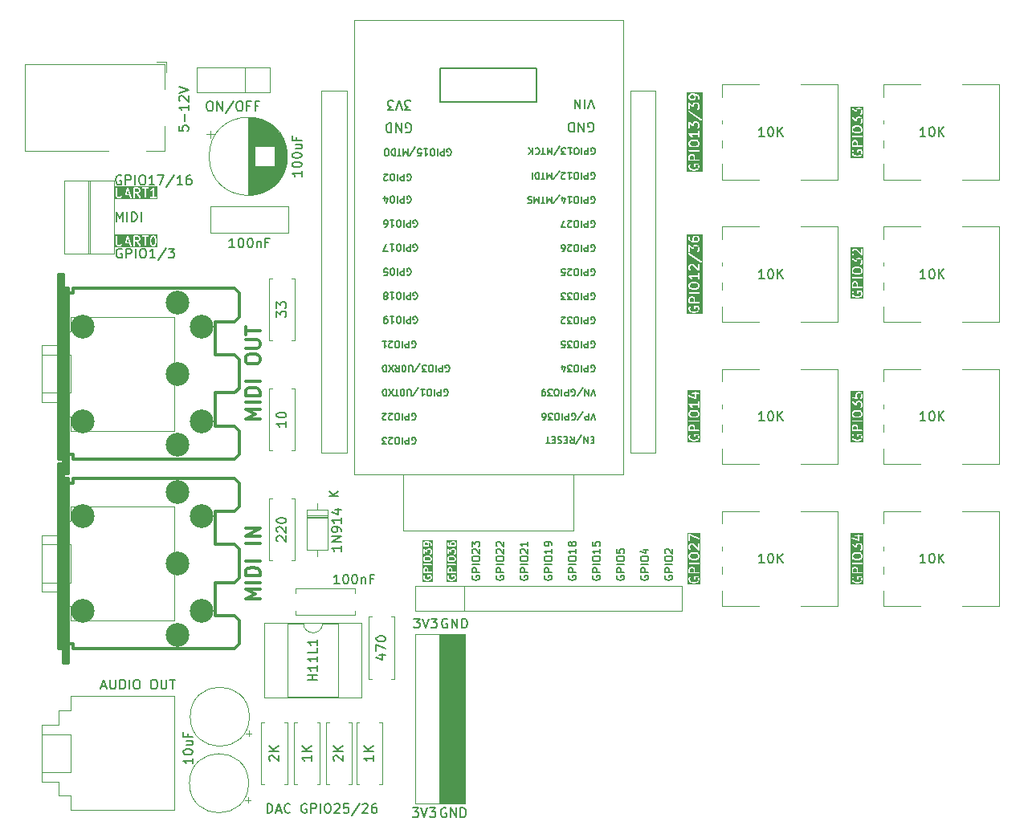
<source format=gbr>
%TF.GenerationSoftware,KiCad,Pcbnew,8.0.5*%
%TF.CreationDate,2024-11-21T14:48:29+00:00*%
%TF.ProjectId,ESP32MozziExperimenterShield,45535033-324d-46f7-9a7a-694578706572,rev?*%
%TF.SameCoordinates,Original*%
%TF.FileFunction,Legend,Top*%
%TF.FilePolarity,Positive*%
%FSLAX46Y46*%
G04 Gerber Fmt 4.6, Leading zero omitted, Abs format (unit mm)*
G04 Created by KiCad (PCBNEW 8.0.5) date 2024-11-21 14:48:29*
%MOMM*%
%LPD*%
G01*
G04 APERTURE LIST*
%ADD10C,0.150000*%
%ADD11C,0.304800*%
%ADD12C,0.120000*%
%ADD13C,2.499360*%
G04 APERTURE END LIST*
D10*
X90170000Y-50800000D02*
X100314000Y-50800000D01*
X100314000Y-54356000D01*
X90170000Y-54356000D01*
X90170000Y-50800000D01*
X111360390Y-104291792D02*
X111322295Y-104367982D01*
X111322295Y-104367982D02*
X111322295Y-104482268D01*
X111322295Y-104482268D02*
X111360390Y-104596554D01*
X111360390Y-104596554D02*
X111436580Y-104672744D01*
X111436580Y-104672744D02*
X111512771Y-104710839D01*
X111512771Y-104710839D02*
X111665152Y-104748935D01*
X111665152Y-104748935D02*
X111779438Y-104748935D01*
X111779438Y-104748935D02*
X111931819Y-104710839D01*
X111931819Y-104710839D02*
X112008009Y-104672744D01*
X112008009Y-104672744D02*
X112084200Y-104596554D01*
X112084200Y-104596554D02*
X112122295Y-104482268D01*
X112122295Y-104482268D02*
X112122295Y-104406077D01*
X112122295Y-104406077D02*
X112084200Y-104291792D01*
X112084200Y-104291792D02*
X112046104Y-104253696D01*
X112046104Y-104253696D02*
X111779438Y-104253696D01*
X111779438Y-104253696D02*
X111779438Y-104406077D01*
X112122295Y-103910839D02*
X111322295Y-103910839D01*
X111322295Y-103910839D02*
X111322295Y-103606077D01*
X111322295Y-103606077D02*
X111360390Y-103529887D01*
X111360390Y-103529887D02*
X111398485Y-103491792D01*
X111398485Y-103491792D02*
X111474676Y-103453696D01*
X111474676Y-103453696D02*
X111588961Y-103453696D01*
X111588961Y-103453696D02*
X111665152Y-103491792D01*
X111665152Y-103491792D02*
X111703247Y-103529887D01*
X111703247Y-103529887D02*
X111741342Y-103606077D01*
X111741342Y-103606077D02*
X111741342Y-103910839D01*
X112122295Y-103110839D02*
X111322295Y-103110839D01*
X111322295Y-102577506D02*
X111322295Y-102425125D01*
X111322295Y-102425125D02*
X111360390Y-102348935D01*
X111360390Y-102348935D02*
X111436580Y-102272744D01*
X111436580Y-102272744D02*
X111588961Y-102234649D01*
X111588961Y-102234649D02*
X111855628Y-102234649D01*
X111855628Y-102234649D02*
X112008009Y-102272744D01*
X112008009Y-102272744D02*
X112084200Y-102348935D01*
X112084200Y-102348935D02*
X112122295Y-102425125D01*
X112122295Y-102425125D02*
X112122295Y-102577506D01*
X112122295Y-102577506D02*
X112084200Y-102653697D01*
X112084200Y-102653697D02*
X112008009Y-102729887D01*
X112008009Y-102729887D02*
X111855628Y-102767983D01*
X111855628Y-102767983D02*
X111588961Y-102767983D01*
X111588961Y-102767983D02*
X111436580Y-102729887D01*
X111436580Y-102729887D02*
X111360390Y-102653697D01*
X111360390Y-102653697D02*
X111322295Y-102577506D01*
X111588961Y-101548935D02*
X112122295Y-101548935D01*
X111284200Y-101739411D02*
X111855628Y-101929888D01*
X111855628Y-101929888D02*
X111855628Y-101434649D01*
G36*
X58373304Y-63484077D02*
G01*
X58403711Y-63514484D01*
X58437969Y-63583000D01*
X58437969Y-63690447D01*
X58403711Y-63758963D01*
X58373304Y-63789370D01*
X58304788Y-63823628D01*
X58016541Y-63823628D01*
X58016541Y-63449819D01*
X58304788Y-63449819D01*
X58373304Y-63484077D01*
G37*
G36*
X57408912Y-64014104D02*
G01*
X57140836Y-64014104D01*
X57274874Y-63611989D01*
X57408912Y-64014104D01*
G37*
G36*
X60411925Y-64560930D02*
G01*
X55850668Y-64560930D01*
X55850668Y-63374819D01*
X55961779Y-63374819D01*
X55961779Y-64184342D01*
X55963220Y-64198974D01*
X55964251Y-64201463D01*
X55964442Y-64204151D01*
X55969697Y-64217883D01*
X56017316Y-64313121D01*
X56021279Y-64319417D01*
X56022037Y-64321247D01*
X56023726Y-64323305D01*
X56025148Y-64325564D01*
X56026646Y-64326863D01*
X56031364Y-64332612D01*
X56078983Y-64380232D01*
X56084732Y-64384950D01*
X56086033Y-64386450D01*
X56088292Y-64387872D01*
X56090349Y-64389560D01*
X56092176Y-64390317D01*
X56098476Y-64394282D01*
X56193714Y-64441901D01*
X56207445Y-64447156D01*
X56210134Y-64447347D01*
X56212623Y-64448378D01*
X56227255Y-64449819D01*
X56417731Y-64449819D01*
X56432363Y-64448378D01*
X56434852Y-64447346D01*
X56437540Y-64447156D01*
X56451272Y-64441901D01*
X56546510Y-64394282D01*
X56552809Y-64390317D01*
X56554637Y-64389560D01*
X56556693Y-64387872D01*
X56558953Y-64386450D01*
X56560253Y-64384950D01*
X56566003Y-64380232D01*
X56580796Y-64365439D01*
X56867130Y-64365439D01*
X56869205Y-64394629D01*
X56882291Y-64420802D01*
X56904398Y-64439976D01*
X56932161Y-64449230D01*
X56961351Y-64447155D01*
X56987524Y-64434069D01*
X57006698Y-64411962D01*
X57012692Y-64398536D01*
X57090836Y-64164104D01*
X57458912Y-64164104D01*
X57537056Y-64398536D01*
X57543050Y-64411961D01*
X57562224Y-64434068D01*
X57588397Y-64447155D01*
X57617587Y-64449230D01*
X57645349Y-64439976D01*
X57667457Y-64420802D01*
X57680543Y-64394628D01*
X57682618Y-64365438D01*
X57679358Y-64351102D01*
X57353931Y-63374819D01*
X57866541Y-63374819D01*
X57866541Y-64374819D01*
X57867982Y-64389451D01*
X57879181Y-64416487D01*
X57899873Y-64437179D01*
X57926909Y-64448378D01*
X57956173Y-64448378D01*
X57983209Y-64437179D01*
X58003901Y-64416487D01*
X58015100Y-64389451D01*
X58016541Y-64374819D01*
X58016541Y-63973628D01*
X58140587Y-63973628D01*
X58451527Y-64417829D01*
X58461098Y-64428989D01*
X58485777Y-64444716D01*
X58514594Y-64449802D01*
X58543165Y-64443472D01*
X58567139Y-64426690D01*
X58582866Y-64402012D01*
X58587951Y-64373194D01*
X58581622Y-64344623D01*
X58574412Y-64331810D01*
X58323608Y-63973518D01*
X58337125Y-63972187D01*
X58339614Y-63971155D01*
X58342302Y-63970965D01*
X58356034Y-63965710D01*
X58451272Y-63918091D01*
X58457571Y-63914126D01*
X58459399Y-63913369D01*
X58461455Y-63911680D01*
X58463715Y-63910259D01*
X58465014Y-63908760D01*
X58470764Y-63904042D01*
X58518383Y-63856423D01*
X58523101Y-63850673D01*
X58524600Y-63849374D01*
X58526021Y-63847114D01*
X58527710Y-63845058D01*
X58528467Y-63843230D01*
X58532432Y-63836931D01*
X58580051Y-63741693D01*
X58585306Y-63727962D01*
X58585497Y-63725272D01*
X58586528Y-63722784D01*
X58587969Y-63708152D01*
X58587969Y-63565295D01*
X58586528Y-63550663D01*
X58585497Y-63548174D01*
X58585306Y-63545485D01*
X58580051Y-63531754D01*
X58532432Y-63436516D01*
X58528467Y-63430216D01*
X58527710Y-63428389D01*
X58526021Y-63426332D01*
X58524600Y-63424073D01*
X58523101Y-63422773D01*
X58518383Y-63417024D01*
X58470764Y-63369405D01*
X58465014Y-63364686D01*
X58463715Y-63363188D01*
X58461455Y-63361766D01*
X58459532Y-63360187D01*
X58725125Y-63360187D01*
X58725125Y-63389451D01*
X58736324Y-63416487D01*
X58757016Y-63437179D01*
X58784052Y-63448378D01*
X58798684Y-63449819D01*
X59009398Y-63449819D01*
X59009398Y-64374819D01*
X59010839Y-64389451D01*
X59022038Y-64416487D01*
X59042730Y-64437179D01*
X59069766Y-64448378D01*
X59099030Y-64448378D01*
X59126066Y-64437179D01*
X59146758Y-64416487D01*
X59157957Y-64389451D01*
X59159398Y-64374819D01*
X59159398Y-63651152D01*
X59581416Y-63651152D01*
X59583490Y-63680342D01*
X59596577Y-63706517D01*
X59618685Y-63725690D01*
X59646446Y-63734944D01*
X59675636Y-63732870D01*
X59689368Y-63727615D01*
X59784606Y-63679996D01*
X59790905Y-63676031D01*
X59792733Y-63675274D01*
X59794789Y-63673585D01*
X59797049Y-63672164D01*
X59798348Y-63670665D01*
X59804098Y-63665947D01*
X59866541Y-63603504D01*
X59866541Y-64299819D01*
X59655827Y-64299819D01*
X59641195Y-64301260D01*
X59614159Y-64312459D01*
X59593467Y-64333151D01*
X59582268Y-64360187D01*
X59582268Y-64389451D01*
X59593467Y-64416487D01*
X59614159Y-64437179D01*
X59641195Y-64448378D01*
X59655827Y-64449819D01*
X60227255Y-64449819D01*
X60241887Y-64448378D01*
X60268923Y-64437179D01*
X60289615Y-64416487D01*
X60300814Y-64389451D01*
X60300814Y-64360187D01*
X60289615Y-64333151D01*
X60268923Y-64312459D01*
X60241887Y-64301260D01*
X60227255Y-64299819D01*
X60016541Y-64299819D01*
X60016541Y-63374819D01*
X60016535Y-63374766D01*
X60016541Y-63374740D01*
X60016525Y-63374663D01*
X60015100Y-63360187D01*
X60012258Y-63353326D01*
X60010802Y-63346045D01*
X60006712Y-63339938D01*
X60003901Y-63333151D01*
X59998652Y-63327902D01*
X59994519Y-63321730D01*
X59988402Y-63317652D01*
X59983209Y-63312459D01*
X59976349Y-63309617D01*
X59970170Y-63305498D01*
X59962961Y-63304072D01*
X59956173Y-63301260D01*
X59948746Y-63301260D01*
X59941462Y-63299819D01*
X59934257Y-63301260D01*
X59926909Y-63301260D01*
X59920048Y-63304101D01*
X59912768Y-63305558D01*
X59906662Y-63309646D01*
X59899873Y-63312459D01*
X59894622Y-63317709D01*
X59888453Y-63321841D01*
X59879232Y-63333099D01*
X59879181Y-63333151D01*
X59879171Y-63333173D01*
X59879137Y-63333216D01*
X59788017Y-63469896D01*
X59706638Y-63551275D01*
X59622286Y-63593451D01*
X59609843Y-63601283D01*
X59590670Y-63623391D01*
X59581416Y-63651152D01*
X59159398Y-63651152D01*
X59159398Y-63449819D01*
X59370112Y-63449819D01*
X59384744Y-63448378D01*
X59411780Y-63437179D01*
X59432472Y-63416487D01*
X59443671Y-63389451D01*
X59443671Y-63360187D01*
X59432472Y-63333151D01*
X59411780Y-63312459D01*
X59384744Y-63301260D01*
X59370112Y-63299819D01*
X58798684Y-63299819D01*
X58784052Y-63301260D01*
X58757016Y-63312459D01*
X58736324Y-63333151D01*
X58725125Y-63360187D01*
X58459532Y-63360187D01*
X58459399Y-63360078D01*
X58457571Y-63359320D01*
X58451272Y-63355356D01*
X58356034Y-63307737D01*
X58342302Y-63302482D01*
X58339614Y-63302291D01*
X58337125Y-63301260D01*
X58322493Y-63299819D01*
X57941541Y-63299819D01*
X57926909Y-63301260D01*
X57899873Y-63312459D01*
X57879181Y-63333151D01*
X57867982Y-63360187D01*
X57866541Y-63374819D01*
X57353931Y-63374819D01*
X57346025Y-63351102D01*
X57340031Y-63337676D01*
X57336519Y-63333627D01*
X57334124Y-63328836D01*
X57327020Y-63322674D01*
X57320857Y-63315569D01*
X57316063Y-63313172D01*
X57312016Y-63309662D01*
X57303094Y-63306688D01*
X57294684Y-63302483D01*
X57289339Y-63302103D01*
X57284254Y-63300408D01*
X57274874Y-63301074D01*
X57265494Y-63300408D01*
X57260408Y-63302103D01*
X57255064Y-63302483D01*
X57246656Y-63306687D01*
X57237731Y-63309662D01*
X57233680Y-63313175D01*
X57228891Y-63315570D01*
X57222732Y-63322670D01*
X57215624Y-63328836D01*
X57213227Y-63333629D01*
X57209717Y-63337677D01*
X57203723Y-63351102D01*
X56870390Y-64351102D01*
X56867130Y-64365439D01*
X56580796Y-64365439D01*
X56613621Y-64332613D01*
X56618339Y-64326863D01*
X56619838Y-64325564D01*
X56621259Y-64323305D01*
X56622949Y-64321247D01*
X56623706Y-64319417D01*
X56627670Y-64313121D01*
X56675289Y-64217883D01*
X56680544Y-64204152D01*
X56680735Y-64201462D01*
X56681766Y-64198974D01*
X56683207Y-64184342D01*
X56683207Y-63374819D01*
X56681766Y-63360187D01*
X56670567Y-63333151D01*
X56649875Y-63312459D01*
X56622839Y-63301260D01*
X56593575Y-63301260D01*
X56566539Y-63312459D01*
X56545847Y-63333151D01*
X56534648Y-63360187D01*
X56533207Y-63374819D01*
X56533207Y-64166637D01*
X56498948Y-64235153D01*
X56468541Y-64265561D01*
X56400026Y-64299819D01*
X56244960Y-64299819D01*
X56176444Y-64265561D01*
X56146037Y-64235153D01*
X56111779Y-64166637D01*
X56111779Y-63374819D01*
X56110338Y-63360187D01*
X56099139Y-63333151D01*
X56078447Y-63312459D01*
X56051411Y-63301260D01*
X56022147Y-63301260D01*
X55995111Y-63312459D01*
X55974419Y-63333151D01*
X55963220Y-63360187D01*
X55961779Y-63374819D01*
X55850668Y-63374819D01*
X55850668Y-63188708D01*
X60411925Y-63188708D01*
X60411925Y-64560930D01*
G37*
G36*
X134038963Y-103514019D02*
G01*
X134069370Y-103544426D01*
X134103628Y-103612942D01*
X134103628Y-103901189D01*
X133729819Y-103901189D01*
X133729819Y-103612942D01*
X133764077Y-103544426D01*
X133794484Y-103514019D01*
X133863000Y-103479761D01*
X133970447Y-103479761D01*
X134038963Y-103514019D01*
G37*
G36*
X134473617Y-101996293D02*
G01*
X134545561Y-102068236D01*
X134579819Y-102136752D01*
X134579819Y-102291818D01*
X134545561Y-102360333D01*
X134473617Y-102432276D01*
X134312251Y-102472618D01*
X133997386Y-102472618D01*
X133836019Y-102432276D01*
X133764077Y-102360334D01*
X133729819Y-102291818D01*
X133729819Y-102136752D01*
X133764077Y-102068236D01*
X133836019Y-101996293D01*
X133997386Y-101955952D01*
X134312251Y-101955952D01*
X134473617Y-101996293D01*
G37*
G36*
X134840930Y-105209919D02*
G01*
X133421678Y-105209919D01*
X133421678Y-104547618D01*
X133579819Y-104547618D01*
X133579819Y-104690475D01*
X133580548Y-104697880D01*
X133580408Y-104699855D01*
X133580998Y-104702452D01*
X133581260Y-104705107D01*
X133582018Y-104706938D01*
X133583668Y-104714192D01*
X133631287Y-104857049D01*
X133637281Y-104870474D01*
X133639046Y-104872509D01*
X133640078Y-104875000D01*
X133649405Y-104886365D01*
X133744643Y-104981603D01*
X133750393Y-104986323D01*
X133751692Y-104987820D01*
X133753946Y-104989239D01*
X133756008Y-104990931D01*
X133757840Y-104991689D01*
X133764135Y-104995652D01*
X133859373Y-105043271D01*
X133860442Y-105043680D01*
X133860878Y-105044003D01*
X133867014Y-105046195D01*
X133873104Y-105048526D01*
X133873644Y-105048564D01*
X133874724Y-105048950D01*
X134065200Y-105096569D01*
X134067736Y-105096944D01*
X134068758Y-105097367D01*
X134074270Y-105097909D01*
X134079744Y-105098719D01*
X134080836Y-105098556D01*
X134083390Y-105098808D01*
X134226247Y-105098808D01*
X134228800Y-105098556D01*
X134229893Y-105098719D01*
X134235366Y-105097909D01*
X134240879Y-105097367D01*
X134241900Y-105096944D01*
X134244437Y-105096569D01*
X134434913Y-105048950D01*
X134435992Y-105048564D01*
X134436532Y-105048526D01*
X134442613Y-105046198D01*
X134448759Y-105044003D01*
X134449194Y-105043680D01*
X134450264Y-105043271D01*
X134545502Y-104995652D01*
X134551798Y-104991688D01*
X134553628Y-104990931D01*
X134555686Y-104989241D01*
X134557945Y-104987820D01*
X134559244Y-104986321D01*
X134564994Y-104981603D01*
X134660233Y-104886365D01*
X134669561Y-104875000D01*
X134670592Y-104872509D01*
X134672357Y-104870475D01*
X134678351Y-104857049D01*
X134725970Y-104714193D01*
X134727619Y-104706937D01*
X134728378Y-104705107D01*
X134728639Y-104702453D01*
X134729230Y-104699856D01*
X134729089Y-104697881D01*
X134729819Y-104690475D01*
X134729819Y-104595237D01*
X134729089Y-104587830D01*
X134729230Y-104585856D01*
X134728639Y-104583258D01*
X134728378Y-104580605D01*
X134727619Y-104578774D01*
X134725970Y-104571519D01*
X134678351Y-104428663D01*
X134672357Y-104415237D01*
X134670590Y-104413200D01*
X134669560Y-104410712D01*
X134660232Y-104399346D01*
X134612612Y-104351727D01*
X134601247Y-104342400D01*
X134585410Y-104335840D01*
X134574212Y-104331202D01*
X134559580Y-104329761D01*
X134226247Y-104329761D01*
X134211615Y-104331202D01*
X134184579Y-104342401D01*
X134163887Y-104363093D01*
X134152688Y-104390129D01*
X134151247Y-104404761D01*
X134151247Y-104595237D01*
X134152688Y-104609869D01*
X134163887Y-104636905D01*
X134184579Y-104657597D01*
X134211615Y-104668796D01*
X134240879Y-104668796D01*
X134267915Y-104657597D01*
X134288607Y-104636905D01*
X134299806Y-104609869D01*
X134301247Y-104595237D01*
X134301247Y-104479761D01*
X134528514Y-104479761D01*
X134541648Y-104492894D01*
X134579819Y-104607407D01*
X134579819Y-104678305D01*
X134541648Y-104792817D01*
X134467534Y-104866930D01*
X134390547Y-104905424D01*
X134217013Y-104948808D01*
X134092624Y-104948808D01*
X133919090Y-104905424D01*
X133842103Y-104866931D01*
X133767990Y-104792818D01*
X133729819Y-104678304D01*
X133729819Y-104565323D01*
X133769520Y-104485921D01*
X133774775Y-104472190D01*
X133776849Y-104443000D01*
X133767595Y-104415238D01*
X133748422Y-104393131D01*
X133722247Y-104380043D01*
X133693057Y-104377969D01*
X133665296Y-104387223D01*
X133643188Y-104406396D01*
X133635356Y-104418839D01*
X133587737Y-104514077D01*
X133582482Y-104527809D01*
X133582291Y-104530496D01*
X133581260Y-104532986D01*
X133579819Y-104547618D01*
X133421678Y-104547618D01*
X133421678Y-103595237D01*
X133579819Y-103595237D01*
X133579819Y-103976189D01*
X133581260Y-103990821D01*
X133592459Y-104017857D01*
X133613151Y-104038549D01*
X133640187Y-104049748D01*
X133654819Y-104051189D01*
X134654819Y-104051189D01*
X134669451Y-104049748D01*
X134696487Y-104038549D01*
X134717179Y-104017857D01*
X134728378Y-103990821D01*
X134728378Y-103961557D01*
X134717179Y-103934521D01*
X134696487Y-103913829D01*
X134669451Y-103902630D01*
X134654819Y-103901189D01*
X134253628Y-103901189D01*
X134253628Y-103595237D01*
X134252187Y-103580605D01*
X134251156Y-103578116D01*
X134250965Y-103575427D01*
X134245710Y-103561696D01*
X134198091Y-103466458D01*
X134194126Y-103460158D01*
X134193369Y-103458331D01*
X134191680Y-103456274D01*
X134190259Y-103454015D01*
X134188760Y-103452715D01*
X134184042Y-103446966D01*
X134136423Y-103399347D01*
X134130673Y-103394628D01*
X134129374Y-103393130D01*
X134127114Y-103391708D01*
X134125058Y-103390020D01*
X134123230Y-103389262D01*
X134116931Y-103385298D01*
X134021693Y-103337679D01*
X134007961Y-103332424D01*
X134005273Y-103332233D01*
X134002784Y-103331202D01*
X133988152Y-103329761D01*
X133845295Y-103329761D01*
X133830663Y-103331202D01*
X133828174Y-103332232D01*
X133825485Y-103332424D01*
X133811754Y-103337679D01*
X133716516Y-103385298D01*
X133710216Y-103389262D01*
X133708389Y-103390020D01*
X133706332Y-103391708D01*
X133704073Y-103393130D01*
X133702773Y-103394628D01*
X133697024Y-103399347D01*
X133649405Y-103446966D01*
X133644686Y-103452715D01*
X133643188Y-103454015D01*
X133641766Y-103456274D01*
X133640078Y-103458331D01*
X133639320Y-103460158D01*
X133635356Y-103466458D01*
X133587737Y-103561696D01*
X133582482Y-103575428D01*
X133582291Y-103578115D01*
X133581260Y-103580605D01*
X133579819Y-103595237D01*
X133421678Y-103595237D01*
X133421678Y-102961557D01*
X133581260Y-102961557D01*
X133581260Y-102990821D01*
X133592459Y-103017857D01*
X133613151Y-103038549D01*
X133640187Y-103049748D01*
X133654819Y-103051189D01*
X134654819Y-103051189D01*
X134669451Y-103049748D01*
X134696487Y-103038549D01*
X134717179Y-103017857D01*
X134728378Y-102990821D01*
X134728378Y-102961557D01*
X134717179Y-102934521D01*
X134696487Y-102913829D01*
X134669451Y-102902630D01*
X134654819Y-102901189D01*
X133654819Y-102901189D01*
X133640187Y-102902630D01*
X133613151Y-102913829D01*
X133592459Y-102934521D01*
X133581260Y-102961557D01*
X133421678Y-102961557D01*
X133421678Y-102119047D01*
X133579819Y-102119047D01*
X133579819Y-102309523D01*
X133581260Y-102324155D01*
X133582291Y-102326644D01*
X133582482Y-102329332D01*
X133587737Y-102343064D01*
X133635356Y-102438302D01*
X133639320Y-102444601D01*
X133640078Y-102446429D01*
X133641766Y-102448485D01*
X133643188Y-102450745D01*
X133644686Y-102452044D01*
X133649405Y-102457794D01*
X133744643Y-102553032D01*
X133756008Y-102562360D01*
X133761161Y-102564494D01*
X133765640Y-102567813D01*
X133779486Y-102572760D01*
X133969962Y-102620379D01*
X133972498Y-102620754D01*
X133973520Y-102621177D01*
X133979032Y-102621719D01*
X133984506Y-102622529D01*
X133985598Y-102622366D01*
X133988152Y-102622618D01*
X134321485Y-102622618D01*
X134324038Y-102622366D01*
X134325131Y-102622529D01*
X134330604Y-102621719D01*
X134336117Y-102621177D01*
X134337138Y-102620754D01*
X134339675Y-102620379D01*
X134530151Y-102572760D01*
X134543997Y-102567813D01*
X134548476Y-102564493D01*
X134553628Y-102562360D01*
X134564994Y-102553032D01*
X134660233Y-102457794D01*
X134664953Y-102452043D01*
X134666450Y-102450745D01*
X134667869Y-102448490D01*
X134669561Y-102446429D01*
X134670319Y-102444596D01*
X134674282Y-102438302D01*
X134721901Y-102343064D01*
X134727156Y-102329333D01*
X134727347Y-102326643D01*
X134728378Y-102324155D01*
X134729819Y-102309523D01*
X134729819Y-102119047D01*
X134728378Y-102104415D01*
X134727347Y-102101926D01*
X134727156Y-102099237D01*
X134721901Y-102085506D01*
X134674282Y-101990268D01*
X134670319Y-101983973D01*
X134669561Y-101982141D01*
X134667869Y-101980079D01*
X134666450Y-101977825D01*
X134664953Y-101976526D01*
X134660233Y-101970776D01*
X134564994Y-101875538D01*
X134553628Y-101866210D01*
X134548476Y-101864076D01*
X134543997Y-101860757D01*
X134530151Y-101855810D01*
X134339675Y-101808191D01*
X134337138Y-101807815D01*
X134336117Y-101807393D01*
X134330604Y-101806850D01*
X134325131Y-101806041D01*
X134324038Y-101806203D01*
X134321485Y-101805952D01*
X133988152Y-101805952D01*
X133985598Y-101806203D01*
X133984506Y-101806041D01*
X133979032Y-101806850D01*
X133973520Y-101807393D01*
X133972498Y-101807815D01*
X133969962Y-101808191D01*
X133779486Y-101855810D01*
X133765640Y-101860757D01*
X133761161Y-101864075D01*
X133756008Y-101866210D01*
X133744643Y-101875538D01*
X133649405Y-101970776D01*
X133644686Y-101976525D01*
X133643188Y-101977825D01*
X133641766Y-101980084D01*
X133640078Y-101982141D01*
X133639320Y-101983968D01*
X133635356Y-101990268D01*
X133587737Y-102085506D01*
X133582482Y-102099238D01*
X133582291Y-102101925D01*
X133581260Y-102104415D01*
X133579819Y-102119047D01*
X133421678Y-102119047D01*
X133421678Y-100928571D01*
X133579819Y-100928571D01*
X133579819Y-101547618D01*
X133581260Y-101562250D01*
X133592459Y-101589286D01*
X133613151Y-101609978D01*
X133640187Y-101621177D01*
X133669451Y-101621177D01*
X133696487Y-101609978D01*
X133717179Y-101589286D01*
X133728378Y-101562250D01*
X133729819Y-101547618D01*
X133729819Y-101093853D01*
X133986383Y-101318347D01*
X133992707Y-101322868D01*
X133994103Y-101324264D01*
X133995426Y-101324812D01*
X133998344Y-101326898D01*
X134009881Y-101330799D01*
X134021139Y-101335463D01*
X134023670Y-101335463D01*
X134026065Y-101336273D01*
X134038218Y-101335463D01*
X134050403Y-101335463D01*
X134052739Y-101334495D01*
X134055263Y-101334327D01*
X134066188Y-101328924D01*
X134077439Y-101324264D01*
X134079225Y-101322477D01*
X134081495Y-101321355D01*
X134089520Y-101312182D01*
X134098131Y-101303572D01*
X134099099Y-101301235D01*
X134100765Y-101299331D01*
X134104666Y-101287793D01*
X134109330Y-101276536D01*
X134109681Y-101272965D01*
X134110140Y-101271610D01*
X134110008Y-101269642D01*
X134110771Y-101261904D01*
X134110771Y-101136752D01*
X134145029Y-101068236D01*
X134175436Y-101037829D01*
X134243952Y-101003571D01*
X134446637Y-101003571D01*
X134515153Y-101037829D01*
X134545561Y-101068236D01*
X134579819Y-101136752D01*
X134579819Y-101387056D01*
X134545561Y-101455571D01*
X134506548Y-101494584D01*
X134497220Y-101505950D01*
X134486021Y-101532986D01*
X134486021Y-101562249D01*
X134497219Y-101589285D01*
X134517912Y-101609978D01*
X134544948Y-101621177D01*
X134574211Y-101621177D01*
X134601247Y-101609979D01*
X134612612Y-101600652D01*
X134660232Y-101553033D01*
X134664950Y-101547283D01*
X134666450Y-101545983D01*
X134667872Y-101543723D01*
X134669560Y-101541667D01*
X134670317Y-101539839D01*
X134674282Y-101533540D01*
X134721901Y-101438302D01*
X134727156Y-101424571D01*
X134727347Y-101421881D01*
X134728378Y-101419393D01*
X134729819Y-101404761D01*
X134729819Y-101119047D01*
X134728378Y-101104415D01*
X134727347Y-101101926D01*
X134727156Y-101099237D01*
X134721901Y-101085506D01*
X134674282Y-100990268D01*
X134670317Y-100983968D01*
X134669560Y-100982141D01*
X134667872Y-100980084D01*
X134666450Y-100977825D01*
X134664950Y-100976524D01*
X134660232Y-100970775D01*
X134612612Y-100923156D01*
X134606863Y-100918438D01*
X134605564Y-100916940D01*
X134603305Y-100915518D01*
X134601247Y-100913829D01*
X134599417Y-100913071D01*
X134593121Y-100909108D01*
X134497883Y-100861489D01*
X134484151Y-100856234D01*
X134481463Y-100856043D01*
X134478974Y-100855012D01*
X134464342Y-100853571D01*
X134226247Y-100853571D01*
X134211615Y-100855012D01*
X134209126Y-100856042D01*
X134206437Y-100856234D01*
X134192706Y-100861489D01*
X134097468Y-100909108D01*
X134091168Y-100913072D01*
X134089341Y-100913830D01*
X134087284Y-100915518D01*
X134085025Y-100916940D01*
X134083725Y-100918438D01*
X134077976Y-100923157D01*
X134030357Y-100970776D01*
X134025638Y-100976525D01*
X134024140Y-100977825D01*
X134022718Y-100980084D01*
X134021030Y-100982141D01*
X134020272Y-100983968D01*
X134016308Y-100990268D01*
X133968689Y-101085506D01*
X133963516Y-101099023D01*
X133704207Y-100872128D01*
X133697882Y-100867606D01*
X133696487Y-100866211D01*
X133695163Y-100865662D01*
X133692246Y-100863577D01*
X133680708Y-100859675D01*
X133669451Y-100855012D01*
X133666920Y-100855012D01*
X133664525Y-100854202D01*
X133652372Y-100855012D01*
X133640187Y-100855012D01*
X133637850Y-100855979D01*
X133635327Y-100856148D01*
X133624401Y-100861550D01*
X133613151Y-100866211D01*
X133611364Y-100867997D01*
X133609095Y-100869120D01*
X133601069Y-100878292D01*
X133592459Y-100886903D01*
X133591490Y-100889239D01*
X133589825Y-100891144D01*
X133585923Y-100902681D01*
X133581260Y-100913939D01*
X133580908Y-100917509D01*
X133580450Y-100918865D01*
X133580581Y-100920832D01*
X133579819Y-100928571D01*
X133421678Y-100928571D01*
X133421678Y-100300143D01*
X133532789Y-100300143D01*
X133534864Y-100329333D01*
X133547950Y-100355506D01*
X133570057Y-100374680D01*
X133583483Y-100380674D01*
X134297767Y-100618769D01*
X134305022Y-100620418D01*
X134306853Y-100621177D01*
X134308357Y-100621177D01*
X134312104Y-100622029D01*
X134324089Y-100621177D01*
X134336117Y-100621177D01*
X134338608Y-100620144D01*
X134341294Y-100619954D01*
X134352041Y-100614580D01*
X134363153Y-100609978D01*
X134365058Y-100608072D01*
X134367468Y-100606868D01*
X134375342Y-100597788D01*
X134383845Y-100589286D01*
X134384876Y-100586795D01*
X134386642Y-100584760D01*
X134390442Y-100573359D01*
X134395044Y-100562250D01*
X134395420Y-100558423D01*
X134395896Y-100556998D01*
X134395755Y-100555023D01*
X134396485Y-100547618D01*
X134396485Y-100146428D01*
X134654819Y-100146428D01*
X134669451Y-100144987D01*
X134696487Y-100133788D01*
X134717179Y-100113096D01*
X134728378Y-100086060D01*
X134728378Y-100056796D01*
X134717179Y-100029760D01*
X134696487Y-100009068D01*
X134669451Y-99997869D01*
X134654819Y-99996428D01*
X134396485Y-99996428D01*
X134396485Y-99928571D01*
X134395044Y-99913939D01*
X134383845Y-99886903D01*
X134363153Y-99866211D01*
X134336117Y-99855012D01*
X134306853Y-99855012D01*
X134279817Y-99866211D01*
X134259125Y-99886903D01*
X134247926Y-99913939D01*
X134246485Y-99928571D01*
X134246485Y-99996428D01*
X133988152Y-99996428D01*
X133973520Y-99997869D01*
X133946484Y-100009068D01*
X133925792Y-100029760D01*
X133914593Y-100056796D01*
X133914593Y-100086060D01*
X133925792Y-100113096D01*
X133946484Y-100133788D01*
X133973520Y-100144987D01*
X133988152Y-100146428D01*
X134246485Y-100146428D01*
X134246485Y-100443561D01*
X133630917Y-100238372D01*
X133616580Y-100235112D01*
X133587390Y-100237187D01*
X133561217Y-100250273D01*
X133542043Y-100272380D01*
X133532789Y-100300143D01*
X133421678Y-100300143D01*
X133421678Y-99743901D01*
X134840930Y-99743901D01*
X134840930Y-105209919D01*
G37*
X113900390Y-104291792D02*
X113862295Y-104367982D01*
X113862295Y-104367982D02*
X113862295Y-104482268D01*
X113862295Y-104482268D02*
X113900390Y-104596554D01*
X113900390Y-104596554D02*
X113976580Y-104672744D01*
X113976580Y-104672744D02*
X114052771Y-104710839D01*
X114052771Y-104710839D02*
X114205152Y-104748935D01*
X114205152Y-104748935D02*
X114319438Y-104748935D01*
X114319438Y-104748935D02*
X114471819Y-104710839D01*
X114471819Y-104710839D02*
X114548009Y-104672744D01*
X114548009Y-104672744D02*
X114624200Y-104596554D01*
X114624200Y-104596554D02*
X114662295Y-104482268D01*
X114662295Y-104482268D02*
X114662295Y-104406077D01*
X114662295Y-104406077D02*
X114624200Y-104291792D01*
X114624200Y-104291792D02*
X114586104Y-104253696D01*
X114586104Y-104253696D02*
X114319438Y-104253696D01*
X114319438Y-104253696D02*
X114319438Y-104406077D01*
X114662295Y-103910839D02*
X113862295Y-103910839D01*
X113862295Y-103910839D02*
X113862295Y-103606077D01*
X113862295Y-103606077D02*
X113900390Y-103529887D01*
X113900390Y-103529887D02*
X113938485Y-103491792D01*
X113938485Y-103491792D02*
X114014676Y-103453696D01*
X114014676Y-103453696D02*
X114128961Y-103453696D01*
X114128961Y-103453696D02*
X114205152Y-103491792D01*
X114205152Y-103491792D02*
X114243247Y-103529887D01*
X114243247Y-103529887D02*
X114281342Y-103606077D01*
X114281342Y-103606077D02*
X114281342Y-103910839D01*
X114662295Y-103110839D02*
X113862295Y-103110839D01*
X113862295Y-102577506D02*
X113862295Y-102425125D01*
X113862295Y-102425125D02*
X113900390Y-102348935D01*
X113900390Y-102348935D02*
X113976580Y-102272744D01*
X113976580Y-102272744D02*
X114128961Y-102234649D01*
X114128961Y-102234649D02*
X114395628Y-102234649D01*
X114395628Y-102234649D02*
X114548009Y-102272744D01*
X114548009Y-102272744D02*
X114624200Y-102348935D01*
X114624200Y-102348935D02*
X114662295Y-102425125D01*
X114662295Y-102425125D02*
X114662295Y-102577506D01*
X114662295Y-102577506D02*
X114624200Y-102653697D01*
X114624200Y-102653697D02*
X114548009Y-102729887D01*
X114548009Y-102729887D02*
X114395628Y-102767983D01*
X114395628Y-102767983D02*
X114128961Y-102767983D01*
X114128961Y-102767983D02*
X113976580Y-102729887D01*
X113976580Y-102729887D02*
X113900390Y-102653697D01*
X113900390Y-102653697D02*
X113862295Y-102577506D01*
X113938485Y-101929888D02*
X113900390Y-101891792D01*
X113900390Y-101891792D02*
X113862295Y-101815602D01*
X113862295Y-101815602D02*
X113862295Y-101625126D01*
X113862295Y-101625126D02*
X113900390Y-101548935D01*
X113900390Y-101548935D02*
X113938485Y-101510840D01*
X113938485Y-101510840D02*
X114014676Y-101472745D01*
X114014676Y-101472745D02*
X114090866Y-101472745D01*
X114090866Y-101472745D02*
X114205152Y-101510840D01*
X114205152Y-101510840D02*
X114662295Y-101967983D01*
X114662295Y-101967983D02*
X114662295Y-101472745D01*
X103740390Y-104291792D02*
X103702295Y-104367982D01*
X103702295Y-104367982D02*
X103702295Y-104482268D01*
X103702295Y-104482268D02*
X103740390Y-104596554D01*
X103740390Y-104596554D02*
X103816580Y-104672744D01*
X103816580Y-104672744D02*
X103892771Y-104710839D01*
X103892771Y-104710839D02*
X104045152Y-104748935D01*
X104045152Y-104748935D02*
X104159438Y-104748935D01*
X104159438Y-104748935D02*
X104311819Y-104710839D01*
X104311819Y-104710839D02*
X104388009Y-104672744D01*
X104388009Y-104672744D02*
X104464200Y-104596554D01*
X104464200Y-104596554D02*
X104502295Y-104482268D01*
X104502295Y-104482268D02*
X104502295Y-104406077D01*
X104502295Y-104406077D02*
X104464200Y-104291792D01*
X104464200Y-104291792D02*
X104426104Y-104253696D01*
X104426104Y-104253696D02*
X104159438Y-104253696D01*
X104159438Y-104253696D02*
X104159438Y-104406077D01*
X104502295Y-103910839D02*
X103702295Y-103910839D01*
X103702295Y-103910839D02*
X103702295Y-103606077D01*
X103702295Y-103606077D02*
X103740390Y-103529887D01*
X103740390Y-103529887D02*
X103778485Y-103491792D01*
X103778485Y-103491792D02*
X103854676Y-103453696D01*
X103854676Y-103453696D02*
X103968961Y-103453696D01*
X103968961Y-103453696D02*
X104045152Y-103491792D01*
X104045152Y-103491792D02*
X104083247Y-103529887D01*
X104083247Y-103529887D02*
X104121342Y-103606077D01*
X104121342Y-103606077D02*
X104121342Y-103910839D01*
X104502295Y-103110839D02*
X103702295Y-103110839D01*
X103702295Y-102577506D02*
X103702295Y-102425125D01*
X103702295Y-102425125D02*
X103740390Y-102348935D01*
X103740390Y-102348935D02*
X103816580Y-102272744D01*
X103816580Y-102272744D02*
X103968961Y-102234649D01*
X103968961Y-102234649D02*
X104235628Y-102234649D01*
X104235628Y-102234649D02*
X104388009Y-102272744D01*
X104388009Y-102272744D02*
X104464200Y-102348935D01*
X104464200Y-102348935D02*
X104502295Y-102425125D01*
X104502295Y-102425125D02*
X104502295Y-102577506D01*
X104502295Y-102577506D02*
X104464200Y-102653697D01*
X104464200Y-102653697D02*
X104388009Y-102729887D01*
X104388009Y-102729887D02*
X104235628Y-102767983D01*
X104235628Y-102767983D02*
X103968961Y-102767983D01*
X103968961Y-102767983D02*
X103816580Y-102729887D01*
X103816580Y-102729887D02*
X103740390Y-102653697D01*
X103740390Y-102653697D02*
X103702295Y-102577506D01*
X104502295Y-101472745D02*
X104502295Y-101929888D01*
X104502295Y-101701316D02*
X103702295Y-101701316D01*
X103702295Y-101701316D02*
X103816580Y-101777507D01*
X103816580Y-101777507D02*
X103892771Y-101853697D01*
X103892771Y-101853697D02*
X103930866Y-101929888D01*
X104045152Y-101015602D02*
X104007057Y-101091792D01*
X104007057Y-101091792D02*
X103968961Y-101129887D01*
X103968961Y-101129887D02*
X103892771Y-101167983D01*
X103892771Y-101167983D02*
X103854676Y-101167983D01*
X103854676Y-101167983D02*
X103778485Y-101129887D01*
X103778485Y-101129887D02*
X103740390Y-101091792D01*
X103740390Y-101091792D02*
X103702295Y-101015602D01*
X103702295Y-101015602D02*
X103702295Y-100863221D01*
X103702295Y-100863221D02*
X103740390Y-100787030D01*
X103740390Y-100787030D02*
X103778485Y-100748935D01*
X103778485Y-100748935D02*
X103854676Y-100710840D01*
X103854676Y-100710840D02*
X103892771Y-100710840D01*
X103892771Y-100710840D02*
X103968961Y-100748935D01*
X103968961Y-100748935D02*
X104007057Y-100787030D01*
X104007057Y-100787030D02*
X104045152Y-100863221D01*
X104045152Y-100863221D02*
X104045152Y-101015602D01*
X104045152Y-101015602D02*
X104083247Y-101091792D01*
X104083247Y-101091792D02*
X104121342Y-101129887D01*
X104121342Y-101129887D02*
X104197533Y-101167983D01*
X104197533Y-101167983D02*
X104349914Y-101167983D01*
X104349914Y-101167983D02*
X104426104Y-101129887D01*
X104426104Y-101129887D02*
X104464200Y-101091792D01*
X104464200Y-101091792D02*
X104502295Y-101015602D01*
X104502295Y-101015602D02*
X104502295Y-100863221D01*
X104502295Y-100863221D02*
X104464200Y-100787030D01*
X104464200Y-100787030D02*
X104426104Y-100748935D01*
X104426104Y-100748935D02*
X104349914Y-100710840D01*
X104349914Y-100710840D02*
X104197533Y-100710840D01*
X104197533Y-100710840D02*
X104121342Y-100748935D01*
X104121342Y-100748935D02*
X104083247Y-100787030D01*
X104083247Y-100787030D02*
X104045152Y-100863221D01*
G36*
X60039971Y-68564077D02*
G01*
X60070378Y-68594484D01*
X60108871Y-68671471D01*
X60152255Y-68845005D01*
X60152255Y-69064632D01*
X60108871Y-69238166D01*
X60070377Y-69315153D01*
X60039970Y-69345561D01*
X59971455Y-69379819D01*
X59911627Y-69379819D01*
X59843111Y-69345561D01*
X59812704Y-69315153D01*
X59774210Y-69238166D01*
X59730827Y-69064632D01*
X59730827Y-68845005D01*
X59774210Y-68671471D01*
X59812704Y-68594484D01*
X59843111Y-68564077D01*
X59911627Y-68529819D01*
X59971455Y-68529819D01*
X60039971Y-68564077D01*
G37*
G36*
X58373304Y-68564077D02*
G01*
X58403711Y-68594484D01*
X58437969Y-68663000D01*
X58437969Y-68770447D01*
X58403711Y-68838963D01*
X58373304Y-68869370D01*
X58304788Y-68903628D01*
X58016541Y-68903628D01*
X58016541Y-68529819D01*
X58304788Y-68529819D01*
X58373304Y-68564077D01*
G37*
G36*
X57408912Y-69094104D02*
G01*
X57140836Y-69094104D01*
X57274874Y-68691989D01*
X57408912Y-69094104D01*
G37*
G36*
X60413366Y-69640930D02*
G01*
X55850668Y-69640930D01*
X55850668Y-68454819D01*
X55961779Y-68454819D01*
X55961779Y-69264342D01*
X55963220Y-69278974D01*
X55964251Y-69281463D01*
X55964442Y-69284151D01*
X55969697Y-69297883D01*
X56017316Y-69393121D01*
X56021279Y-69399417D01*
X56022037Y-69401247D01*
X56023726Y-69403305D01*
X56025148Y-69405564D01*
X56026646Y-69406863D01*
X56031364Y-69412612D01*
X56078983Y-69460232D01*
X56084732Y-69464950D01*
X56086033Y-69466450D01*
X56088292Y-69467872D01*
X56090349Y-69469560D01*
X56092176Y-69470317D01*
X56098476Y-69474282D01*
X56193714Y-69521901D01*
X56207445Y-69527156D01*
X56210134Y-69527347D01*
X56212623Y-69528378D01*
X56227255Y-69529819D01*
X56417731Y-69529819D01*
X56432363Y-69528378D01*
X56434852Y-69527346D01*
X56437540Y-69527156D01*
X56451272Y-69521901D01*
X56546510Y-69474282D01*
X56552809Y-69470317D01*
X56554637Y-69469560D01*
X56556693Y-69467872D01*
X56558953Y-69466450D01*
X56560253Y-69464950D01*
X56566003Y-69460232D01*
X56580796Y-69445439D01*
X56867130Y-69445439D01*
X56869205Y-69474629D01*
X56882291Y-69500802D01*
X56904398Y-69519976D01*
X56932161Y-69529230D01*
X56961351Y-69527155D01*
X56987524Y-69514069D01*
X57006698Y-69491962D01*
X57012692Y-69478536D01*
X57090836Y-69244104D01*
X57458912Y-69244104D01*
X57537056Y-69478536D01*
X57543050Y-69491961D01*
X57562224Y-69514068D01*
X57588397Y-69527155D01*
X57617587Y-69529230D01*
X57645349Y-69519976D01*
X57667457Y-69500802D01*
X57680543Y-69474628D01*
X57682618Y-69445438D01*
X57679358Y-69431102D01*
X57353931Y-68454819D01*
X57866541Y-68454819D01*
X57866541Y-69454819D01*
X57867982Y-69469451D01*
X57879181Y-69496487D01*
X57899873Y-69517179D01*
X57926909Y-69528378D01*
X57956173Y-69528378D01*
X57983209Y-69517179D01*
X58003901Y-69496487D01*
X58015100Y-69469451D01*
X58016541Y-69454819D01*
X58016541Y-69053628D01*
X58140587Y-69053628D01*
X58451527Y-69497829D01*
X58461098Y-69508989D01*
X58485777Y-69524716D01*
X58514594Y-69529802D01*
X58543165Y-69523472D01*
X58567139Y-69506690D01*
X58582866Y-69482012D01*
X58587951Y-69453194D01*
X58581622Y-69424623D01*
X58574412Y-69411810D01*
X58323608Y-69053518D01*
X58337125Y-69052187D01*
X58339614Y-69051155D01*
X58342302Y-69050965D01*
X58356034Y-69045710D01*
X58451272Y-68998091D01*
X58457571Y-68994126D01*
X58459399Y-68993369D01*
X58461455Y-68991680D01*
X58463715Y-68990259D01*
X58465014Y-68988760D01*
X58470764Y-68984042D01*
X58518383Y-68936423D01*
X58523101Y-68930673D01*
X58524600Y-68929374D01*
X58526021Y-68927114D01*
X58527710Y-68925058D01*
X58528467Y-68923230D01*
X58532432Y-68916931D01*
X58580051Y-68821693D01*
X58585306Y-68807962D01*
X58585497Y-68805272D01*
X58586528Y-68802784D01*
X58587969Y-68788152D01*
X58587969Y-68645295D01*
X58586528Y-68630663D01*
X58585497Y-68628174D01*
X58585306Y-68625485D01*
X58580051Y-68611754D01*
X58532432Y-68516516D01*
X58528467Y-68510216D01*
X58527710Y-68508389D01*
X58526021Y-68506332D01*
X58524600Y-68504073D01*
X58523101Y-68502773D01*
X58518383Y-68497024D01*
X58470764Y-68449405D01*
X58465014Y-68444686D01*
X58463715Y-68443188D01*
X58461455Y-68441766D01*
X58459532Y-68440187D01*
X58725125Y-68440187D01*
X58725125Y-68469451D01*
X58736324Y-68496487D01*
X58757016Y-68517179D01*
X58784052Y-68528378D01*
X58798684Y-68529819D01*
X59009398Y-68529819D01*
X59009398Y-69454819D01*
X59010839Y-69469451D01*
X59022038Y-69496487D01*
X59042730Y-69517179D01*
X59069766Y-69528378D01*
X59099030Y-69528378D01*
X59126066Y-69517179D01*
X59146758Y-69496487D01*
X59157957Y-69469451D01*
X59159398Y-69454819D01*
X59159398Y-68835771D01*
X59580827Y-68835771D01*
X59580827Y-69073866D01*
X59581078Y-69076419D01*
X59580916Y-69077512D01*
X59581725Y-69082985D01*
X59582268Y-69088498D01*
X59582690Y-69089519D01*
X59583066Y-69092056D01*
X59630685Y-69282532D01*
X59631070Y-69283611D01*
X59631109Y-69284151D01*
X59633436Y-69290232D01*
X59635632Y-69296378D01*
X59635954Y-69296813D01*
X59636364Y-69297883D01*
X59683983Y-69393121D01*
X59687946Y-69399417D01*
X59688704Y-69401247D01*
X59690393Y-69403305D01*
X59691815Y-69405564D01*
X59693313Y-69406863D01*
X59698031Y-69412612D01*
X59745650Y-69460232D01*
X59751399Y-69464950D01*
X59752700Y-69466450D01*
X59754959Y-69467872D01*
X59757016Y-69469560D01*
X59758843Y-69470317D01*
X59765143Y-69474282D01*
X59860381Y-69521901D01*
X59874112Y-69527156D01*
X59876801Y-69527347D01*
X59879290Y-69528378D01*
X59893922Y-69529819D01*
X59989160Y-69529819D01*
X60003792Y-69528378D01*
X60006281Y-69527346D01*
X60008969Y-69527156D01*
X60022701Y-69521901D01*
X60117939Y-69474282D01*
X60124238Y-69470317D01*
X60126066Y-69469560D01*
X60128122Y-69467872D01*
X60130382Y-69466450D01*
X60131682Y-69464950D01*
X60137432Y-69460232D01*
X60185050Y-69412613D01*
X60189768Y-69406863D01*
X60191267Y-69405564D01*
X60192688Y-69403305D01*
X60194378Y-69401247D01*
X60195135Y-69399417D01*
X60199099Y-69393121D01*
X60246718Y-69297883D01*
X60247127Y-69296813D01*
X60247450Y-69296378D01*
X60249642Y-69290241D01*
X60251973Y-69284152D01*
X60252011Y-69283611D01*
X60252397Y-69282532D01*
X60300016Y-69092056D01*
X60300391Y-69089519D01*
X60300814Y-69088498D01*
X60301356Y-69082985D01*
X60302166Y-69077512D01*
X60302003Y-69076419D01*
X60302255Y-69073866D01*
X60302255Y-68835771D01*
X60302003Y-68833217D01*
X60302166Y-68832125D01*
X60301356Y-68826651D01*
X60300814Y-68821139D01*
X60300391Y-68820117D01*
X60300016Y-68817581D01*
X60252397Y-68627105D01*
X60252011Y-68626025D01*
X60251973Y-68625485D01*
X60249642Y-68619395D01*
X60247450Y-68613259D01*
X60247127Y-68612823D01*
X60246718Y-68611754D01*
X60199099Y-68516516D01*
X60195134Y-68510216D01*
X60194377Y-68508389D01*
X60192688Y-68506332D01*
X60191267Y-68504073D01*
X60189768Y-68502773D01*
X60185050Y-68497024D01*
X60137431Y-68449405D01*
X60131681Y-68444686D01*
X60130382Y-68443188D01*
X60128122Y-68441766D01*
X60126066Y-68440078D01*
X60124238Y-68439320D01*
X60117939Y-68435356D01*
X60022701Y-68387737D01*
X60008969Y-68382482D01*
X60006281Y-68382291D01*
X60003792Y-68381260D01*
X59989160Y-68379819D01*
X59893922Y-68379819D01*
X59879290Y-68381260D01*
X59876801Y-68382290D01*
X59874112Y-68382482D01*
X59860381Y-68387737D01*
X59765143Y-68435356D01*
X59758843Y-68439320D01*
X59757016Y-68440078D01*
X59754959Y-68441766D01*
X59752700Y-68443188D01*
X59751400Y-68444686D01*
X59745651Y-68449405D01*
X59698032Y-68497024D01*
X59693313Y-68502773D01*
X59691815Y-68504073D01*
X59690393Y-68506332D01*
X59688705Y-68508389D01*
X59687947Y-68510216D01*
X59683983Y-68516516D01*
X59636364Y-68611754D01*
X59635954Y-68612823D01*
X59635632Y-68613259D01*
X59633436Y-68619404D01*
X59631109Y-68625486D01*
X59631070Y-68626025D01*
X59630685Y-68627105D01*
X59583066Y-68817581D01*
X59582690Y-68820117D01*
X59582268Y-68821139D01*
X59581725Y-68826651D01*
X59580916Y-68832125D01*
X59581078Y-68833217D01*
X59580827Y-68835771D01*
X59159398Y-68835771D01*
X59159398Y-68529819D01*
X59370112Y-68529819D01*
X59384744Y-68528378D01*
X59411780Y-68517179D01*
X59432472Y-68496487D01*
X59443671Y-68469451D01*
X59443671Y-68440187D01*
X59432472Y-68413151D01*
X59411780Y-68392459D01*
X59384744Y-68381260D01*
X59370112Y-68379819D01*
X58798684Y-68379819D01*
X58784052Y-68381260D01*
X58757016Y-68392459D01*
X58736324Y-68413151D01*
X58725125Y-68440187D01*
X58459532Y-68440187D01*
X58459399Y-68440078D01*
X58457571Y-68439320D01*
X58451272Y-68435356D01*
X58356034Y-68387737D01*
X58342302Y-68382482D01*
X58339614Y-68382291D01*
X58337125Y-68381260D01*
X58322493Y-68379819D01*
X57941541Y-68379819D01*
X57926909Y-68381260D01*
X57899873Y-68392459D01*
X57879181Y-68413151D01*
X57867982Y-68440187D01*
X57866541Y-68454819D01*
X57353931Y-68454819D01*
X57346025Y-68431102D01*
X57340031Y-68417676D01*
X57336519Y-68413627D01*
X57334124Y-68408836D01*
X57327020Y-68402674D01*
X57320857Y-68395569D01*
X57316063Y-68393172D01*
X57312016Y-68389662D01*
X57303094Y-68386688D01*
X57294684Y-68382483D01*
X57289339Y-68382103D01*
X57284254Y-68380408D01*
X57274874Y-68381074D01*
X57265494Y-68380408D01*
X57260408Y-68382103D01*
X57255064Y-68382483D01*
X57246656Y-68386687D01*
X57237731Y-68389662D01*
X57233680Y-68393175D01*
X57228891Y-68395570D01*
X57222732Y-68402670D01*
X57215624Y-68408836D01*
X57213227Y-68413629D01*
X57209717Y-68417677D01*
X57203723Y-68431102D01*
X56870390Y-69431102D01*
X56867130Y-69445439D01*
X56580796Y-69445439D01*
X56613621Y-69412613D01*
X56618339Y-69406863D01*
X56619838Y-69405564D01*
X56621259Y-69403305D01*
X56622949Y-69401247D01*
X56623706Y-69399417D01*
X56627670Y-69393121D01*
X56675289Y-69297883D01*
X56680544Y-69284152D01*
X56680735Y-69281462D01*
X56681766Y-69278974D01*
X56683207Y-69264342D01*
X56683207Y-68454819D01*
X56681766Y-68440187D01*
X56670567Y-68413151D01*
X56649875Y-68392459D01*
X56622839Y-68381260D01*
X56593575Y-68381260D01*
X56566539Y-68392459D01*
X56545847Y-68413151D01*
X56534648Y-68440187D01*
X56533207Y-68454819D01*
X56533207Y-69246637D01*
X56498948Y-69315153D01*
X56468541Y-69345561D01*
X56400026Y-69379819D01*
X56244960Y-69379819D01*
X56176444Y-69345561D01*
X56146037Y-69315153D01*
X56111779Y-69246637D01*
X56111779Y-68454819D01*
X56110338Y-68440187D01*
X56099139Y-68413151D01*
X56078447Y-68392459D01*
X56051411Y-68381260D01*
X56022147Y-68381260D01*
X55995111Y-68392459D01*
X55974419Y-68413151D01*
X55963220Y-68440187D01*
X55961779Y-68454819D01*
X55850668Y-68454819D01*
X55850668Y-68268708D01*
X60413366Y-68268708D01*
X60413366Y-69640930D01*
G37*
G36*
X116838963Y-88514019D02*
G01*
X116869370Y-88544426D01*
X116903628Y-88612942D01*
X116903628Y-88901189D01*
X116529819Y-88901189D01*
X116529819Y-88612942D01*
X116564077Y-88544426D01*
X116594484Y-88514019D01*
X116663000Y-88479761D01*
X116770447Y-88479761D01*
X116838963Y-88514019D01*
G37*
G36*
X117273617Y-86996293D02*
G01*
X117345561Y-87068236D01*
X117379819Y-87136752D01*
X117379819Y-87291818D01*
X117345561Y-87360333D01*
X117273617Y-87432276D01*
X117112251Y-87472618D01*
X116797386Y-87472618D01*
X116636019Y-87432276D01*
X116564077Y-87360334D01*
X116529819Y-87291818D01*
X116529819Y-87136752D01*
X116564077Y-87068236D01*
X116636019Y-86996293D01*
X116797386Y-86955952D01*
X117112251Y-86955952D01*
X117273617Y-86996293D01*
G37*
G36*
X117640930Y-90209919D02*
G01*
X116221678Y-90209919D01*
X116221678Y-89547618D01*
X116379819Y-89547618D01*
X116379819Y-89690475D01*
X116380548Y-89697880D01*
X116380408Y-89699855D01*
X116380998Y-89702452D01*
X116381260Y-89705107D01*
X116382018Y-89706938D01*
X116383668Y-89714192D01*
X116431287Y-89857049D01*
X116437281Y-89870474D01*
X116439046Y-89872509D01*
X116440078Y-89875000D01*
X116449405Y-89886365D01*
X116544643Y-89981603D01*
X116550393Y-89986323D01*
X116551692Y-89987820D01*
X116553946Y-89989239D01*
X116556008Y-89990931D01*
X116557840Y-89991689D01*
X116564135Y-89995652D01*
X116659373Y-90043271D01*
X116660442Y-90043680D01*
X116660878Y-90044003D01*
X116667014Y-90046195D01*
X116673104Y-90048526D01*
X116673644Y-90048564D01*
X116674724Y-90048950D01*
X116865200Y-90096569D01*
X116867736Y-90096944D01*
X116868758Y-90097367D01*
X116874270Y-90097909D01*
X116879744Y-90098719D01*
X116880836Y-90098556D01*
X116883390Y-90098808D01*
X117026247Y-90098808D01*
X117028800Y-90098556D01*
X117029893Y-90098719D01*
X117035366Y-90097909D01*
X117040879Y-90097367D01*
X117041900Y-90096944D01*
X117044437Y-90096569D01*
X117234913Y-90048950D01*
X117235992Y-90048564D01*
X117236532Y-90048526D01*
X117242613Y-90046198D01*
X117248759Y-90044003D01*
X117249194Y-90043680D01*
X117250264Y-90043271D01*
X117345502Y-89995652D01*
X117351798Y-89991688D01*
X117353628Y-89990931D01*
X117355686Y-89989241D01*
X117357945Y-89987820D01*
X117359244Y-89986321D01*
X117364994Y-89981603D01*
X117460233Y-89886365D01*
X117469561Y-89875000D01*
X117470592Y-89872509D01*
X117472357Y-89870475D01*
X117478351Y-89857049D01*
X117525970Y-89714193D01*
X117527619Y-89706937D01*
X117528378Y-89705107D01*
X117528639Y-89702453D01*
X117529230Y-89699856D01*
X117529089Y-89697881D01*
X117529819Y-89690475D01*
X117529819Y-89595237D01*
X117529089Y-89587830D01*
X117529230Y-89585856D01*
X117528639Y-89583258D01*
X117528378Y-89580605D01*
X117527619Y-89578774D01*
X117525970Y-89571519D01*
X117478351Y-89428663D01*
X117472357Y-89415237D01*
X117470590Y-89413200D01*
X117469560Y-89410712D01*
X117460232Y-89399346D01*
X117412612Y-89351727D01*
X117401247Y-89342400D01*
X117385410Y-89335840D01*
X117374212Y-89331202D01*
X117359580Y-89329761D01*
X117026247Y-89329761D01*
X117011615Y-89331202D01*
X116984579Y-89342401D01*
X116963887Y-89363093D01*
X116952688Y-89390129D01*
X116951247Y-89404761D01*
X116951247Y-89595237D01*
X116952688Y-89609869D01*
X116963887Y-89636905D01*
X116984579Y-89657597D01*
X117011615Y-89668796D01*
X117040879Y-89668796D01*
X117067915Y-89657597D01*
X117088607Y-89636905D01*
X117099806Y-89609869D01*
X117101247Y-89595237D01*
X117101247Y-89479761D01*
X117328514Y-89479761D01*
X117341648Y-89492894D01*
X117379819Y-89607407D01*
X117379819Y-89678305D01*
X117341648Y-89792817D01*
X117267534Y-89866930D01*
X117190547Y-89905424D01*
X117017013Y-89948808D01*
X116892624Y-89948808D01*
X116719090Y-89905424D01*
X116642103Y-89866931D01*
X116567990Y-89792818D01*
X116529819Y-89678304D01*
X116529819Y-89565323D01*
X116569520Y-89485921D01*
X116574775Y-89472190D01*
X116576849Y-89443000D01*
X116567595Y-89415238D01*
X116548422Y-89393131D01*
X116522247Y-89380043D01*
X116493057Y-89377969D01*
X116465296Y-89387223D01*
X116443188Y-89406396D01*
X116435356Y-89418839D01*
X116387737Y-89514077D01*
X116382482Y-89527809D01*
X116382291Y-89530496D01*
X116381260Y-89532986D01*
X116379819Y-89547618D01*
X116221678Y-89547618D01*
X116221678Y-88595237D01*
X116379819Y-88595237D01*
X116379819Y-88976189D01*
X116381260Y-88990821D01*
X116392459Y-89017857D01*
X116413151Y-89038549D01*
X116440187Y-89049748D01*
X116454819Y-89051189D01*
X117454819Y-89051189D01*
X117469451Y-89049748D01*
X117496487Y-89038549D01*
X117517179Y-89017857D01*
X117528378Y-88990821D01*
X117528378Y-88961557D01*
X117517179Y-88934521D01*
X117496487Y-88913829D01*
X117469451Y-88902630D01*
X117454819Y-88901189D01*
X117053628Y-88901189D01*
X117053628Y-88595237D01*
X117052187Y-88580605D01*
X117051156Y-88578116D01*
X117050965Y-88575427D01*
X117045710Y-88561696D01*
X116998091Y-88466458D01*
X116994126Y-88460158D01*
X116993369Y-88458331D01*
X116991680Y-88456274D01*
X116990259Y-88454015D01*
X116988760Y-88452715D01*
X116984042Y-88446966D01*
X116936423Y-88399347D01*
X116930673Y-88394628D01*
X116929374Y-88393130D01*
X116927114Y-88391708D01*
X116925058Y-88390020D01*
X116923230Y-88389262D01*
X116916931Y-88385298D01*
X116821693Y-88337679D01*
X116807961Y-88332424D01*
X116805273Y-88332233D01*
X116802784Y-88331202D01*
X116788152Y-88329761D01*
X116645295Y-88329761D01*
X116630663Y-88331202D01*
X116628174Y-88332232D01*
X116625485Y-88332424D01*
X116611754Y-88337679D01*
X116516516Y-88385298D01*
X116510216Y-88389262D01*
X116508389Y-88390020D01*
X116506332Y-88391708D01*
X116504073Y-88393130D01*
X116502773Y-88394628D01*
X116497024Y-88399347D01*
X116449405Y-88446966D01*
X116444686Y-88452715D01*
X116443188Y-88454015D01*
X116441766Y-88456274D01*
X116440078Y-88458331D01*
X116439320Y-88460158D01*
X116435356Y-88466458D01*
X116387737Y-88561696D01*
X116382482Y-88575428D01*
X116382291Y-88578115D01*
X116381260Y-88580605D01*
X116379819Y-88595237D01*
X116221678Y-88595237D01*
X116221678Y-87961557D01*
X116381260Y-87961557D01*
X116381260Y-87990821D01*
X116392459Y-88017857D01*
X116413151Y-88038549D01*
X116440187Y-88049748D01*
X116454819Y-88051189D01*
X117454819Y-88051189D01*
X117469451Y-88049748D01*
X117496487Y-88038549D01*
X117517179Y-88017857D01*
X117528378Y-87990821D01*
X117528378Y-87961557D01*
X117517179Y-87934521D01*
X117496487Y-87913829D01*
X117469451Y-87902630D01*
X117454819Y-87901189D01*
X116454819Y-87901189D01*
X116440187Y-87902630D01*
X116413151Y-87913829D01*
X116392459Y-87934521D01*
X116381260Y-87961557D01*
X116221678Y-87961557D01*
X116221678Y-87119047D01*
X116379819Y-87119047D01*
X116379819Y-87309523D01*
X116381260Y-87324155D01*
X116382291Y-87326644D01*
X116382482Y-87329332D01*
X116387737Y-87343064D01*
X116435356Y-87438302D01*
X116439320Y-87444601D01*
X116440078Y-87446429D01*
X116441766Y-87448485D01*
X116443188Y-87450745D01*
X116444686Y-87452044D01*
X116449405Y-87457794D01*
X116544643Y-87553032D01*
X116556008Y-87562360D01*
X116561161Y-87564494D01*
X116565640Y-87567813D01*
X116579486Y-87572760D01*
X116769962Y-87620379D01*
X116772498Y-87620754D01*
X116773520Y-87621177D01*
X116779032Y-87621719D01*
X116784506Y-87622529D01*
X116785598Y-87622366D01*
X116788152Y-87622618D01*
X117121485Y-87622618D01*
X117124038Y-87622366D01*
X117125131Y-87622529D01*
X117130604Y-87621719D01*
X117136117Y-87621177D01*
X117137138Y-87620754D01*
X117139675Y-87620379D01*
X117330151Y-87572760D01*
X117343997Y-87567813D01*
X117348476Y-87564493D01*
X117353628Y-87562360D01*
X117364994Y-87553032D01*
X117460233Y-87457794D01*
X117464953Y-87452043D01*
X117466450Y-87450745D01*
X117467869Y-87448490D01*
X117469561Y-87446429D01*
X117470319Y-87444596D01*
X117474282Y-87438302D01*
X117521901Y-87343064D01*
X117527156Y-87329333D01*
X117527347Y-87326643D01*
X117528378Y-87324155D01*
X117529819Y-87309523D01*
X117529819Y-87119047D01*
X117528378Y-87104415D01*
X117527347Y-87101926D01*
X117527156Y-87099237D01*
X117521901Y-87085506D01*
X117474282Y-86990268D01*
X117470319Y-86983973D01*
X117469561Y-86982141D01*
X117467869Y-86980079D01*
X117466450Y-86977825D01*
X117464953Y-86976526D01*
X117460233Y-86970776D01*
X117364994Y-86875538D01*
X117353628Y-86866210D01*
X117348476Y-86864076D01*
X117343997Y-86860757D01*
X117330151Y-86855810D01*
X117139675Y-86808191D01*
X117137138Y-86807815D01*
X117136117Y-86807393D01*
X117130604Y-86806850D01*
X117125131Y-86806041D01*
X117124038Y-86806203D01*
X117121485Y-86805952D01*
X116788152Y-86805952D01*
X116785598Y-86806203D01*
X116784506Y-86806041D01*
X116779032Y-86806850D01*
X116773520Y-86807393D01*
X116772498Y-86807815D01*
X116769962Y-86808191D01*
X116579486Y-86855810D01*
X116565640Y-86860757D01*
X116561161Y-86864075D01*
X116556008Y-86866210D01*
X116544643Y-86875538D01*
X116449405Y-86970776D01*
X116444686Y-86976525D01*
X116443188Y-86977825D01*
X116441766Y-86980084D01*
X116440078Y-86982141D01*
X116439320Y-86983968D01*
X116435356Y-86990268D01*
X116387737Y-87085506D01*
X116382482Y-87099238D01*
X116382291Y-87101925D01*
X116381260Y-87104415D01*
X116379819Y-87119047D01*
X116221678Y-87119047D01*
X116221678Y-86214364D01*
X116379819Y-86214364D01*
X116381260Y-86221568D01*
X116381260Y-86228917D01*
X116384101Y-86235777D01*
X116385558Y-86243058D01*
X116389646Y-86249163D01*
X116392459Y-86255953D01*
X116397709Y-86261203D01*
X116401841Y-86267373D01*
X116413099Y-86276593D01*
X116413151Y-86276645D01*
X116413173Y-86276654D01*
X116413216Y-86276689D01*
X116549894Y-86367807D01*
X116631275Y-86449188D01*
X116673451Y-86533540D01*
X116681283Y-86545983D01*
X116703391Y-86565156D01*
X116731152Y-86574410D01*
X116760342Y-86572336D01*
X116786517Y-86559248D01*
X116805690Y-86537141D01*
X116814944Y-86509379D01*
X116812870Y-86480189D01*
X116807615Y-86466458D01*
X116759996Y-86371220D01*
X116756033Y-86364925D01*
X116755275Y-86363093D01*
X116753583Y-86361031D01*
X116752164Y-86358777D01*
X116750667Y-86357478D01*
X116745947Y-86351728D01*
X116683504Y-86289285D01*
X117379819Y-86289285D01*
X117379819Y-86499999D01*
X117381260Y-86514631D01*
X117392459Y-86541667D01*
X117413151Y-86562359D01*
X117440187Y-86573558D01*
X117469451Y-86573558D01*
X117496487Y-86562359D01*
X117517179Y-86541667D01*
X117528378Y-86514631D01*
X117529819Y-86499999D01*
X117529819Y-85928571D01*
X117528378Y-85913939D01*
X117517179Y-85886903D01*
X117496487Y-85866211D01*
X117469451Y-85855012D01*
X117440187Y-85855012D01*
X117413151Y-85866211D01*
X117392459Y-85886903D01*
X117381260Y-85913939D01*
X117379819Y-85928571D01*
X117379819Y-86139285D01*
X116454819Y-86139285D01*
X116454766Y-86139290D01*
X116454740Y-86139285D01*
X116454663Y-86139300D01*
X116440187Y-86140726D01*
X116433326Y-86143567D01*
X116426046Y-86145024D01*
X116419940Y-86149112D01*
X116413151Y-86151925D01*
X116407900Y-86157175D01*
X116401731Y-86161307D01*
X116397654Y-86167421D01*
X116392459Y-86172617D01*
X116389617Y-86179477D01*
X116385498Y-86185656D01*
X116384072Y-86192864D01*
X116381260Y-86199653D01*
X116381260Y-86207079D01*
X116379819Y-86214364D01*
X116221678Y-86214364D01*
X116221678Y-85300143D01*
X116332789Y-85300143D01*
X116334864Y-85329333D01*
X116347950Y-85355506D01*
X116370057Y-85374680D01*
X116383483Y-85380674D01*
X117097767Y-85618769D01*
X117105022Y-85620418D01*
X117106853Y-85621177D01*
X117108357Y-85621177D01*
X117112104Y-85622029D01*
X117124089Y-85621177D01*
X117136117Y-85621177D01*
X117138608Y-85620144D01*
X117141294Y-85619954D01*
X117152041Y-85614580D01*
X117163153Y-85609978D01*
X117165058Y-85608072D01*
X117167468Y-85606868D01*
X117175342Y-85597788D01*
X117183845Y-85589286D01*
X117184876Y-85586795D01*
X117186642Y-85584760D01*
X117190442Y-85573359D01*
X117195044Y-85562250D01*
X117195420Y-85558423D01*
X117195896Y-85556998D01*
X117195755Y-85555023D01*
X117196485Y-85547618D01*
X117196485Y-85146428D01*
X117454819Y-85146428D01*
X117469451Y-85144987D01*
X117496487Y-85133788D01*
X117517179Y-85113096D01*
X117528378Y-85086060D01*
X117528378Y-85056796D01*
X117517179Y-85029760D01*
X117496487Y-85009068D01*
X117469451Y-84997869D01*
X117454819Y-84996428D01*
X117196485Y-84996428D01*
X117196485Y-84928571D01*
X117195044Y-84913939D01*
X117183845Y-84886903D01*
X117163153Y-84866211D01*
X117136117Y-84855012D01*
X117106853Y-84855012D01*
X117079817Y-84866211D01*
X117059125Y-84886903D01*
X117047926Y-84913939D01*
X117046485Y-84928571D01*
X117046485Y-84996428D01*
X116788152Y-84996428D01*
X116773520Y-84997869D01*
X116746484Y-85009068D01*
X116725792Y-85029760D01*
X116714593Y-85056796D01*
X116714593Y-85086060D01*
X116725792Y-85113096D01*
X116746484Y-85133788D01*
X116773520Y-85144987D01*
X116788152Y-85146428D01*
X117046485Y-85146428D01*
X117046485Y-85443561D01*
X116430917Y-85238372D01*
X116416580Y-85235112D01*
X116387390Y-85237187D01*
X116361217Y-85250273D01*
X116342043Y-85272380D01*
X116332789Y-85300143D01*
X116221678Y-85300143D01*
X116221678Y-84743901D01*
X117640930Y-84743901D01*
X117640930Y-90209919D01*
G37*
G36*
X91300725Y-103553431D02*
G01*
X91321608Y-103574314D01*
X91346342Y-103623782D01*
X91346342Y-103835839D01*
X91077295Y-103835839D01*
X91077295Y-103623782D01*
X91102029Y-103574314D01*
X91122912Y-103553430D01*
X91172381Y-103528696D01*
X91251256Y-103528696D01*
X91300725Y-103553431D01*
G37*
G36*
X91649665Y-102340466D02*
G01*
X91702561Y-102393362D01*
X91727295Y-102442830D01*
X91727295Y-102559801D01*
X91702560Y-102609269D01*
X91649665Y-102662164D01*
X91526393Y-102692983D01*
X91278196Y-102692983D01*
X91154923Y-102662164D01*
X91102029Y-102609270D01*
X91077295Y-102559801D01*
X91077295Y-102442830D01*
X91102029Y-102393361D01*
X91154923Y-102340466D01*
X91278195Y-102309649D01*
X91526394Y-102309649D01*
X91649665Y-102340466D01*
G37*
G36*
X91681677Y-100810574D02*
G01*
X91702561Y-100831457D01*
X91727295Y-100880925D01*
X91727295Y-100997897D01*
X91702561Y-101047364D01*
X91681676Y-101068248D01*
X91632208Y-101092983D01*
X91477143Y-101092983D01*
X91427674Y-101068248D01*
X91406791Y-101047365D01*
X91382057Y-100997897D01*
X91382057Y-100880925D01*
X91406791Y-100831456D01*
X91427673Y-100810574D01*
X91477143Y-100785840D01*
X91632209Y-100785840D01*
X91681677Y-100810574D01*
G37*
G36*
X91966184Y-104912824D02*
G01*
X90838406Y-104912824D01*
X90838406Y-104367982D01*
X90927295Y-104367982D01*
X90927295Y-104482268D01*
X90928024Y-104489673D01*
X90927884Y-104491648D01*
X90928474Y-104494245D01*
X90928736Y-104496900D01*
X90929494Y-104498731D01*
X90931144Y-104505985D01*
X90969239Y-104620271D01*
X90975233Y-104633696D01*
X90976998Y-104635731D01*
X90978030Y-104638222D01*
X90987357Y-104649587D01*
X91063547Y-104725777D01*
X91069297Y-104730497D01*
X91070596Y-104731994D01*
X91072850Y-104733413D01*
X91074912Y-104735105D01*
X91076744Y-104735863D01*
X91083039Y-104739826D01*
X91159230Y-104777921D01*
X91160299Y-104778330D01*
X91160735Y-104778653D01*
X91166886Y-104780851D01*
X91172962Y-104783176D01*
X91173500Y-104783214D01*
X91174580Y-104783600D01*
X91326962Y-104821696D01*
X91329498Y-104822071D01*
X91330520Y-104822494D01*
X91336032Y-104823036D01*
X91341506Y-104823846D01*
X91342598Y-104823683D01*
X91345152Y-104823935D01*
X91459438Y-104823935D01*
X91461991Y-104823683D01*
X91463084Y-104823846D01*
X91468558Y-104823036D01*
X91474070Y-104822494D01*
X91475090Y-104822071D01*
X91477629Y-104821696D01*
X91630010Y-104783600D01*
X91631089Y-104783214D01*
X91631628Y-104783176D01*
X91637703Y-104780851D01*
X91643855Y-104778653D01*
X91644290Y-104778330D01*
X91645360Y-104777921D01*
X91721550Y-104739826D01*
X91727846Y-104735862D01*
X91729676Y-104735105D01*
X91731734Y-104733415D01*
X91733993Y-104731994D01*
X91735292Y-104730495D01*
X91741042Y-104725777D01*
X91817233Y-104649587D01*
X91826560Y-104638222D01*
X91827591Y-104635731D01*
X91829357Y-104633696D01*
X91835351Y-104620271D01*
X91873446Y-104505985D01*
X91875095Y-104498731D01*
X91875854Y-104496900D01*
X91876115Y-104494245D01*
X91876706Y-104491648D01*
X91876565Y-104489673D01*
X91877295Y-104482268D01*
X91877295Y-104406077D01*
X91876565Y-104398671D01*
X91876706Y-104396697D01*
X91876115Y-104394099D01*
X91875854Y-104391445D01*
X91875095Y-104389613D01*
X91873446Y-104382360D01*
X91835351Y-104268075D01*
X91829357Y-104254649D01*
X91827592Y-104252614D01*
X91826561Y-104250124D01*
X91817233Y-104238759D01*
X91779137Y-104200663D01*
X91767772Y-104191336D01*
X91740736Y-104180137D01*
X91726104Y-104178696D01*
X91459438Y-104178696D01*
X91444806Y-104180137D01*
X91417770Y-104191336D01*
X91397078Y-104212028D01*
X91385879Y-104239064D01*
X91384438Y-104253696D01*
X91384438Y-104406077D01*
X91385879Y-104420709D01*
X91397078Y-104447745D01*
X91417770Y-104468437D01*
X91444806Y-104479636D01*
X91474070Y-104479636D01*
X91501106Y-104468437D01*
X91521798Y-104447745D01*
X91532997Y-104420709D01*
X91534438Y-104406077D01*
X91534438Y-104328696D01*
X91695038Y-104328696D01*
X91698648Y-104332306D01*
X91727295Y-104418247D01*
X91727295Y-104470098D01*
X91698648Y-104556039D01*
X91643582Y-104611104D01*
X91585642Y-104640074D01*
X91450203Y-104673935D01*
X91354387Y-104673935D01*
X91218945Y-104640074D01*
X91161006Y-104611104D01*
X91105942Y-104556040D01*
X91077295Y-104470098D01*
X91077295Y-104385687D01*
X91107472Y-104325333D01*
X91112727Y-104311601D01*
X91114801Y-104282411D01*
X91105547Y-104254650D01*
X91086374Y-104232542D01*
X91060199Y-104219455D01*
X91031009Y-104217381D01*
X91003248Y-104226635D01*
X90981140Y-104245808D01*
X90973308Y-104258251D01*
X90935213Y-104334441D01*
X90929958Y-104348173D01*
X90929767Y-104350860D01*
X90928736Y-104353350D01*
X90927295Y-104367982D01*
X90838406Y-104367982D01*
X90838406Y-103606077D01*
X90927295Y-103606077D01*
X90927295Y-103910839D01*
X90928736Y-103925471D01*
X90939935Y-103952507D01*
X90960627Y-103973199D01*
X90987663Y-103984398D01*
X91002295Y-103985839D01*
X91802295Y-103985839D01*
X91816927Y-103984398D01*
X91843963Y-103973199D01*
X91864655Y-103952507D01*
X91875854Y-103925471D01*
X91875854Y-103896207D01*
X91864655Y-103869171D01*
X91843963Y-103848479D01*
X91816927Y-103837280D01*
X91802295Y-103835839D01*
X91496342Y-103835839D01*
X91496342Y-103606077D01*
X91494901Y-103591445D01*
X91493869Y-103588955D01*
X91493679Y-103586268D01*
X91488424Y-103572536D01*
X91450329Y-103496346D01*
X91446364Y-103490046D01*
X91445607Y-103488219D01*
X91443918Y-103486162D01*
X91442497Y-103483903D01*
X91440998Y-103482603D01*
X91436280Y-103476854D01*
X91398185Y-103438759D01*
X91392432Y-103434038D01*
X91391136Y-103432543D01*
X91388881Y-103431123D01*
X91386820Y-103429432D01*
X91384989Y-103428673D01*
X91378693Y-103424710D01*
X91302502Y-103386614D01*
X91288771Y-103381359D01*
X91286081Y-103381167D01*
X91283593Y-103380137D01*
X91268961Y-103378696D01*
X91154676Y-103378696D01*
X91140044Y-103380137D01*
X91137555Y-103381167D01*
X91134866Y-103381359D01*
X91121134Y-103386614D01*
X91044944Y-103424710D01*
X91038647Y-103428673D01*
X91036817Y-103429432D01*
X91034755Y-103431123D01*
X91032501Y-103432543D01*
X91031204Y-103434038D01*
X91025452Y-103438759D01*
X90987357Y-103476854D01*
X90982638Y-103482603D01*
X90981140Y-103483903D01*
X90979718Y-103486162D01*
X90978030Y-103488219D01*
X90977272Y-103490046D01*
X90973308Y-103496346D01*
X90935213Y-103572536D01*
X90929958Y-103586268D01*
X90929767Y-103588955D01*
X90928736Y-103591445D01*
X90927295Y-103606077D01*
X90838406Y-103606077D01*
X90838406Y-103096207D01*
X90928736Y-103096207D01*
X90928736Y-103125471D01*
X90939935Y-103152507D01*
X90960627Y-103173199D01*
X90987663Y-103184398D01*
X91002295Y-103185839D01*
X91802295Y-103185839D01*
X91816927Y-103184398D01*
X91843963Y-103173199D01*
X91864655Y-103152507D01*
X91875854Y-103125471D01*
X91875854Y-103096207D01*
X91864655Y-103069171D01*
X91843963Y-103048479D01*
X91816927Y-103037280D01*
X91802295Y-103035839D01*
X91002295Y-103035839D01*
X90987663Y-103037280D01*
X90960627Y-103048479D01*
X90939935Y-103069171D01*
X90928736Y-103096207D01*
X90838406Y-103096207D01*
X90838406Y-102425125D01*
X90927295Y-102425125D01*
X90927295Y-102577506D01*
X90928736Y-102592138D01*
X90929767Y-102594627D01*
X90929958Y-102597315D01*
X90935213Y-102611047D01*
X90973308Y-102687238D01*
X90977272Y-102693537D01*
X90978030Y-102695365D01*
X90979718Y-102697421D01*
X90981140Y-102699681D01*
X90982638Y-102700980D01*
X90987357Y-102706730D01*
X91063547Y-102782920D01*
X91074912Y-102792248D01*
X91080064Y-102794382D01*
X91084544Y-102797701D01*
X91098389Y-102802648D01*
X91250771Y-102840744D01*
X91253307Y-102841119D01*
X91254329Y-102841542D01*
X91259841Y-102842084D01*
X91265315Y-102842894D01*
X91266407Y-102842731D01*
X91268961Y-102842983D01*
X91535628Y-102842983D01*
X91538181Y-102842731D01*
X91539274Y-102842894D01*
X91544748Y-102842084D01*
X91550260Y-102841542D01*
X91551280Y-102841119D01*
X91553819Y-102840744D01*
X91706200Y-102802648D01*
X91720045Y-102797701D01*
X91724525Y-102794381D01*
X91729676Y-102792248D01*
X91741042Y-102782920D01*
X91817233Y-102706730D01*
X91821951Y-102700980D01*
X91823450Y-102699681D01*
X91824871Y-102697421D01*
X91826560Y-102695365D01*
X91827317Y-102693537D01*
X91831282Y-102687238D01*
X91869377Y-102611047D01*
X91874632Y-102597315D01*
X91874822Y-102594627D01*
X91875854Y-102592138D01*
X91877295Y-102577506D01*
X91877295Y-102425125D01*
X91875854Y-102410493D01*
X91874822Y-102408003D01*
X91874632Y-102405316D01*
X91869377Y-102391584D01*
X91831282Y-102315394D01*
X91827317Y-102309094D01*
X91826560Y-102307267D01*
X91824871Y-102305210D01*
X91823450Y-102302951D01*
X91821951Y-102301651D01*
X91817233Y-102295902D01*
X91741042Y-102219711D01*
X91729677Y-102210384D01*
X91724526Y-102208250D01*
X91720045Y-102204930D01*
X91706199Y-102199983D01*
X91553818Y-102161888D01*
X91551281Y-102161513D01*
X91550260Y-102161090D01*
X91544745Y-102160546D01*
X91539273Y-102159738D01*
X91538181Y-102159900D01*
X91535628Y-102159649D01*
X91268961Y-102159649D01*
X91266411Y-102159900D01*
X91265316Y-102159737D01*
X91259831Y-102160548D01*
X91254329Y-102161090D01*
X91253308Y-102161512D01*
X91250771Y-102161888D01*
X91098390Y-102199983D01*
X91084544Y-102204930D01*
X91080063Y-102208250D01*
X91074912Y-102210384D01*
X91063547Y-102219711D01*
X90987357Y-102295902D01*
X90982638Y-102301651D01*
X90981140Y-102302951D01*
X90979718Y-102305209D01*
X90978029Y-102307268D01*
X90977271Y-102309097D01*
X90973308Y-102315394D01*
X90935213Y-102391584D01*
X90929958Y-102405316D01*
X90929767Y-102408003D01*
X90928736Y-102410493D01*
X90927295Y-102425125D01*
X90838406Y-102425125D01*
X90838406Y-101472745D01*
X90927295Y-101472745D01*
X90927295Y-101967983D01*
X90928736Y-101982615D01*
X90939935Y-102009651D01*
X90960627Y-102030343D01*
X90987663Y-102041542D01*
X91016927Y-102041542D01*
X91043963Y-102030343D01*
X91064655Y-102009651D01*
X91075854Y-101982615D01*
X91077295Y-101967983D01*
X91077295Y-101638027D01*
X91257670Y-101795855D01*
X91263993Y-101800375D01*
X91265389Y-101801771D01*
X91266712Y-101802319D01*
X91269630Y-101804405D01*
X91281173Y-101808309D01*
X91292425Y-101812970D01*
X91294953Y-101812970D01*
X91297351Y-101813781D01*
X91309514Y-101812970D01*
X91321689Y-101812970D01*
X91324025Y-101812002D01*
X91326550Y-101811834D01*
X91337477Y-101806429D01*
X91348725Y-101801771D01*
X91350511Y-101799984D01*
X91352781Y-101798862D01*
X91360806Y-101789689D01*
X91369417Y-101781079D01*
X91370385Y-101778742D01*
X91372051Y-101776838D01*
X91375955Y-101765294D01*
X91380616Y-101754043D01*
X91380967Y-101750476D01*
X91381427Y-101749117D01*
X91381295Y-101747143D01*
X91382057Y-101739411D01*
X91382057Y-101642830D01*
X91406791Y-101593361D01*
X91427673Y-101572479D01*
X91477143Y-101547745D01*
X91632209Y-101547745D01*
X91681677Y-101572479D01*
X91702561Y-101593362D01*
X91727295Y-101642830D01*
X91727295Y-101835992D01*
X91702561Y-101885460D01*
X91673072Y-101914949D01*
X91663744Y-101926315D01*
X91652545Y-101953351D01*
X91652545Y-101982613D01*
X91663743Y-102009650D01*
X91684436Y-102030343D01*
X91711472Y-102041542D01*
X91740734Y-102041542D01*
X91767771Y-102030344D01*
X91779136Y-102021017D01*
X91817232Y-101982922D01*
X91821952Y-101977170D01*
X91823450Y-101975872D01*
X91824869Y-101973616D01*
X91826560Y-101971557D01*
X91827318Y-101969726D01*
X91831282Y-101963429D01*
X91869377Y-101887238D01*
X91874632Y-101873506D01*
X91874822Y-101870818D01*
X91875854Y-101868329D01*
X91877295Y-101853697D01*
X91877295Y-101625126D01*
X91875854Y-101610494D01*
X91874822Y-101608004D01*
X91874632Y-101605317D01*
X91869377Y-101591585D01*
X91831282Y-101515394D01*
X91827318Y-101509096D01*
X91826560Y-101507266D01*
X91824869Y-101505206D01*
X91823450Y-101502951D01*
X91821952Y-101501652D01*
X91817232Y-101495901D01*
X91779136Y-101457806D01*
X91773387Y-101453088D01*
X91772088Y-101451590D01*
X91769829Y-101450168D01*
X91767771Y-101448479D01*
X91765941Y-101447721D01*
X91759645Y-101443758D01*
X91683455Y-101405663D01*
X91669723Y-101400408D01*
X91667035Y-101400217D01*
X91664546Y-101399186D01*
X91649914Y-101397745D01*
X91459438Y-101397745D01*
X91444806Y-101399186D01*
X91442316Y-101400217D01*
X91439629Y-101400408D01*
X91425897Y-101405663D01*
X91349706Y-101443758D01*
X91343406Y-101447722D01*
X91341579Y-101448480D01*
X91339522Y-101450168D01*
X91337263Y-101451590D01*
X91335963Y-101453088D01*
X91330214Y-101457807D01*
X91292119Y-101495902D01*
X91287400Y-101501651D01*
X91285902Y-101502951D01*
X91284480Y-101505210D01*
X91282792Y-101507267D01*
X91282034Y-101509094D01*
X91278070Y-101515394D01*
X91243636Y-101584261D01*
X91051683Y-101416302D01*
X91045358Y-101411780D01*
X91043963Y-101410385D01*
X91042639Y-101409836D01*
X91039722Y-101407751D01*
X91028184Y-101403849D01*
X91016927Y-101399186D01*
X91014396Y-101399186D01*
X91012001Y-101398376D01*
X90999848Y-101399186D01*
X90987663Y-101399186D01*
X90985326Y-101400153D01*
X90982803Y-101400322D01*
X90971877Y-101405724D01*
X90960627Y-101410385D01*
X90958840Y-101412171D01*
X90956571Y-101413294D01*
X90948545Y-101422466D01*
X90939935Y-101431077D01*
X90938966Y-101433413D01*
X90937301Y-101435318D01*
X90933399Y-101446855D01*
X90928736Y-101458113D01*
X90928384Y-101461683D01*
X90927926Y-101463039D01*
X90928057Y-101465006D01*
X90927295Y-101472745D01*
X90838406Y-101472745D01*
X90838406Y-100787030D01*
X90927295Y-100787030D01*
X90927295Y-100939411D01*
X90928736Y-100954043D01*
X90929767Y-100956532D01*
X90929958Y-100959220D01*
X90935213Y-100972952D01*
X90973308Y-101049143D01*
X90977272Y-101055442D01*
X90978030Y-101057270D01*
X90979718Y-101059326D01*
X90981140Y-101061586D01*
X90982638Y-101062885D01*
X90987357Y-101068635D01*
X91025452Y-101106730D01*
X91025490Y-101106761D01*
X91025507Y-101106786D01*
X91031383Y-101111598D01*
X91036817Y-101116057D01*
X91036841Y-101116067D01*
X91036883Y-101116101D01*
X91151168Y-101192291D01*
X91159246Y-101196597D01*
X91160735Y-101197701D01*
X91162494Y-101198329D01*
X91164142Y-101199208D01*
X91165957Y-101199567D01*
X91174580Y-101202648D01*
X91326962Y-101240744D01*
X91329498Y-101241119D01*
X91330520Y-101241542D01*
X91336032Y-101242084D01*
X91341506Y-101242894D01*
X91342598Y-101242731D01*
X91345152Y-101242983D01*
X91649914Y-101242983D01*
X91664546Y-101241542D01*
X91667034Y-101240511D01*
X91669724Y-101240320D01*
X91683456Y-101235065D01*
X91759645Y-101196969D01*
X91765939Y-101193006D01*
X91767771Y-101192248D01*
X91769834Y-101190554D01*
X91772088Y-101189136D01*
X91773384Y-101187641D01*
X91779136Y-101182921D01*
X91817232Y-101144826D01*
X91821952Y-101139074D01*
X91823450Y-101137776D01*
X91824869Y-101135520D01*
X91826560Y-101133461D01*
X91827318Y-101131630D01*
X91831282Y-101125333D01*
X91869377Y-101049143D01*
X91874632Y-101035411D01*
X91874822Y-101032723D01*
X91875854Y-101030234D01*
X91877295Y-101015602D01*
X91877295Y-100863221D01*
X91875854Y-100848589D01*
X91874822Y-100846099D01*
X91874632Y-100843412D01*
X91869377Y-100829680D01*
X91831282Y-100753489D01*
X91827318Y-100747191D01*
X91826560Y-100745361D01*
X91824869Y-100743301D01*
X91823450Y-100741046D01*
X91821952Y-100739747D01*
X91817232Y-100733996D01*
X91779136Y-100695901D01*
X91773387Y-100691183D01*
X91772088Y-100689685D01*
X91769829Y-100688263D01*
X91767771Y-100686574D01*
X91765941Y-100685816D01*
X91759645Y-100681853D01*
X91683455Y-100643758D01*
X91669723Y-100638503D01*
X91667035Y-100638312D01*
X91664546Y-100637281D01*
X91649914Y-100635840D01*
X91459438Y-100635840D01*
X91444806Y-100637281D01*
X91442316Y-100638312D01*
X91439629Y-100638503D01*
X91425897Y-100643758D01*
X91349706Y-100681853D01*
X91343406Y-100685817D01*
X91341579Y-100686575D01*
X91339522Y-100688263D01*
X91337263Y-100689685D01*
X91335963Y-100691183D01*
X91330214Y-100695902D01*
X91292119Y-100733997D01*
X91287400Y-100739746D01*
X91285902Y-100741046D01*
X91284480Y-100743305D01*
X91282792Y-100745362D01*
X91282034Y-100747189D01*
X91278070Y-100753489D01*
X91239975Y-100829680D01*
X91234720Y-100843412D01*
X91234529Y-100846099D01*
X91233498Y-100848589D01*
X91232057Y-100863221D01*
X91232057Y-101015602D01*
X91233498Y-101030234D01*
X91234529Y-101032723D01*
X91234720Y-101035411D01*
X91239975Y-101049143D01*
X91248681Y-101066556D01*
X91223562Y-101060276D01*
X91126266Y-100995412D01*
X91102029Y-100971175D01*
X91077295Y-100921706D01*
X91077295Y-100787030D01*
X91075854Y-100772398D01*
X91064655Y-100745362D01*
X91043963Y-100724670D01*
X91016927Y-100713471D01*
X90987663Y-100713471D01*
X90960627Y-100724670D01*
X90939935Y-100745362D01*
X90928736Y-100772398D01*
X90927295Y-100787030D01*
X90838406Y-100787030D01*
X90838406Y-100546951D01*
X91966184Y-100546951D01*
X91966184Y-104912824D01*
G37*
X90938095Y-108852438D02*
X90842857Y-108804819D01*
X90842857Y-108804819D02*
X90700000Y-108804819D01*
X90700000Y-108804819D02*
X90557143Y-108852438D01*
X90557143Y-108852438D02*
X90461905Y-108947676D01*
X90461905Y-108947676D02*
X90414286Y-109042914D01*
X90414286Y-109042914D02*
X90366667Y-109233390D01*
X90366667Y-109233390D02*
X90366667Y-109376247D01*
X90366667Y-109376247D02*
X90414286Y-109566723D01*
X90414286Y-109566723D02*
X90461905Y-109661961D01*
X90461905Y-109661961D02*
X90557143Y-109757200D01*
X90557143Y-109757200D02*
X90700000Y-109804819D01*
X90700000Y-109804819D02*
X90795238Y-109804819D01*
X90795238Y-109804819D02*
X90938095Y-109757200D01*
X90938095Y-109757200D02*
X90985714Y-109709580D01*
X90985714Y-109709580D02*
X90985714Y-109376247D01*
X90985714Y-109376247D02*
X90795238Y-109376247D01*
X91414286Y-109804819D02*
X91414286Y-108804819D01*
X91414286Y-108804819D02*
X91985714Y-109804819D01*
X91985714Y-109804819D02*
X91985714Y-108804819D01*
X92461905Y-109804819D02*
X92461905Y-108804819D01*
X92461905Y-108804819D02*
X92700000Y-108804819D01*
X92700000Y-108804819D02*
X92842857Y-108852438D01*
X92842857Y-108852438D02*
X92938095Y-108947676D01*
X92938095Y-108947676D02*
X92985714Y-109042914D01*
X92985714Y-109042914D02*
X93033333Y-109233390D01*
X93033333Y-109233390D02*
X93033333Y-109376247D01*
X93033333Y-109376247D02*
X92985714Y-109566723D01*
X92985714Y-109566723D02*
X92938095Y-109661961D01*
X92938095Y-109661961D02*
X92842857Y-109757200D01*
X92842857Y-109757200D02*
X92700000Y-109804819D01*
X92700000Y-109804819D02*
X92461905Y-109804819D01*
G36*
X134038963Y-73394019D02*
G01*
X134069370Y-73424426D01*
X134103628Y-73492942D01*
X134103628Y-73781189D01*
X133729819Y-73781189D01*
X133729819Y-73492942D01*
X133764077Y-73424426D01*
X133794484Y-73394019D01*
X133863000Y-73359761D01*
X133970447Y-73359761D01*
X134038963Y-73394019D01*
G37*
G36*
X134473617Y-71876293D02*
G01*
X134545561Y-71948236D01*
X134579819Y-72016752D01*
X134579819Y-72171818D01*
X134545561Y-72240333D01*
X134473617Y-72312276D01*
X134312251Y-72352618D01*
X133997386Y-72352618D01*
X133836019Y-72312276D01*
X133764077Y-72240334D01*
X133729819Y-72171818D01*
X133729819Y-72016752D01*
X133764077Y-71948236D01*
X133836019Y-71876293D01*
X133997386Y-71835952D01*
X134312251Y-71835952D01*
X134473617Y-71876293D01*
G37*
G36*
X134840930Y-75089919D02*
G01*
X133468708Y-75089919D01*
X133468708Y-74427618D01*
X133579819Y-74427618D01*
X133579819Y-74570475D01*
X133580548Y-74577880D01*
X133580408Y-74579855D01*
X133580998Y-74582452D01*
X133581260Y-74585107D01*
X133582018Y-74586938D01*
X133583668Y-74594192D01*
X133631287Y-74737049D01*
X133637281Y-74750474D01*
X133639046Y-74752509D01*
X133640078Y-74755000D01*
X133649405Y-74766365D01*
X133744643Y-74861603D01*
X133750393Y-74866323D01*
X133751692Y-74867820D01*
X133753946Y-74869239D01*
X133756008Y-74870931D01*
X133757840Y-74871689D01*
X133764135Y-74875652D01*
X133859373Y-74923271D01*
X133860442Y-74923680D01*
X133860878Y-74924003D01*
X133867014Y-74926195D01*
X133873104Y-74928526D01*
X133873644Y-74928564D01*
X133874724Y-74928950D01*
X134065200Y-74976569D01*
X134067736Y-74976944D01*
X134068758Y-74977367D01*
X134074270Y-74977909D01*
X134079744Y-74978719D01*
X134080836Y-74978556D01*
X134083390Y-74978808D01*
X134226247Y-74978808D01*
X134228800Y-74978556D01*
X134229893Y-74978719D01*
X134235366Y-74977909D01*
X134240879Y-74977367D01*
X134241900Y-74976944D01*
X134244437Y-74976569D01*
X134434913Y-74928950D01*
X134435992Y-74928564D01*
X134436532Y-74928526D01*
X134442613Y-74926198D01*
X134448759Y-74924003D01*
X134449194Y-74923680D01*
X134450264Y-74923271D01*
X134545502Y-74875652D01*
X134551798Y-74871688D01*
X134553628Y-74870931D01*
X134555686Y-74869241D01*
X134557945Y-74867820D01*
X134559244Y-74866321D01*
X134564994Y-74861603D01*
X134660233Y-74766365D01*
X134669561Y-74755000D01*
X134670592Y-74752509D01*
X134672357Y-74750475D01*
X134678351Y-74737049D01*
X134725970Y-74594193D01*
X134727619Y-74586937D01*
X134728378Y-74585107D01*
X134728639Y-74582453D01*
X134729230Y-74579856D01*
X134729089Y-74577881D01*
X134729819Y-74570475D01*
X134729819Y-74475237D01*
X134729089Y-74467830D01*
X134729230Y-74465856D01*
X134728639Y-74463258D01*
X134728378Y-74460605D01*
X134727619Y-74458774D01*
X134725970Y-74451519D01*
X134678351Y-74308663D01*
X134672357Y-74295237D01*
X134670590Y-74293200D01*
X134669560Y-74290712D01*
X134660232Y-74279346D01*
X134612612Y-74231727D01*
X134601247Y-74222400D01*
X134585410Y-74215840D01*
X134574212Y-74211202D01*
X134559580Y-74209761D01*
X134226247Y-74209761D01*
X134211615Y-74211202D01*
X134184579Y-74222401D01*
X134163887Y-74243093D01*
X134152688Y-74270129D01*
X134151247Y-74284761D01*
X134151247Y-74475237D01*
X134152688Y-74489869D01*
X134163887Y-74516905D01*
X134184579Y-74537597D01*
X134211615Y-74548796D01*
X134240879Y-74548796D01*
X134267915Y-74537597D01*
X134288607Y-74516905D01*
X134299806Y-74489869D01*
X134301247Y-74475237D01*
X134301247Y-74359761D01*
X134528514Y-74359761D01*
X134541648Y-74372894D01*
X134579819Y-74487407D01*
X134579819Y-74558305D01*
X134541648Y-74672817D01*
X134467534Y-74746930D01*
X134390547Y-74785424D01*
X134217013Y-74828808D01*
X134092624Y-74828808D01*
X133919090Y-74785424D01*
X133842103Y-74746931D01*
X133767990Y-74672818D01*
X133729819Y-74558304D01*
X133729819Y-74445323D01*
X133769520Y-74365921D01*
X133774775Y-74352190D01*
X133776849Y-74323000D01*
X133767595Y-74295238D01*
X133748422Y-74273131D01*
X133722247Y-74260043D01*
X133693057Y-74257969D01*
X133665296Y-74267223D01*
X133643188Y-74286396D01*
X133635356Y-74298839D01*
X133587737Y-74394077D01*
X133582482Y-74407809D01*
X133582291Y-74410496D01*
X133581260Y-74412986D01*
X133579819Y-74427618D01*
X133468708Y-74427618D01*
X133468708Y-73475237D01*
X133579819Y-73475237D01*
X133579819Y-73856189D01*
X133581260Y-73870821D01*
X133592459Y-73897857D01*
X133613151Y-73918549D01*
X133640187Y-73929748D01*
X133654819Y-73931189D01*
X134654819Y-73931189D01*
X134669451Y-73929748D01*
X134696487Y-73918549D01*
X134717179Y-73897857D01*
X134728378Y-73870821D01*
X134728378Y-73841557D01*
X134717179Y-73814521D01*
X134696487Y-73793829D01*
X134669451Y-73782630D01*
X134654819Y-73781189D01*
X134253628Y-73781189D01*
X134253628Y-73475237D01*
X134252187Y-73460605D01*
X134251156Y-73458116D01*
X134250965Y-73455427D01*
X134245710Y-73441696D01*
X134198091Y-73346458D01*
X134194126Y-73340158D01*
X134193369Y-73338331D01*
X134191680Y-73336274D01*
X134190259Y-73334015D01*
X134188760Y-73332715D01*
X134184042Y-73326966D01*
X134136423Y-73279347D01*
X134130673Y-73274628D01*
X134129374Y-73273130D01*
X134127114Y-73271708D01*
X134125058Y-73270020D01*
X134123230Y-73269262D01*
X134116931Y-73265298D01*
X134021693Y-73217679D01*
X134007961Y-73212424D01*
X134005273Y-73212233D01*
X134002784Y-73211202D01*
X133988152Y-73209761D01*
X133845295Y-73209761D01*
X133830663Y-73211202D01*
X133828174Y-73212232D01*
X133825485Y-73212424D01*
X133811754Y-73217679D01*
X133716516Y-73265298D01*
X133710216Y-73269262D01*
X133708389Y-73270020D01*
X133706332Y-73271708D01*
X133704073Y-73273130D01*
X133702773Y-73274628D01*
X133697024Y-73279347D01*
X133649405Y-73326966D01*
X133644686Y-73332715D01*
X133643188Y-73334015D01*
X133641766Y-73336274D01*
X133640078Y-73338331D01*
X133639320Y-73340158D01*
X133635356Y-73346458D01*
X133587737Y-73441696D01*
X133582482Y-73455428D01*
X133582291Y-73458115D01*
X133581260Y-73460605D01*
X133579819Y-73475237D01*
X133468708Y-73475237D01*
X133468708Y-72841557D01*
X133581260Y-72841557D01*
X133581260Y-72870821D01*
X133592459Y-72897857D01*
X133613151Y-72918549D01*
X133640187Y-72929748D01*
X133654819Y-72931189D01*
X134654819Y-72931189D01*
X134669451Y-72929748D01*
X134696487Y-72918549D01*
X134717179Y-72897857D01*
X134728378Y-72870821D01*
X134728378Y-72841557D01*
X134717179Y-72814521D01*
X134696487Y-72793829D01*
X134669451Y-72782630D01*
X134654819Y-72781189D01*
X133654819Y-72781189D01*
X133640187Y-72782630D01*
X133613151Y-72793829D01*
X133592459Y-72814521D01*
X133581260Y-72841557D01*
X133468708Y-72841557D01*
X133468708Y-71999047D01*
X133579819Y-71999047D01*
X133579819Y-72189523D01*
X133581260Y-72204155D01*
X133582291Y-72206644D01*
X133582482Y-72209332D01*
X133587737Y-72223064D01*
X133635356Y-72318302D01*
X133639320Y-72324601D01*
X133640078Y-72326429D01*
X133641766Y-72328485D01*
X133643188Y-72330745D01*
X133644686Y-72332044D01*
X133649405Y-72337794D01*
X133744643Y-72433032D01*
X133756008Y-72442360D01*
X133761161Y-72444494D01*
X133765640Y-72447813D01*
X133779486Y-72452760D01*
X133969962Y-72500379D01*
X133972498Y-72500754D01*
X133973520Y-72501177D01*
X133979032Y-72501719D01*
X133984506Y-72502529D01*
X133985598Y-72502366D01*
X133988152Y-72502618D01*
X134321485Y-72502618D01*
X134324038Y-72502366D01*
X134325131Y-72502529D01*
X134330604Y-72501719D01*
X134336117Y-72501177D01*
X134337138Y-72500754D01*
X134339675Y-72500379D01*
X134530151Y-72452760D01*
X134543997Y-72447813D01*
X134548476Y-72444493D01*
X134553628Y-72442360D01*
X134564994Y-72433032D01*
X134660233Y-72337794D01*
X134664953Y-72332043D01*
X134666450Y-72330745D01*
X134667869Y-72328490D01*
X134669561Y-72326429D01*
X134670319Y-72324596D01*
X134674282Y-72318302D01*
X134721901Y-72223064D01*
X134727156Y-72209333D01*
X134727347Y-72206643D01*
X134728378Y-72204155D01*
X134729819Y-72189523D01*
X134729819Y-71999047D01*
X134728378Y-71984415D01*
X134727347Y-71981926D01*
X134727156Y-71979237D01*
X134721901Y-71965506D01*
X134674282Y-71870268D01*
X134670319Y-71863973D01*
X134669561Y-71862141D01*
X134667869Y-71860079D01*
X134666450Y-71857825D01*
X134664953Y-71856526D01*
X134660233Y-71850776D01*
X134564994Y-71755538D01*
X134553628Y-71746210D01*
X134548476Y-71744076D01*
X134543997Y-71740757D01*
X134530151Y-71735810D01*
X134339675Y-71688191D01*
X134337138Y-71687815D01*
X134336117Y-71687393D01*
X134330604Y-71686850D01*
X134325131Y-71686041D01*
X134324038Y-71686203D01*
X134321485Y-71685952D01*
X133988152Y-71685952D01*
X133985598Y-71686203D01*
X133984506Y-71686041D01*
X133979032Y-71686850D01*
X133973520Y-71687393D01*
X133972498Y-71687815D01*
X133969962Y-71688191D01*
X133779486Y-71735810D01*
X133765640Y-71740757D01*
X133761161Y-71744075D01*
X133756008Y-71746210D01*
X133744643Y-71755538D01*
X133649405Y-71850776D01*
X133644686Y-71856525D01*
X133643188Y-71857825D01*
X133641766Y-71860084D01*
X133640078Y-71862141D01*
X133639320Y-71863968D01*
X133635356Y-71870268D01*
X133587737Y-71965506D01*
X133582482Y-71979238D01*
X133582291Y-71981925D01*
X133581260Y-71984415D01*
X133579819Y-71999047D01*
X133468708Y-71999047D01*
X133468708Y-70808571D01*
X133579819Y-70808571D01*
X133579819Y-71427618D01*
X133581260Y-71442250D01*
X133592459Y-71469286D01*
X133613151Y-71489978D01*
X133640187Y-71501177D01*
X133669451Y-71501177D01*
X133696487Y-71489978D01*
X133717179Y-71469286D01*
X133728378Y-71442250D01*
X133729819Y-71427618D01*
X133729819Y-70973853D01*
X133986383Y-71198347D01*
X133992707Y-71202868D01*
X133994103Y-71204264D01*
X133995426Y-71204812D01*
X133998344Y-71206898D01*
X134009881Y-71210799D01*
X134021139Y-71215463D01*
X134023670Y-71215463D01*
X134026065Y-71216273D01*
X134038218Y-71215463D01*
X134050403Y-71215463D01*
X134052739Y-71214495D01*
X134055263Y-71214327D01*
X134066188Y-71208924D01*
X134077439Y-71204264D01*
X134079225Y-71202477D01*
X134081495Y-71201355D01*
X134089520Y-71192182D01*
X134098131Y-71183572D01*
X134099099Y-71181235D01*
X134100765Y-71179331D01*
X134104666Y-71167793D01*
X134109330Y-71156536D01*
X134109681Y-71152965D01*
X134110140Y-71151610D01*
X134110008Y-71149642D01*
X134110771Y-71141904D01*
X134110771Y-71016752D01*
X134145029Y-70948236D01*
X134175436Y-70917829D01*
X134243952Y-70883571D01*
X134446637Y-70883571D01*
X134515153Y-70917829D01*
X134545561Y-70948236D01*
X134579819Y-71016752D01*
X134579819Y-71267056D01*
X134545561Y-71335571D01*
X134506548Y-71374584D01*
X134497220Y-71385950D01*
X134486021Y-71412986D01*
X134486021Y-71442249D01*
X134497219Y-71469285D01*
X134517912Y-71489978D01*
X134544948Y-71501177D01*
X134574211Y-71501177D01*
X134601247Y-71489979D01*
X134612612Y-71480652D01*
X134660232Y-71433033D01*
X134664950Y-71427283D01*
X134666450Y-71425983D01*
X134667872Y-71423723D01*
X134669560Y-71421667D01*
X134670317Y-71419839D01*
X134674282Y-71413540D01*
X134721901Y-71318302D01*
X134727156Y-71304571D01*
X134727347Y-71301881D01*
X134728378Y-71299393D01*
X134729819Y-71284761D01*
X134729819Y-70999047D01*
X134728378Y-70984415D01*
X134727347Y-70981926D01*
X134727156Y-70979237D01*
X134721901Y-70965506D01*
X134674282Y-70870268D01*
X134670317Y-70863968D01*
X134669560Y-70862141D01*
X134667872Y-70860084D01*
X134666450Y-70857825D01*
X134664950Y-70856524D01*
X134660232Y-70850775D01*
X134612612Y-70803156D01*
X134606863Y-70798438D01*
X134605564Y-70796940D01*
X134603305Y-70795518D01*
X134601247Y-70793829D01*
X134599417Y-70793071D01*
X134593121Y-70789108D01*
X134497883Y-70741489D01*
X134484151Y-70736234D01*
X134481463Y-70736043D01*
X134478974Y-70735012D01*
X134464342Y-70733571D01*
X134226247Y-70733571D01*
X134211615Y-70735012D01*
X134209126Y-70736042D01*
X134206437Y-70736234D01*
X134192706Y-70741489D01*
X134097468Y-70789108D01*
X134091168Y-70793072D01*
X134089341Y-70793830D01*
X134087284Y-70795518D01*
X134085025Y-70796940D01*
X134083725Y-70798438D01*
X134077976Y-70803157D01*
X134030357Y-70850776D01*
X134025638Y-70856525D01*
X134024140Y-70857825D01*
X134022718Y-70860084D01*
X134021030Y-70862141D01*
X134020272Y-70863968D01*
X134016308Y-70870268D01*
X133968689Y-70965506D01*
X133963516Y-70979023D01*
X133704207Y-70752128D01*
X133697882Y-70747606D01*
X133696487Y-70746211D01*
X133695163Y-70745662D01*
X133692246Y-70743577D01*
X133680708Y-70739675D01*
X133669451Y-70735012D01*
X133666920Y-70735012D01*
X133664525Y-70734202D01*
X133652372Y-70735012D01*
X133640187Y-70735012D01*
X133637850Y-70735979D01*
X133635327Y-70736148D01*
X133624401Y-70741550D01*
X133613151Y-70746211D01*
X133611364Y-70747997D01*
X133609095Y-70749120D01*
X133601069Y-70758292D01*
X133592459Y-70766903D01*
X133591490Y-70769239D01*
X133589825Y-70771144D01*
X133585923Y-70782681D01*
X133581260Y-70793939D01*
X133580908Y-70797509D01*
X133580450Y-70798865D01*
X133580581Y-70800832D01*
X133579819Y-70808571D01*
X133468708Y-70808571D01*
X133468708Y-70046666D01*
X133579819Y-70046666D01*
X133579819Y-70284761D01*
X133581260Y-70299393D01*
X133582291Y-70301882D01*
X133582482Y-70304570D01*
X133587737Y-70318302D01*
X133635356Y-70413540D01*
X133639320Y-70419839D01*
X133640078Y-70421667D01*
X133641766Y-70423723D01*
X133643188Y-70425983D01*
X133644686Y-70427282D01*
X133649405Y-70433032D01*
X133697024Y-70480651D01*
X133708389Y-70489978D01*
X133735425Y-70501177D01*
X133764688Y-70501177D01*
X133791724Y-70489978D01*
X133812417Y-70469285D01*
X133823616Y-70442249D01*
X133823616Y-70412986D01*
X133812417Y-70385950D01*
X133803090Y-70374585D01*
X133764077Y-70335572D01*
X133729819Y-70267056D01*
X133729819Y-70064371D01*
X133764077Y-69995855D01*
X133794484Y-69965448D01*
X133863000Y-69931190D01*
X133928363Y-69931190D01*
X134042876Y-69969361D01*
X134601786Y-70528270D01*
X134613151Y-70537598D01*
X134632268Y-70545516D01*
X134640187Y-70548796D01*
X134640188Y-70548796D01*
X134669451Y-70548796D01*
X134696487Y-70537597D01*
X134717180Y-70516905D01*
X134725098Y-70497787D01*
X134728378Y-70489869D01*
X134729819Y-70475237D01*
X134729819Y-69856190D01*
X134728378Y-69841558D01*
X134717179Y-69814522D01*
X134696487Y-69793830D01*
X134669451Y-69782631D01*
X134640187Y-69782631D01*
X134613151Y-69793830D01*
X134592459Y-69814522D01*
X134581260Y-69841558D01*
X134579819Y-69856190D01*
X134579819Y-70294171D01*
X134136423Y-69850776D01*
X134125058Y-69841449D01*
X134122567Y-69840417D01*
X134120532Y-69838652D01*
X134107107Y-69832658D01*
X133964250Y-69785039D01*
X133956996Y-69783389D01*
X133955165Y-69782631D01*
X133952510Y-69782369D01*
X133949913Y-69781779D01*
X133947938Y-69781919D01*
X133940533Y-69781190D01*
X133845295Y-69781190D01*
X133830663Y-69782631D01*
X133828174Y-69783661D01*
X133825485Y-69783853D01*
X133811754Y-69789108D01*
X133716516Y-69836727D01*
X133710216Y-69840691D01*
X133708389Y-69841449D01*
X133706332Y-69843137D01*
X133704073Y-69844559D01*
X133702773Y-69846057D01*
X133697024Y-69850776D01*
X133649405Y-69898395D01*
X133644686Y-69904144D01*
X133643188Y-69905444D01*
X133641766Y-69907703D01*
X133640078Y-69909760D01*
X133639320Y-69911587D01*
X133635356Y-69917887D01*
X133587737Y-70013125D01*
X133582482Y-70026857D01*
X133582291Y-70029544D01*
X133581260Y-70032034D01*
X133579819Y-70046666D01*
X133468708Y-70046666D01*
X133468708Y-69670079D01*
X134840930Y-69670079D01*
X134840930Y-75089919D01*
G37*
X56036779Y-66914819D02*
X56036779Y-65914819D01*
X56036779Y-65914819D02*
X56370112Y-66629104D01*
X56370112Y-66629104D02*
X56703445Y-65914819D01*
X56703445Y-65914819D02*
X56703445Y-66914819D01*
X57179636Y-66914819D02*
X57179636Y-65914819D01*
X57655826Y-66914819D02*
X57655826Y-65914819D01*
X57655826Y-65914819D02*
X57893921Y-65914819D01*
X57893921Y-65914819D02*
X58036778Y-65962438D01*
X58036778Y-65962438D02*
X58132016Y-66057676D01*
X58132016Y-66057676D02*
X58179635Y-66152914D01*
X58179635Y-66152914D02*
X58227254Y-66343390D01*
X58227254Y-66343390D02*
X58227254Y-66486247D01*
X58227254Y-66486247D02*
X58179635Y-66676723D01*
X58179635Y-66676723D02*
X58132016Y-66771961D01*
X58132016Y-66771961D02*
X58036778Y-66867200D01*
X58036778Y-66867200D02*
X57893921Y-66914819D01*
X57893921Y-66914819D02*
X57655826Y-66914819D01*
X58655826Y-66914819D02*
X58655826Y-65914819D01*
X71948095Y-129324819D02*
X71948095Y-128324819D01*
X71948095Y-128324819D02*
X72186190Y-128324819D01*
X72186190Y-128324819D02*
X72329047Y-128372438D01*
X72329047Y-128372438D02*
X72424285Y-128467676D01*
X72424285Y-128467676D02*
X72471904Y-128562914D01*
X72471904Y-128562914D02*
X72519523Y-128753390D01*
X72519523Y-128753390D02*
X72519523Y-128896247D01*
X72519523Y-128896247D02*
X72471904Y-129086723D01*
X72471904Y-129086723D02*
X72424285Y-129181961D01*
X72424285Y-129181961D02*
X72329047Y-129277200D01*
X72329047Y-129277200D02*
X72186190Y-129324819D01*
X72186190Y-129324819D02*
X71948095Y-129324819D01*
X72900476Y-129039104D02*
X73376666Y-129039104D01*
X72805238Y-129324819D02*
X73138571Y-128324819D01*
X73138571Y-128324819D02*
X73471904Y-129324819D01*
X74376666Y-129229580D02*
X74329047Y-129277200D01*
X74329047Y-129277200D02*
X74186190Y-129324819D01*
X74186190Y-129324819D02*
X74090952Y-129324819D01*
X74090952Y-129324819D02*
X73948095Y-129277200D01*
X73948095Y-129277200D02*
X73852857Y-129181961D01*
X73852857Y-129181961D02*
X73805238Y-129086723D01*
X73805238Y-129086723D02*
X73757619Y-128896247D01*
X73757619Y-128896247D02*
X73757619Y-128753390D01*
X73757619Y-128753390D02*
X73805238Y-128562914D01*
X73805238Y-128562914D02*
X73852857Y-128467676D01*
X73852857Y-128467676D02*
X73948095Y-128372438D01*
X73948095Y-128372438D02*
X74090952Y-128324819D01*
X74090952Y-128324819D02*
X74186190Y-128324819D01*
X74186190Y-128324819D02*
X74329047Y-128372438D01*
X74329047Y-128372438D02*
X74376666Y-128420057D01*
X76090952Y-128372438D02*
X75995714Y-128324819D01*
X75995714Y-128324819D02*
X75852857Y-128324819D01*
X75852857Y-128324819D02*
X75710000Y-128372438D01*
X75710000Y-128372438D02*
X75614762Y-128467676D01*
X75614762Y-128467676D02*
X75567143Y-128562914D01*
X75567143Y-128562914D02*
X75519524Y-128753390D01*
X75519524Y-128753390D02*
X75519524Y-128896247D01*
X75519524Y-128896247D02*
X75567143Y-129086723D01*
X75567143Y-129086723D02*
X75614762Y-129181961D01*
X75614762Y-129181961D02*
X75710000Y-129277200D01*
X75710000Y-129277200D02*
X75852857Y-129324819D01*
X75852857Y-129324819D02*
X75948095Y-129324819D01*
X75948095Y-129324819D02*
X76090952Y-129277200D01*
X76090952Y-129277200D02*
X76138571Y-129229580D01*
X76138571Y-129229580D02*
X76138571Y-128896247D01*
X76138571Y-128896247D02*
X75948095Y-128896247D01*
X76567143Y-129324819D02*
X76567143Y-128324819D01*
X76567143Y-128324819D02*
X76948095Y-128324819D01*
X76948095Y-128324819D02*
X77043333Y-128372438D01*
X77043333Y-128372438D02*
X77090952Y-128420057D01*
X77090952Y-128420057D02*
X77138571Y-128515295D01*
X77138571Y-128515295D02*
X77138571Y-128658152D01*
X77138571Y-128658152D02*
X77090952Y-128753390D01*
X77090952Y-128753390D02*
X77043333Y-128801009D01*
X77043333Y-128801009D02*
X76948095Y-128848628D01*
X76948095Y-128848628D02*
X76567143Y-128848628D01*
X77567143Y-129324819D02*
X77567143Y-128324819D01*
X78233809Y-128324819D02*
X78424285Y-128324819D01*
X78424285Y-128324819D02*
X78519523Y-128372438D01*
X78519523Y-128372438D02*
X78614761Y-128467676D01*
X78614761Y-128467676D02*
X78662380Y-128658152D01*
X78662380Y-128658152D02*
X78662380Y-128991485D01*
X78662380Y-128991485D02*
X78614761Y-129181961D01*
X78614761Y-129181961D02*
X78519523Y-129277200D01*
X78519523Y-129277200D02*
X78424285Y-129324819D01*
X78424285Y-129324819D02*
X78233809Y-129324819D01*
X78233809Y-129324819D02*
X78138571Y-129277200D01*
X78138571Y-129277200D02*
X78043333Y-129181961D01*
X78043333Y-129181961D02*
X77995714Y-128991485D01*
X77995714Y-128991485D02*
X77995714Y-128658152D01*
X77995714Y-128658152D02*
X78043333Y-128467676D01*
X78043333Y-128467676D02*
X78138571Y-128372438D01*
X78138571Y-128372438D02*
X78233809Y-128324819D01*
X79043333Y-128420057D02*
X79090952Y-128372438D01*
X79090952Y-128372438D02*
X79186190Y-128324819D01*
X79186190Y-128324819D02*
X79424285Y-128324819D01*
X79424285Y-128324819D02*
X79519523Y-128372438D01*
X79519523Y-128372438D02*
X79567142Y-128420057D01*
X79567142Y-128420057D02*
X79614761Y-128515295D01*
X79614761Y-128515295D02*
X79614761Y-128610533D01*
X79614761Y-128610533D02*
X79567142Y-128753390D01*
X79567142Y-128753390D02*
X78995714Y-129324819D01*
X78995714Y-129324819D02*
X79614761Y-129324819D01*
X80519523Y-128324819D02*
X80043333Y-128324819D01*
X80043333Y-128324819D02*
X79995714Y-128801009D01*
X79995714Y-128801009D02*
X80043333Y-128753390D01*
X80043333Y-128753390D02*
X80138571Y-128705771D01*
X80138571Y-128705771D02*
X80376666Y-128705771D01*
X80376666Y-128705771D02*
X80471904Y-128753390D01*
X80471904Y-128753390D02*
X80519523Y-128801009D01*
X80519523Y-128801009D02*
X80567142Y-128896247D01*
X80567142Y-128896247D02*
X80567142Y-129134342D01*
X80567142Y-129134342D02*
X80519523Y-129229580D01*
X80519523Y-129229580D02*
X80471904Y-129277200D01*
X80471904Y-129277200D02*
X80376666Y-129324819D01*
X80376666Y-129324819D02*
X80138571Y-129324819D01*
X80138571Y-129324819D02*
X80043333Y-129277200D01*
X80043333Y-129277200D02*
X79995714Y-129229580D01*
X81709999Y-128277200D02*
X80852857Y-129562914D01*
X81995714Y-128420057D02*
X82043333Y-128372438D01*
X82043333Y-128372438D02*
X82138571Y-128324819D01*
X82138571Y-128324819D02*
X82376666Y-128324819D01*
X82376666Y-128324819D02*
X82471904Y-128372438D01*
X82471904Y-128372438D02*
X82519523Y-128420057D01*
X82519523Y-128420057D02*
X82567142Y-128515295D01*
X82567142Y-128515295D02*
X82567142Y-128610533D01*
X82567142Y-128610533D02*
X82519523Y-128753390D01*
X82519523Y-128753390D02*
X81948095Y-129324819D01*
X81948095Y-129324819D02*
X82567142Y-129324819D01*
X83424285Y-128324819D02*
X83233809Y-128324819D01*
X83233809Y-128324819D02*
X83138571Y-128372438D01*
X83138571Y-128372438D02*
X83090952Y-128420057D01*
X83090952Y-128420057D02*
X82995714Y-128562914D01*
X82995714Y-128562914D02*
X82948095Y-128753390D01*
X82948095Y-128753390D02*
X82948095Y-129134342D01*
X82948095Y-129134342D02*
X82995714Y-129229580D01*
X82995714Y-129229580D02*
X83043333Y-129277200D01*
X83043333Y-129277200D02*
X83138571Y-129324819D01*
X83138571Y-129324819D02*
X83329047Y-129324819D01*
X83329047Y-129324819D02*
X83424285Y-129277200D01*
X83424285Y-129277200D02*
X83471904Y-129229580D01*
X83471904Y-129229580D02*
X83519523Y-129134342D01*
X83519523Y-129134342D02*
X83519523Y-128896247D01*
X83519523Y-128896247D02*
X83471904Y-128801009D01*
X83471904Y-128801009D02*
X83424285Y-128753390D01*
X83424285Y-128753390D02*
X83329047Y-128705771D01*
X83329047Y-128705771D02*
X83138571Y-128705771D01*
X83138571Y-128705771D02*
X83043333Y-128753390D01*
X83043333Y-128753390D02*
X82995714Y-128801009D01*
X82995714Y-128801009D02*
X82948095Y-128896247D01*
G36*
X134038963Y-88514019D02*
G01*
X134069370Y-88544426D01*
X134103628Y-88612942D01*
X134103628Y-88901189D01*
X133729819Y-88901189D01*
X133729819Y-88612942D01*
X133764077Y-88544426D01*
X133794484Y-88514019D01*
X133863000Y-88479761D01*
X133970447Y-88479761D01*
X134038963Y-88514019D01*
G37*
G36*
X134473617Y-86996293D02*
G01*
X134545561Y-87068236D01*
X134579819Y-87136752D01*
X134579819Y-87291818D01*
X134545561Y-87360333D01*
X134473617Y-87432276D01*
X134312251Y-87472618D01*
X133997386Y-87472618D01*
X133836019Y-87432276D01*
X133764077Y-87360334D01*
X133729819Y-87291818D01*
X133729819Y-87136752D01*
X133764077Y-87068236D01*
X133836019Y-86996293D01*
X133997386Y-86955952D01*
X134312251Y-86955952D01*
X134473617Y-86996293D01*
G37*
G36*
X134840930Y-90209919D02*
G01*
X133468708Y-90209919D01*
X133468708Y-89547618D01*
X133579819Y-89547618D01*
X133579819Y-89690475D01*
X133580548Y-89697880D01*
X133580408Y-89699855D01*
X133580998Y-89702452D01*
X133581260Y-89705107D01*
X133582018Y-89706938D01*
X133583668Y-89714192D01*
X133631287Y-89857049D01*
X133637281Y-89870474D01*
X133639046Y-89872509D01*
X133640078Y-89875000D01*
X133649405Y-89886365D01*
X133744643Y-89981603D01*
X133750393Y-89986323D01*
X133751692Y-89987820D01*
X133753946Y-89989239D01*
X133756008Y-89990931D01*
X133757840Y-89991689D01*
X133764135Y-89995652D01*
X133859373Y-90043271D01*
X133860442Y-90043680D01*
X133860878Y-90044003D01*
X133867014Y-90046195D01*
X133873104Y-90048526D01*
X133873644Y-90048564D01*
X133874724Y-90048950D01*
X134065200Y-90096569D01*
X134067736Y-90096944D01*
X134068758Y-90097367D01*
X134074270Y-90097909D01*
X134079744Y-90098719D01*
X134080836Y-90098556D01*
X134083390Y-90098808D01*
X134226247Y-90098808D01*
X134228800Y-90098556D01*
X134229893Y-90098719D01*
X134235366Y-90097909D01*
X134240879Y-90097367D01*
X134241900Y-90096944D01*
X134244437Y-90096569D01*
X134434913Y-90048950D01*
X134435992Y-90048564D01*
X134436532Y-90048526D01*
X134442613Y-90046198D01*
X134448759Y-90044003D01*
X134449194Y-90043680D01*
X134450264Y-90043271D01*
X134545502Y-89995652D01*
X134551798Y-89991688D01*
X134553628Y-89990931D01*
X134555686Y-89989241D01*
X134557945Y-89987820D01*
X134559244Y-89986321D01*
X134564994Y-89981603D01*
X134660233Y-89886365D01*
X134669561Y-89875000D01*
X134670592Y-89872509D01*
X134672357Y-89870475D01*
X134678351Y-89857049D01*
X134725970Y-89714193D01*
X134727619Y-89706937D01*
X134728378Y-89705107D01*
X134728639Y-89702453D01*
X134729230Y-89699856D01*
X134729089Y-89697881D01*
X134729819Y-89690475D01*
X134729819Y-89595237D01*
X134729089Y-89587830D01*
X134729230Y-89585856D01*
X134728639Y-89583258D01*
X134728378Y-89580605D01*
X134727619Y-89578774D01*
X134725970Y-89571519D01*
X134678351Y-89428663D01*
X134672357Y-89415237D01*
X134670590Y-89413200D01*
X134669560Y-89410712D01*
X134660232Y-89399346D01*
X134612612Y-89351727D01*
X134601247Y-89342400D01*
X134585410Y-89335840D01*
X134574212Y-89331202D01*
X134559580Y-89329761D01*
X134226247Y-89329761D01*
X134211615Y-89331202D01*
X134184579Y-89342401D01*
X134163887Y-89363093D01*
X134152688Y-89390129D01*
X134151247Y-89404761D01*
X134151247Y-89595237D01*
X134152688Y-89609869D01*
X134163887Y-89636905D01*
X134184579Y-89657597D01*
X134211615Y-89668796D01*
X134240879Y-89668796D01*
X134267915Y-89657597D01*
X134288607Y-89636905D01*
X134299806Y-89609869D01*
X134301247Y-89595237D01*
X134301247Y-89479761D01*
X134528514Y-89479761D01*
X134541648Y-89492894D01*
X134579819Y-89607407D01*
X134579819Y-89678305D01*
X134541648Y-89792817D01*
X134467534Y-89866930D01*
X134390547Y-89905424D01*
X134217013Y-89948808D01*
X134092624Y-89948808D01*
X133919090Y-89905424D01*
X133842103Y-89866931D01*
X133767990Y-89792818D01*
X133729819Y-89678304D01*
X133729819Y-89565323D01*
X133769520Y-89485921D01*
X133774775Y-89472190D01*
X133776849Y-89443000D01*
X133767595Y-89415238D01*
X133748422Y-89393131D01*
X133722247Y-89380043D01*
X133693057Y-89377969D01*
X133665296Y-89387223D01*
X133643188Y-89406396D01*
X133635356Y-89418839D01*
X133587737Y-89514077D01*
X133582482Y-89527809D01*
X133582291Y-89530496D01*
X133581260Y-89532986D01*
X133579819Y-89547618D01*
X133468708Y-89547618D01*
X133468708Y-88595237D01*
X133579819Y-88595237D01*
X133579819Y-88976189D01*
X133581260Y-88990821D01*
X133592459Y-89017857D01*
X133613151Y-89038549D01*
X133640187Y-89049748D01*
X133654819Y-89051189D01*
X134654819Y-89051189D01*
X134669451Y-89049748D01*
X134696487Y-89038549D01*
X134717179Y-89017857D01*
X134728378Y-88990821D01*
X134728378Y-88961557D01*
X134717179Y-88934521D01*
X134696487Y-88913829D01*
X134669451Y-88902630D01*
X134654819Y-88901189D01*
X134253628Y-88901189D01*
X134253628Y-88595237D01*
X134252187Y-88580605D01*
X134251156Y-88578116D01*
X134250965Y-88575427D01*
X134245710Y-88561696D01*
X134198091Y-88466458D01*
X134194126Y-88460158D01*
X134193369Y-88458331D01*
X134191680Y-88456274D01*
X134190259Y-88454015D01*
X134188760Y-88452715D01*
X134184042Y-88446966D01*
X134136423Y-88399347D01*
X134130673Y-88394628D01*
X134129374Y-88393130D01*
X134127114Y-88391708D01*
X134125058Y-88390020D01*
X134123230Y-88389262D01*
X134116931Y-88385298D01*
X134021693Y-88337679D01*
X134007961Y-88332424D01*
X134005273Y-88332233D01*
X134002784Y-88331202D01*
X133988152Y-88329761D01*
X133845295Y-88329761D01*
X133830663Y-88331202D01*
X133828174Y-88332232D01*
X133825485Y-88332424D01*
X133811754Y-88337679D01*
X133716516Y-88385298D01*
X133710216Y-88389262D01*
X133708389Y-88390020D01*
X133706332Y-88391708D01*
X133704073Y-88393130D01*
X133702773Y-88394628D01*
X133697024Y-88399347D01*
X133649405Y-88446966D01*
X133644686Y-88452715D01*
X133643188Y-88454015D01*
X133641766Y-88456274D01*
X133640078Y-88458331D01*
X133639320Y-88460158D01*
X133635356Y-88466458D01*
X133587737Y-88561696D01*
X133582482Y-88575428D01*
X133582291Y-88578115D01*
X133581260Y-88580605D01*
X133579819Y-88595237D01*
X133468708Y-88595237D01*
X133468708Y-87961557D01*
X133581260Y-87961557D01*
X133581260Y-87990821D01*
X133592459Y-88017857D01*
X133613151Y-88038549D01*
X133640187Y-88049748D01*
X133654819Y-88051189D01*
X134654819Y-88051189D01*
X134669451Y-88049748D01*
X134696487Y-88038549D01*
X134717179Y-88017857D01*
X134728378Y-87990821D01*
X134728378Y-87961557D01*
X134717179Y-87934521D01*
X134696487Y-87913829D01*
X134669451Y-87902630D01*
X134654819Y-87901189D01*
X133654819Y-87901189D01*
X133640187Y-87902630D01*
X133613151Y-87913829D01*
X133592459Y-87934521D01*
X133581260Y-87961557D01*
X133468708Y-87961557D01*
X133468708Y-87119047D01*
X133579819Y-87119047D01*
X133579819Y-87309523D01*
X133581260Y-87324155D01*
X133582291Y-87326644D01*
X133582482Y-87329332D01*
X133587737Y-87343064D01*
X133635356Y-87438302D01*
X133639320Y-87444601D01*
X133640078Y-87446429D01*
X133641766Y-87448485D01*
X133643188Y-87450745D01*
X133644686Y-87452044D01*
X133649405Y-87457794D01*
X133744643Y-87553032D01*
X133756008Y-87562360D01*
X133761161Y-87564494D01*
X133765640Y-87567813D01*
X133779486Y-87572760D01*
X133969962Y-87620379D01*
X133972498Y-87620754D01*
X133973520Y-87621177D01*
X133979032Y-87621719D01*
X133984506Y-87622529D01*
X133985598Y-87622366D01*
X133988152Y-87622618D01*
X134321485Y-87622618D01*
X134324038Y-87622366D01*
X134325131Y-87622529D01*
X134330604Y-87621719D01*
X134336117Y-87621177D01*
X134337138Y-87620754D01*
X134339675Y-87620379D01*
X134530151Y-87572760D01*
X134543997Y-87567813D01*
X134548476Y-87564493D01*
X134553628Y-87562360D01*
X134564994Y-87553032D01*
X134660233Y-87457794D01*
X134664953Y-87452043D01*
X134666450Y-87450745D01*
X134667869Y-87448490D01*
X134669561Y-87446429D01*
X134670319Y-87444596D01*
X134674282Y-87438302D01*
X134721901Y-87343064D01*
X134727156Y-87329333D01*
X134727347Y-87326643D01*
X134728378Y-87324155D01*
X134729819Y-87309523D01*
X134729819Y-87119047D01*
X134728378Y-87104415D01*
X134727347Y-87101926D01*
X134727156Y-87099237D01*
X134721901Y-87085506D01*
X134674282Y-86990268D01*
X134670319Y-86983973D01*
X134669561Y-86982141D01*
X134667869Y-86980079D01*
X134666450Y-86977825D01*
X134664953Y-86976526D01*
X134660233Y-86970776D01*
X134564994Y-86875538D01*
X134553628Y-86866210D01*
X134548476Y-86864076D01*
X134543997Y-86860757D01*
X134530151Y-86855810D01*
X134339675Y-86808191D01*
X134337138Y-86807815D01*
X134336117Y-86807393D01*
X134330604Y-86806850D01*
X134325131Y-86806041D01*
X134324038Y-86806203D01*
X134321485Y-86805952D01*
X133988152Y-86805952D01*
X133985598Y-86806203D01*
X133984506Y-86806041D01*
X133979032Y-86806850D01*
X133973520Y-86807393D01*
X133972498Y-86807815D01*
X133969962Y-86808191D01*
X133779486Y-86855810D01*
X133765640Y-86860757D01*
X133761161Y-86864075D01*
X133756008Y-86866210D01*
X133744643Y-86875538D01*
X133649405Y-86970776D01*
X133644686Y-86976525D01*
X133643188Y-86977825D01*
X133641766Y-86980084D01*
X133640078Y-86982141D01*
X133639320Y-86983968D01*
X133635356Y-86990268D01*
X133587737Y-87085506D01*
X133582482Y-87099238D01*
X133582291Y-87101925D01*
X133581260Y-87104415D01*
X133579819Y-87119047D01*
X133468708Y-87119047D01*
X133468708Y-85928571D01*
X133579819Y-85928571D01*
X133579819Y-86547618D01*
X133581260Y-86562250D01*
X133592459Y-86589286D01*
X133613151Y-86609978D01*
X133640187Y-86621177D01*
X133669451Y-86621177D01*
X133696487Y-86609978D01*
X133717179Y-86589286D01*
X133728378Y-86562250D01*
X133729819Y-86547618D01*
X133729819Y-86093853D01*
X133986383Y-86318347D01*
X133992707Y-86322868D01*
X133994103Y-86324264D01*
X133995426Y-86324812D01*
X133998344Y-86326898D01*
X134009881Y-86330799D01*
X134021139Y-86335463D01*
X134023670Y-86335463D01*
X134026065Y-86336273D01*
X134038218Y-86335463D01*
X134050403Y-86335463D01*
X134052739Y-86334495D01*
X134055263Y-86334327D01*
X134066188Y-86328924D01*
X134077439Y-86324264D01*
X134079225Y-86322477D01*
X134081495Y-86321355D01*
X134089520Y-86312182D01*
X134098131Y-86303572D01*
X134099099Y-86301235D01*
X134100765Y-86299331D01*
X134104666Y-86287793D01*
X134109330Y-86276536D01*
X134109681Y-86272965D01*
X134110140Y-86271610D01*
X134110008Y-86269642D01*
X134110771Y-86261904D01*
X134110771Y-86136752D01*
X134145029Y-86068236D01*
X134175436Y-86037829D01*
X134243952Y-86003571D01*
X134446637Y-86003571D01*
X134515153Y-86037829D01*
X134545561Y-86068236D01*
X134579819Y-86136752D01*
X134579819Y-86387056D01*
X134545561Y-86455571D01*
X134506548Y-86494584D01*
X134497220Y-86505950D01*
X134486021Y-86532986D01*
X134486021Y-86562249D01*
X134497219Y-86589285D01*
X134517912Y-86609978D01*
X134544948Y-86621177D01*
X134574211Y-86621177D01*
X134601247Y-86609979D01*
X134612612Y-86600652D01*
X134660232Y-86553033D01*
X134664950Y-86547283D01*
X134666450Y-86545983D01*
X134667872Y-86543723D01*
X134669560Y-86541667D01*
X134670317Y-86539839D01*
X134674282Y-86533540D01*
X134721901Y-86438302D01*
X134727156Y-86424571D01*
X134727347Y-86421881D01*
X134728378Y-86419393D01*
X134729819Y-86404761D01*
X134729819Y-86119047D01*
X134728378Y-86104415D01*
X134727347Y-86101926D01*
X134727156Y-86099237D01*
X134721901Y-86085506D01*
X134674282Y-85990268D01*
X134670317Y-85983968D01*
X134669560Y-85982141D01*
X134667872Y-85980084D01*
X134666450Y-85977825D01*
X134664950Y-85976524D01*
X134660232Y-85970775D01*
X134612612Y-85923156D01*
X134606863Y-85918438D01*
X134605564Y-85916940D01*
X134603305Y-85915518D01*
X134601247Y-85913829D01*
X134599417Y-85913071D01*
X134593121Y-85909108D01*
X134497883Y-85861489D01*
X134484151Y-85856234D01*
X134481463Y-85856043D01*
X134478974Y-85855012D01*
X134464342Y-85853571D01*
X134226247Y-85853571D01*
X134211615Y-85855012D01*
X134209126Y-85856042D01*
X134206437Y-85856234D01*
X134192706Y-85861489D01*
X134097468Y-85909108D01*
X134091168Y-85913072D01*
X134089341Y-85913830D01*
X134087284Y-85915518D01*
X134085025Y-85916940D01*
X134083725Y-85918438D01*
X134077976Y-85923157D01*
X134030357Y-85970776D01*
X134025638Y-85976525D01*
X134024140Y-85977825D01*
X134022718Y-85980084D01*
X134021030Y-85982141D01*
X134020272Y-85983968D01*
X134016308Y-85990268D01*
X133968689Y-86085506D01*
X133963516Y-86099023D01*
X133704207Y-85872128D01*
X133697882Y-85867606D01*
X133696487Y-85866211D01*
X133695163Y-85865662D01*
X133692246Y-85863577D01*
X133680708Y-85859675D01*
X133669451Y-85855012D01*
X133666920Y-85855012D01*
X133664525Y-85854202D01*
X133652372Y-85855012D01*
X133640187Y-85855012D01*
X133637850Y-85855979D01*
X133635327Y-85856148D01*
X133624401Y-85861550D01*
X133613151Y-85866211D01*
X133611364Y-85867997D01*
X133609095Y-85869120D01*
X133601069Y-85878292D01*
X133592459Y-85886903D01*
X133591490Y-85889239D01*
X133589825Y-85891144D01*
X133585923Y-85902681D01*
X133581260Y-85913939D01*
X133580908Y-85917509D01*
X133580450Y-85918865D01*
X133580581Y-85920832D01*
X133579819Y-85928571D01*
X133468708Y-85928571D01*
X133468708Y-85023809D01*
X133579819Y-85023809D01*
X133579819Y-85499999D01*
X133580351Y-85505410D01*
X133580169Y-85507239D01*
X133580707Y-85509025D01*
X133581260Y-85514631D01*
X133585454Y-85524757D01*
X133588622Y-85535255D01*
X133591013Y-85538178D01*
X133592459Y-85541667D01*
X133600212Y-85549420D01*
X133607153Y-85557903D01*
X133610479Y-85559687D01*
X133613151Y-85562359D01*
X133623280Y-85566554D01*
X133632940Y-85571737D01*
X133638464Y-85572844D01*
X133640187Y-85573558D01*
X133642024Y-85573558D01*
X133647356Y-85574627D01*
X134123546Y-85622246D01*
X134138249Y-85622268D01*
X134141865Y-85621177D01*
X134145640Y-85621177D01*
X134155764Y-85616983D01*
X134166265Y-85613815D01*
X134169189Y-85611422D01*
X134172676Y-85609978D01*
X134180424Y-85602229D01*
X134188913Y-85595284D01*
X134190698Y-85591955D01*
X134193369Y-85589285D01*
X134197562Y-85579160D01*
X134202747Y-85569497D01*
X134203122Y-85565737D01*
X134204568Y-85562249D01*
X134204568Y-85551287D01*
X134205659Y-85540378D01*
X134204568Y-85536762D01*
X134204568Y-85532986D01*
X134200373Y-85522859D01*
X134197206Y-85512362D01*
X134194814Y-85509438D01*
X134193369Y-85505950D01*
X134184042Y-85494585D01*
X134145029Y-85455572D01*
X134110771Y-85387056D01*
X134110771Y-85184371D01*
X134145029Y-85115855D01*
X134175436Y-85085448D01*
X134243952Y-85051190D01*
X134446637Y-85051190D01*
X134515153Y-85085448D01*
X134545561Y-85115855D01*
X134579819Y-85184371D01*
X134579819Y-85387056D01*
X134545561Y-85455571D01*
X134506548Y-85494584D01*
X134497220Y-85505950D01*
X134486021Y-85532986D01*
X134486021Y-85562249D01*
X134497219Y-85589285D01*
X134517912Y-85609978D01*
X134544948Y-85621177D01*
X134574211Y-85621177D01*
X134601247Y-85609979D01*
X134612612Y-85600652D01*
X134660232Y-85553033D01*
X134664950Y-85547283D01*
X134666450Y-85545983D01*
X134667872Y-85543723D01*
X134669560Y-85541667D01*
X134670317Y-85539839D01*
X134674282Y-85533540D01*
X134721901Y-85438302D01*
X134727156Y-85424571D01*
X134727347Y-85421881D01*
X134728378Y-85419393D01*
X134729819Y-85404761D01*
X134729819Y-85166666D01*
X134728378Y-85152034D01*
X134727347Y-85149545D01*
X134727156Y-85146856D01*
X134721901Y-85133125D01*
X134674282Y-85037887D01*
X134670317Y-85031587D01*
X134669560Y-85029760D01*
X134667872Y-85027703D01*
X134666450Y-85025444D01*
X134664950Y-85024143D01*
X134660232Y-85018394D01*
X134612612Y-84970775D01*
X134606863Y-84966057D01*
X134605564Y-84964559D01*
X134603305Y-84963137D01*
X134601247Y-84961448D01*
X134599417Y-84960690D01*
X134593121Y-84956727D01*
X134497883Y-84909108D01*
X134484151Y-84903853D01*
X134481463Y-84903662D01*
X134478974Y-84902631D01*
X134464342Y-84901190D01*
X134226247Y-84901190D01*
X134211615Y-84902631D01*
X134209126Y-84903661D01*
X134206437Y-84903853D01*
X134192706Y-84909108D01*
X134097468Y-84956727D01*
X134091168Y-84960691D01*
X134089341Y-84961449D01*
X134087284Y-84963137D01*
X134085025Y-84964559D01*
X134083725Y-84966057D01*
X134077976Y-84970776D01*
X134030357Y-85018395D01*
X134025638Y-85024144D01*
X134024140Y-85025444D01*
X134022718Y-85027703D01*
X134021030Y-85029760D01*
X134020272Y-85031587D01*
X134016308Y-85037887D01*
X133968689Y-85133125D01*
X133963434Y-85146857D01*
X133963243Y-85149544D01*
X133962212Y-85152034D01*
X133960771Y-85166666D01*
X133960771Y-85404761D01*
X133962212Y-85419393D01*
X133963243Y-85421882D01*
X133963434Y-85424570D01*
X133968689Y-85438302D01*
X133978009Y-85456943D01*
X133729819Y-85432124D01*
X133729819Y-85023809D01*
X133728378Y-85009177D01*
X133717179Y-84982141D01*
X133696487Y-84961449D01*
X133669451Y-84950250D01*
X133640187Y-84950250D01*
X133613151Y-84961449D01*
X133592459Y-84982141D01*
X133581260Y-85009177D01*
X133579819Y-85023809D01*
X133468708Y-85023809D01*
X133468708Y-84790079D01*
X134840930Y-84790079D01*
X134840930Y-90209919D01*
G37*
X106280390Y-104291792D02*
X106242295Y-104367982D01*
X106242295Y-104367982D02*
X106242295Y-104482268D01*
X106242295Y-104482268D02*
X106280390Y-104596554D01*
X106280390Y-104596554D02*
X106356580Y-104672744D01*
X106356580Y-104672744D02*
X106432771Y-104710839D01*
X106432771Y-104710839D02*
X106585152Y-104748935D01*
X106585152Y-104748935D02*
X106699438Y-104748935D01*
X106699438Y-104748935D02*
X106851819Y-104710839D01*
X106851819Y-104710839D02*
X106928009Y-104672744D01*
X106928009Y-104672744D02*
X107004200Y-104596554D01*
X107004200Y-104596554D02*
X107042295Y-104482268D01*
X107042295Y-104482268D02*
X107042295Y-104406077D01*
X107042295Y-104406077D02*
X107004200Y-104291792D01*
X107004200Y-104291792D02*
X106966104Y-104253696D01*
X106966104Y-104253696D02*
X106699438Y-104253696D01*
X106699438Y-104253696D02*
X106699438Y-104406077D01*
X107042295Y-103910839D02*
X106242295Y-103910839D01*
X106242295Y-103910839D02*
X106242295Y-103606077D01*
X106242295Y-103606077D02*
X106280390Y-103529887D01*
X106280390Y-103529887D02*
X106318485Y-103491792D01*
X106318485Y-103491792D02*
X106394676Y-103453696D01*
X106394676Y-103453696D02*
X106508961Y-103453696D01*
X106508961Y-103453696D02*
X106585152Y-103491792D01*
X106585152Y-103491792D02*
X106623247Y-103529887D01*
X106623247Y-103529887D02*
X106661342Y-103606077D01*
X106661342Y-103606077D02*
X106661342Y-103910839D01*
X107042295Y-103110839D02*
X106242295Y-103110839D01*
X106242295Y-102577506D02*
X106242295Y-102425125D01*
X106242295Y-102425125D02*
X106280390Y-102348935D01*
X106280390Y-102348935D02*
X106356580Y-102272744D01*
X106356580Y-102272744D02*
X106508961Y-102234649D01*
X106508961Y-102234649D02*
X106775628Y-102234649D01*
X106775628Y-102234649D02*
X106928009Y-102272744D01*
X106928009Y-102272744D02*
X107004200Y-102348935D01*
X107004200Y-102348935D02*
X107042295Y-102425125D01*
X107042295Y-102425125D02*
X107042295Y-102577506D01*
X107042295Y-102577506D02*
X107004200Y-102653697D01*
X107004200Y-102653697D02*
X106928009Y-102729887D01*
X106928009Y-102729887D02*
X106775628Y-102767983D01*
X106775628Y-102767983D02*
X106508961Y-102767983D01*
X106508961Y-102767983D02*
X106356580Y-102729887D01*
X106356580Y-102729887D02*
X106280390Y-102653697D01*
X106280390Y-102653697D02*
X106242295Y-102577506D01*
X107042295Y-101472745D02*
X107042295Y-101929888D01*
X107042295Y-101701316D02*
X106242295Y-101701316D01*
X106242295Y-101701316D02*
X106356580Y-101777507D01*
X106356580Y-101777507D02*
X106432771Y-101853697D01*
X106432771Y-101853697D02*
X106470866Y-101929888D01*
X106242295Y-100748935D02*
X106242295Y-101129887D01*
X106242295Y-101129887D02*
X106623247Y-101167983D01*
X106623247Y-101167983D02*
X106585152Y-101129887D01*
X106585152Y-101129887D02*
X106547057Y-101053697D01*
X106547057Y-101053697D02*
X106547057Y-100863221D01*
X106547057Y-100863221D02*
X106585152Y-100787030D01*
X106585152Y-100787030D02*
X106623247Y-100748935D01*
X106623247Y-100748935D02*
X106699438Y-100710840D01*
X106699438Y-100710840D02*
X106889914Y-100710840D01*
X106889914Y-100710840D02*
X106966104Y-100748935D01*
X106966104Y-100748935D02*
X107004200Y-100787030D01*
X107004200Y-100787030D02*
X107042295Y-100863221D01*
X107042295Y-100863221D02*
X107042295Y-101053697D01*
X107042295Y-101053697D02*
X107004200Y-101129887D01*
X107004200Y-101129887D02*
X106966104Y-101167983D01*
X56560588Y-62092438D02*
X56465350Y-62044819D01*
X56465350Y-62044819D02*
X56322493Y-62044819D01*
X56322493Y-62044819D02*
X56179636Y-62092438D01*
X56179636Y-62092438D02*
X56084398Y-62187676D01*
X56084398Y-62187676D02*
X56036779Y-62282914D01*
X56036779Y-62282914D02*
X55989160Y-62473390D01*
X55989160Y-62473390D02*
X55989160Y-62616247D01*
X55989160Y-62616247D02*
X56036779Y-62806723D01*
X56036779Y-62806723D02*
X56084398Y-62901961D01*
X56084398Y-62901961D02*
X56179636Y-62997200D01*
X56179636Y-62997200D02*
X56322493Y-63044819D01*
X56322493Y-63044819D02*
X56417731Y-63044819D01*
X56417731Y-63044819D02*
X56560588Y-62997200D01*
X56560588Y-62997200D02*
X56608207Y-62949580D01*
X56608207Y-62949580D02*
X56608207Y-62616247D01*
X56608207Y-62616247D02*
X56417731Y-62616247D01*
X57036779Y-63044819D02*
X57036779Y-62044819D01*
X57036779Y-62044819D02*
X57417731Y-62044819D01*
X57417731Y-62044819D02*
X57512969Y-62092438D01*
X57512969Y-62092438D02*
X57560588Y-62140057D01*
X57560588Y-62140057D02*
X57608207Y-62235295D01*
X57608207Y-62235295D02*
X57608207Y-62378152D01*
X57608207Y-62378152D02*
X57560588Y-62473390D01*
X57560588Y-62473390D02*
X57512969Y-62521009D01*
X57512969Y-62521009D02*
X57417731Y-62568628D01*
X57417731Y-62568628D02*
X57036779Y-62568628D01*
X58036779Y-63044819D02*
X58036779Y-62044819D01*
X58703445Y-62044819D02*
X58893921Y-62044819D01*
X58893921Y-62044819D02*
X58989159Y-62092438D01*
X58989159Y-62092438D02*
X59084397Y-62187676D01*
X59084397Y-62187676D02*
X59132016Y-62378152D01*
X59132016Y-62378152D02*
X59132016Y-62711485D01*
X59132016Y-62711485D02*
X59084397Y-62901961D01*
X59084397Y-62901961D02*
X58989159Y-62997200D01*
X58989159Y-62997200D02*
X58893921Y-63044819D01*
X58893921Y-63044819D02*
X58703445Y-63044819D01*
X58703445Y-63044819D02*
X58608207Y-62997200D01*
X58608207Y-62997200D02*
X58512969Y-62901961D01*
X58512969Y-62901961D02*
X58465350Y-62711485D01*
X58465350Y-62711485D02*
X58465350Y-62378152D01*
X58465350Y-62378152D02*
X58512969Y-62187676D01*
X58512969Y-62187676D02*
X58608207Y-62092438D01*
X58608207Y-62092438D02*
X58703445Y-62044819D01*
X60084397Y-63044819D02*
X59512969Y-63044819D01*
X59798683Y-63044819D02*
X59798683Y-62044819D01*
X59798683Y-62044819D02*
X59703445Y-62187676D01*
X59703445Y-62187676D02*
X59608207Y-62282914D01*
X59608207Y-62282914D02*
X59512969Y-62330533D01*
X60417731Y-62044819D02*
X61084397Y-62044819D01*
X61084397Y-62044819D02*
X60655826Y-63044819D01*
X62179635Y-61997200D02*
X61322493Y-63282914D01*
X63036778Y-63044819D02*
X62465350Y-63044819D01*
X62751064Y-63044819D02*
X62751064Y-62044819D01*
X62751064Y-62044819D02*
X62655826Y-62187676D01*
X62655826Y-62187676D02*
X62560588Y-62282914D01*
X62560588Y-62282914D02*
X62465350Y-62330533D01*
X63893921Y-62044819D02*
X63703445Y-62044819D01*
X63703445Y-62044819D02*
X63608207Y-62092438D01*
X63608207Y-62092438D02*
X63560588Y-62140057D01*
X63560588Y-62140057D02*
X63465350Y-62282914D01*
X63465350Y-62282914D02*
X63417731Y-62473390D01*
X63417731Y-62473390D02*
X63417731Y-62854342D01*
X63417731Y-62854342D02*
X63465350Y-62949580D01*
X63465350Y-62949580D02*
X63512969Y-62997200D01*
X63512969Y-62997200D02*
X63608207Y-63044819D01*
X63608207Y-63044819D02*
X63798683Y-63044819D01*
X63798683Y-63044819D02*
X63893921Y-62997200D01*
X63893921Y-62997200D02*
X63941540Y-62949580D01*
X63941540Y-62949580D02*
X63989159Y-62854342D01*
X63989159Y-62854342D02*
X63989159Y-62616247D01*
X63989159Y-62616247D02*
X63941540Y-62521009D01*
X63941540Y-62521009D02*
X63893921Y-62473390D01*
X63893921Y-62473390D02*
X63798683Y-62425771D01*
X63798683Y-62425771D02*
X63608207Y-62425771D01*
X63608207Y-62425771D02*
X63512969Y-62473390D01*
X63512969Y-62473390D02*
X63465350Y-62521009D01*
X63465350Y-62521009D02*
X63417731Y-62616247D01*
G36*
X88760725Y-103553431D02*
G01*
X88781608Y-103574314D01*
X88806342Y-103623782D01*
X88806342Y-103835839D01*
X88537295Y-103835839D01*
X88537295Y-103623782D01*
X88562029Y-103574314D01*
X88582912Y-103553430D01*
X88632381Y-103528696D01*
X88711256Y-103528696D01*
X88760725Y-103553431D01*
G37*
G36*
X89109665Y-102340466D02*
G01*
X89162561Y-102393362D01*
X89187295Y-102442830D01*
X89187295Y-102559801D01*
X89162560Y-102609269D01*
X89109665Y-102662164D01*
X88986393Y-102692983D01*
X88738196Y-102692983D01*
X88614923Y-102662164D01*
X88562029Y-102609270D01*
X88537295Y-102559801D01*
X88537295Y-102442830D01*
X88562029Y-102393361D01*
X88614923Y-102340466D01*
X88738195Y-102309649D01*
X88986394Y-102309649D01*
X89109665Y-102340466D01*
G37*
G36*
X88836915Y-100810574D02*
G01*
X88857799Y-100831457D01*
X88882533Y-100880925D01*
X88882533Y-100997897D01*
X88857799Y-101047364D01*
X88836914Y-101068248D01*
X88787446Y-101092983D01*
X88632381Y-101092983D01*
X88582912Y-101068248D01*
X88562029Y-101047365D01*
X88537295Y-100997897D01*
X88537295Y-100880925D01*
X88562029Y-100831456D01*
X88582911Y-100810574D01*
X88632381Y-100785840D01*
X88787447Y-100785840D01*
X88836915Y-100810574D01*
G37*
G36*
X89426184Y-104912824D02*
G01*
X88298406Y-104912824D01*
X88298406Y-104367982D01*
X88387295Y-104367982D01*
X88387295Y-104482268D01*
X88388024Y-104489673D01*
X88387884Y-104491648D01*
X88388474Y-104494245D01*
X88388736Y-104496900D01*
X88389494Y-104498731D01*
X88391144Y-104505985D01*
X88429239Y-104620271D01*
X88435233Y-104633696D01*
X88436998Y-104635731D01*
X88438030Y-104638222D01*
X88447357Y-104649587D01*
X88523547Y-104725777D01*
X88529297Y-104730497D01*
X88530596Y-104731994D01*
X88532850Y-104733413D01*
X88534912Y-104735105D01*
X88536744Y-104735863D01*
X88543039Y-104739826D01*
X88619230Y-104777921D01*
X88620299Y-104778330D01*
X88620735Y-104778653D01*
X88626886Y-104780851D01*
X88632962Y-104783176D01*
X88633500Y-104783214D01*
X88634580Y-104783600D01*
X88786962Y-104821696D01*
X88789498Y-104822071D01*
X88790520Y-104822494D01*
X88796032Y-104823036D01*
X88801506Y-104823846D01*
X88802598Y-104823683D01*
X88805152Y-104823935D01*
X88919438Y-104823935D01*
X88921991Y-104823683D01*
X88923084Y-104823846D01*
X88928558Y-104823036D01*
X88934070Y-104822494D01*
X88935090Y-104822071D01*
X88937629Y-104821696D01*
X89090010Y-104783600D01*
X89091089Y-104783214D01*
X89091628Y-104783176D01*
X89097703Y-104780851D01*
X89103855Y-104778653D01*
X89104290Y-104778330D01*
X89105360Y-104777921D01*
X89181550Y-104739826D01*
X89187846Y-104735862D01*
X89189676Y-104735105D01*
X89191734Y-104733415D01*
X89193993Y-104731994D01*
X89195292Y-104730495D01*
X89201042Y-104725777D01*
X89277233Y-104649587D01*
X89286560Y-104638222D01*
X89287591Y-104635731D01*
X89289357Y-104633696D01*
X89295351Y-104620271D01*
X89333446Y-104505985D01*
X89335095Y-104498731D01*
X89335854Y-104496900D01*
X89336115Y-104494245D01*
X89336706Y-104491648D01*
X89336565Y-104489673D01*
X89337295Y-104482268D01*
X89337295Y-104406077D01*
X89336565Y-104398671D01*
X89336706Y-104396697D01*
X89336115Y-104394099D01*
X89335854Y-104391445D01*
X89335095Y-104389613D01*
X89333446Y-104382360D01*
X89295351Y-104268075D01*
X89289357Y-104254649D01*
X89287592Y-104252614D01*
X89286561Y-104250124D01*
X89277233Y-104238759D01*
X89239137Y-104200663D01*
X89227772Y-104191336D01*
X89200736Y-104180137D01*
X89186104Y-104178696D01*
X88919438Y-104178696D01*
X88904806Y-104180137D01*
X88877770Y-104191336D01*
X88857078Y-104212028D01*
X88845879Y-104239064D01*
X88844438Y-104253696D01*
X88844438Y-104406077D01*
X88845879Y-104420709D01*
X88857078Y-104447745D01*
X88877770Y-104468437D01*
X88904806Y-104479636D01*
X88934070Y-104479636D01*
X88961106Y-104468437D01*
X88981798Y-104447745D01*
X88992997Y-104420709D01*
X88994438Y-104406077D01*
X88994438Y-104328696D01*
X89155038Y-104328696D01*
X89158648Y-104332306D01*
X89187295Y-104418247D01*
X89187295Y-104470098D01*
X89158648Y-104556039D01*
X89103582Y-104611104D01*
X89045642Y-104640074D01*
X88910203Y-104673935D01*
X88814387Y-104673935D01*
X88678945Y-104640074D01*
X88621006Y-104611104D01*
X88565942Y-104556040D01*
X88537295Y-104470098D01*
X88537295Y-104385687D01*
X88567472Y-104325333D01*
X88572727Y-104311601D01*
X88574801Y-104282411D01*
X88565547Y-104254650D01*
X88546374Y-104232542D01*
X88520199Y-104219455D01*
X88491009Y-104217381D01*
X88463248Y-104226635D01*
X88441140Y-104245808D01*
X88433308Y-104258251D01*
X88395213Y-104334441D01*
X88389958Y-104348173D01*
X88389767Y-104350860D01*
X88388736Y-104353350D01*
X88387295Y-104367982D01*
X88298406Y-104367982D01*
X88298406Y-103606077D01*
X88387295Y-103606077D01*
X88387295Y-103910839D01*
X88388736Y-103925471D01*
X88399935Y-103952507D01*
X88420627Y-103973199D01*
X88447663Y-103984398D01*
X88462295Y-103985839D01*
X89262295Y-103985839D01*
X89276927Y-103984398D01*
X89303963Y-103973199D01*
X89324655Y-103952507D01*
X89335854Y-103925471D01*
X89335854Y-103896207D01*
X89324655Y-103869171D01*
X89303963Y-103848479D01*
X89276927Y-103837280D01*
X89262295Y-103835839D01*
X88956342Y-103835839D01*
X88956342Y-103606077D01*
X88954901Y-103591445D01*
X88953869Y-103588955D01*
X88953679Y-103586268D01*
X88948424Y-103572536D01*
X88910329Y-103496346D01*
X88906364Y-103490046D01*
X88905607Y-103488219D01*
X88903918Y-103486162D01*
X88902497Y-103483903D01*
X88900998Y-103482603D01*
X88896280Y-103476854D01*
X88858185Y-103438759D01*
X88852432Y-103434038D01*
X88851136Y-103432543D01*
X88848881Y-103431123D01*
X88846820Y-103429432D01*
X88844989Y-103428673D01*
X88838693Y-103424710D01*
X88762502Y-103386614D01*
X88748771Y-103381359D01*
X88746081Y-103381167D01*
X88743593Y-103380137D01*
X88728961Y-103378696D01*
X88614676Y-103378696D01*
X88600044Y-103380137D01*
X88597555Y-103381167D01*
X88594866Y-103381359D01*
X88581134Y-103386614D01*
X88504944Y-103424710D01*
X88498647Y-103428673D01*
X88496817Y-103429432D01*
X88494755Y-103431123D01*
X88492501Y-103432543D01*
X88491204Y-103434038D01*
X88485452Y-103438759D01*
X88447357Y-103476854D01*
X88442638Y-103482603D01*
X88441140Y-103483903D01*
X88439718Y-103486162D01*
X88438030Y-103488219D01*
X88437272Y-103490046D01*
X88433308Y-103496346D01*
X88395213Y-103572536D01*
X88389958Y-103586268D01*
X88389767Y-103588955D01*
X88388736Y-103591445D01*
X88387295Y-103606077D01*
X88298406Y-103606077D01*
X88298406Y-103096207D01*
X88388736Y-103096207D01*
X88388736Y-103125471D01*
X88399935Y-103152507D01*
X88420627Y-103173199D01*
X88447663Y-103184398D01*
X88462295Y-103185839D01*
X89262295Y-103185839D01*
X89276927Y-103184398D01*
X89303963Y-103173199D01*
X89324655Y-103152507D01*
X89335854Y-103125471D01*
X89335854Y-103096207D01*
X89324655Y-103069171D01*
X89303963Y-103048479D01*
X89276927Y-103037280D01*
X89262295Y-103035839D01*
X88462295Y-103035839D01*
X88447663Y-103037280D01*
X88420627Y-103048479D01*
X88399935Y-103069171D01*
X88388736Y-103096207D01*
X88298406Y-103096207D01*
X88298406Y-102425125D01*
X88387295Y-102425125D01*
X88387295Y-102577506D01*
X88388736Y-102592138D01*
X88389767Y-102594627D01*
X88389958Y-102597315D01*
X88395213Y-102611047D01*
X88433308Y-102687238D01*
X88437272Y-102693537D01*
X88438030Y-102695365D01*
X88439718Y-102697421D01*
X88441140Y-102699681D01*
X88442638Y-102700980D01*
X88447357Y-102706730D01*
X88523547Y-102782920D01*
X88534912Y-102792248D01*
X88540064Y-102794382D01*
X88544544Y-102797701D01*
X88558389Y-102802648D01*
X88710771Y-102840744D01*
X88713307Y-102841119D01*
X88714329Y-102841542D01*
X88719841Y-102842084D01*
X88725315Y-102842894D01*
X88726407Y-102842731D01*
X88728961Y-102842983D01*
X88995628Y-102842983D01*
X88998181Y-102842731D01*
X88999274Y-102842894D01*
X89004748Y-102842084D01*
X89010260Y-102841542D01*
X89011280Y-102841119D01*
X89013819Y-102840744D01*
X89166200Y-102802648D01*
X89180045Y-102797701D01*
X89184525Y-102794381D01*
X89189676Y-102792248D01*
X89201042Y-102782920D01*
X89277233Y-102706730D01*
X89281951Y-102700980D01*
X89283450Y-102699681D01*
X89284871Y-102697421D01*
X89286560Y-102695365D01*
X89287317Y-102693537D01*
X89291282Y-102687238D01*
X89329377Y-102611047D01*
X89334632Y-102597315D01*
X89334822Y-102594627D01*
X89335854Y-102592138D01*
X89337295Y-102577506D01*
X89337295Y-102425125D01*
X89335854Y-102410493D01*
X89334822Y-102408003D01*
X89334632Y-102405316D01*
X89329377Y-102391584D01*
X89291282Y-102315394D01*
X89287317Y-102309094D01*
X89286560Y-102307267D01*
X89284871Y-102305210D01*
X89283450Y-102302951D01*
X89281951Y-102301651D01*
X89277233Y-102295902D01*
X89201042Y-102219711D01*
X89189677Y-102210384D01*
X89184526Y-102208250D01*
X89180045Y-102204930D01*
X89166199Y-102199983D01*
X89013818Y-102161888D01*
X89011281Y-102161513D01*
X89010260Y-102161090D01*
X89004745Y-102160546D01*
X88999273Y-102159738D01*
X88998181Y-102159900D01*
X88995628Y-102159649D01*
X88728961Y-102159649D01*
X88726411Y-102159900D01*
X88725316Y-102159737D01*
X88719831Y-102160548D01*
X88714329Y-102161090D01*
X88713308Y-102161512D01*
X88710771Y-102161888D01*
X88558390Y-102199983D01*
X88544544Y-102204930D01*
X88540063Y-102208250D01*
X88534912Y-102210384D01*
X88523547Y-102219711D01*
X88447357Y-102295902D01*
X88442638Y-102301651D01*
X88441140Y-102302951D01*
X88439718Y-102305209D01*
X88438029Y-102307268D01*
X88437271Y-102309097D01*
X88433308Y-102315394D01*
X88395213Y-102391584D01*
X88389958Y-102405316D01*
X88389767Y-102408003D01*
X88388736Y-102410493D01*
X88387295Y-102425125D01*
X88298406Y-102425125D01*
X88298406Y-101472745D01*
X88387295Y-101472745D01*
X88387295Y-101967983D01*
X88388736Y-101982615D01*
X88399935Y-102009651D01*
X88420627Y-102030343D01*
X88447663Y-102041542D01*
X88476927Y-102041542D01*
X88503963Y-102030343D01*
X88524655Y-102009651D01*
X88535854Y-101982615D01*
X88537295Y-101967983D01*
X88537295Y-101638027D01*
X88717670Y-101795855D01*
X88723993Y-101800375D01*
X88725389Y-101801771D01*
X88726712Y-101802319D01*
X88729630Y-101804405D01*
X88741173Y-101808309D01*
X88752425Y-101812970D01*
X88754953Y-101812970D01*
X88757351Y-101813781D01*
X88769514Y-101812970D01*
X88781689Y-101812970D01*
X88784025Y-101812002D01*
X88786550Y-101811834D01*
X88797477Y-101806429D01*
X88808725Y-101801771D01*
X88810511Y-101799984D01*
X88812781Y-101798862D01*
X88820806Y-101789689D01*
X88829417Y-101781079D01*
X88830385Y-101778742D01*
X88832051Y-101776838D01*
X88835955Y-101765294D01*
X88840616Y-101754043D01*
X88840967Y-101750476D01*
X88841427Y-101749117D01*
X88841295Y-101747143D01*
X88842057Y-101739411D01*
X88842057Y-101642830D01*
X88866791Y-101593361D01*
X88887673Y-101572479D01*
X88937143Y-101547745D01*
X89092209Y-101547745D01*
X89141677Y-101572479D01*
X89162561Y-101593362D01*
X89187295Y-101642830D01*
X89187295Y-101835992D01*
X89162561Y-101885460D01*
X89133072Y-101914949D01*
X89123744Y-101926315D01*
X89112545Y-101953351D01*
X89112545Y-101982613D01*
X89123743Y-102009650D01*
X89144436Y-102030343D01*
X89171472Y-102041542D01*
X89200734Y-102041542D01*
X89227771Y-102030344D01*
X89239136Y-102021017D01*
X89277232Y-101982922D01*
X89281952Y-101977170D01*
X89283450Y-101975872D01*
X89284869Y-101973616D01*
X89286560Y-101971557D01*
X89287318Y-101969726D01*
X89291282Y-101963429D01*
X89329377Y-101887238D01*
X89334632Y-101873506D01*
X89334822Y-101870818D01*
X89335854Y-101868329D01*
X89337295Y-101853697D01*
X89337295Y-101625126D01*
X89335854Y-101610494D01*
X89334822Y-101608004D01*
X89334632Y-101605317D01*
X89329377Y-101591585D01*
X89291282Y-101515394D01*
X89287318Y-101509096D01*
X89286560Y-101507266D01*
X89284869Y-101505206D01*
X89283450Y-101502951D01*
X89281952Y-101501652D01*
X89277232Y-101495901D01*
X89239136Y-101457806D01*
X89233387Y-101453088D01*
X89232088Y-101451590D01*
X89229829Y-101450168D01*
X89227771Y-101448479D01*
X89225941Y-101447721D01*
X89219645Y-101443758D01*
X89143455Y-101405663D01*
X89129723Y-101400408D01*
X89127035Y-101400217D01*
X89124546Y-101399186D01*
X89109914Y-101397745D01*
X88919438Y-101397745D01*
X88904806Y-101399186D01*
X88902316Y-101400217D01*
X88899629Y-101400408D01*
X88885897Y-101405663D01*
X88809706Y-101443758D01*
X88803406Y-101447722D01*
X88801579Y-101448480D01*
X88799522Y-101450168D01*
X88797263Y-101451590D01*
X88795963Y-101453088D01*
X88790214Y-101457807D01*
X88752119Y-101495902D01*
X88747400Y-101501651D01*
X88745902Y-101502951D01*
X88744480Y-101505210D01*
X88742792Y-101507267D01*
X88742034Y-101509094D01*
X88738070Y-101515394D01*
X88703636Y-101584261D01*
X88511683Y-101416302D01*
X88505358Y-101411780D01*
X88503963Y-101410385D01*
X88502639Y-101409836D01*
X88499722Y-101407751D01*
X88488184Y-101403849D01*
X88476927Y-101399186D01*
X88474396Y-101399186D01*
X88472001Y-101398376D01*
X88459848Y-101399186D01*
X88447663Y-101399186D01*
X88445326Y-101400153D01*
X88442803Y-101400322D01*
X88431877Y-101405724D01*
X88420627Y-101410385D01*
X88418840Y-101412171D01*
X88416571Y-101413294D01*
X88408545Y-101422466D01*
X88399935Y-101431077D01*
X88398966Y-101433413D01*
X88397301Y-101435318D01*
X88393399Y-101446855D01*
X88388736Y-101458113D01*
X88388384Y-101461683D01*
X88387926Y-101463039D01*
X88388057Y-101465006D01*
X88387295Y-101472745D01*
X88298406Y-101472745D01*
X88298406Y-100863221D01*
X88387295Y-100863221D01*
X88387295Y-101015602D01*
X88388736Y-101030234D01*
X88389767Y-101032723D01*
X88389958Y-101035411D01*
X88395213Y-101049143D01*
X88433308Y-101125333D01*
X88437272Y-101131632D01*
X88438030Y-101133460D01*
X88439718Y-101135516D01*
X88441140Y-101137776D01*
X88442638Y-101139075D01*
X88447357Y-101144825D01*
X88485452Y-101182920D01*
X88491204Y-101187640D01*
X88492501Y-101189136D01*
X88494755Y-101190555D01*
X88496817Y-101192247D01*
X88498647Y-101193005D01*
X88504944Y-101196969D01*
X88581134Y-101235065D01*
X88594866Y-101240320D01*
X88597555Y-101240511D01*
X88600044Y-101241542D01*
X88614676Y-101242983D01*
X88805152Y-101242983D01*
X88819784Y-101241542D01*
X88822272Y-101240511D01*
X88824962Y-101240320D01*
X88838694Y-101235065D01*
X88914883Y-101196969D01*
X88921177Y-101193006D01*
X88923009Y-101192248D01*
X88925072Y-101190554D01*
X88927326Y-101189136D01*
X88928622Y-101187641D01*
X88934374Y-101182921D01*
X88972470Y-101144826D01*
X88977190Y-101139074D01*
X88978688Y-101137776D01*
X88980107Y-101135520D01*
X88981798Y-101133461D01*
X88982556Y-101131630D01*
X88986520Y-101125333D01*
X89024615Y-101049143D01*
X89029870Y-101035411D01*
X89030060Y-101032723D01*
X89031092Y-101030234D01*
X89032533Y-101015602D01*
X89032533Y-100863221D01*
X89031092Y-100848589D01*
X89030060Y-100846099D01*
X89029870Y-100843412D01*
X89024615Y-100829680D01*
X89015908Y-100812265D01*
X89041025Y-100818545D01*
X89138324Y-100883411D01*
X89162561Y-100907648D01*
X89187295Y-100957116D01*
X89187295Y-101091792D01*
X89188736Y-101106424D01*
X89199935Y-101133460D01*
X89220627Y-101154152D01*
X89247663Y-101165351D01*
X89276927Y-101165351D01*
X89303963Y-101154152D01*
X89324655Y-101133460D01*
X89335854Y-101106424D01*
X89337295Y-101091792D01*
X89337295Y-100939411D01*
X89335854Y-100924779D01*
X89334822Y-100922289D01*
X89334632Y-100919602D01*
X89329377Y-100905870D01*
X89291282Y-100829680D01*
X89287319Y-100823385D01*
X89286561Y-100821553D01*
X89284869Y-100819491D01*
X89283450Y-100817237D01*
X89281953Y-100815938D01*
X89277233Y-100810188D01*
X89239137Y-100772092D01*
X89239095Y-100772058D01*
X89239081Y-100772036D01*
X89233428Y-100767406D01*
X89227772Y-100762765D01*
X89227747Y-100762754D01*
X89227706Y-100762721D01*
X89113422Y-100686531D01*
X89105343Y-100682224D01*
X89103855Y-100681121D01*
X89102095Y-100680492D01*
X89100448Y-100679614D01*
X89098631Y-100679254D01*
X89090009Y-100676174D01*
X88937628Y-100638079D01*
X88935091Y-100637704D01*
X88934070Y-100637281D01*
X88928555Y-100636737D01*
X88923083Y-100635929D01*
X88921991Y-100636091D01*
X88919438Y-100635840D01*
X88614676Y-100635840D01*
X88600044Y-100637281D01*
X88597554Y-100638312D01*
X88594867Y-100638503D01*
X88581135Y-100643758D01*
X88504944Y-100681853D01*
X88498644Y-100685817D01*
X88496817Y-100686575D01*
X88494760Y-100688263D01*
X88492501Y-100689685D01*
X88491201Y-100691183D01*
X88485452Y-100695902D01*
X88447357Y-100733997D01*
X88442638Y-100739746D01*
X88441140Y-100741046D01*
X88439718Y-100743305D01*
X88438030Y-100745362D01*
X88437272Y-100747189D01*
X88433308Y-100753489D01*
X88395213Y-100829680D01*
X88389958Y-100843412D01*
X88389767Y-100846099D01*
X88388736Y-100848589D01*
X88387295Y-100863221D01*
X88298406Y-100863221D01*
X88298406Y-100546951D01*
X89426184Y-100546951D01*
X89426184Y-104912824D01*
G37*
G36*
X134038963Y-58514019D02*
G01*
X134069370Y-58544426D01*
X134103628Y-58612942D01*
X134103628Y-58901189D01*
X133729819Y-58901189D01*
X133729819Y-58612942D01*
X133764077Y-58544426D01*
X133794484Y-58514019D01*
X133863000Y-58479761D01*
X133970447Y-58479761D01*
X134038963Y-58514019D01*
G37*
G36*
X134473617Y-56996293D02*
G01*
X134545561Y-57068236D01*
X134579819Y-57136752D01*
X134579819Y-57291818D01*
X134545561Y-57360333D01*
X134473617Y-57432276D01*
X134312251Y-57472618D01*
X133997386Y-57472618D01*
X133836019Y-57432276D01*
X133764077Y-57360334D01*
X133729819Y-57291818D01*
X133729819Y-57136752D01*
X133764077Y-57068236D01*
X133836019Y-56996293D01*
X133997386Y-56955952D01*
X134312251Y-56955952D01*
X134473617Y-56996293D01*
G37*
G36*
X134840930Y-60209919D02*
G01*
X133468708Y-60209919D01*
X133468708Y-59547618D01*
X133579819Y-59547618D01*
X133579819Y-59690475D01*
X133580548Y-59697880D01*
X133580408Y-59699855D01*
X133580998Y-59702452D01*
X133581260Y-59705107D01*
X133582018Y-59706938D01*
X133583668Y-59714192D01*
X133631287Y-59857049D01*
X133637281Y-59870474D01*
X133639046Y-59872509D01*
X133640078Y-59875000D01*
X133649405Y-59886365D01*
X133744643Y-59981603D01*
X133750393Y-59986323D01*
X133751692Y-59987820D01*
X133753946Y-59989239D01*
X133756008Y-59990931D01*
X133757840Y-59991689D01*
X133764135Y-59995652D01*
X133859373Y-60043271D01*
X133860442Y-60043680D01*
X133860878Y-60044003D01*
X133867014Y-60046195D01*
X133873104Y-60048526D01*
X133873644Y-60048564D01*
X133874724Y-60048950D01*
X134065200Y-60096569D01*
X134067736Y-60096944D01*
X134068758Y-60097367D01*
X134074270Y-60097909D01*
X134079744Y-60098719D01*
X134080836Y-60098556D01*
X134083390Y-60098808D01*
X134226247Y-60098808D01*
X134228800Y-60098556D01*
X134229893Y-60098719D01*
X134235366Y-60097909D01*
X134240879Y-60097367D01*
X134241900Y-60096944D01*
X134244437Y-60096569D01*
X134434913Y-60048950D01*
X134435992Y-60048564D01*
X134436532Y-60048526D01*
X134442613Y-60046198D01*
X134448759Y-60044003D01*
X134449194Y-60043680D01*
X134450264Y-60043271D01*
X134545502Y-59995652D01*
X134551798Y-59991688D01*
X134553628Y-59990931D01*
X134555686Y-59989241D01*
X134557945Y-59987820D01*
X134559244Y-59986321D01*
X134564994Y-59981603D01*
X134660233Y-59886365D01*
X134669561Y-59875000D01*
X134670592Y-59872509D01*
X134672357Y-59870475D01*
X134678351Y-59857049D01*
X134725970Y-59714193D01*
X134727619Y-59706937D01*
X134728378Y-59705107D01*
X134728639Y-59702453D01*
X134729230Y-59699856D01*
X134729089Y-59697881D01*
X134729819Y-59690475D01*
X134729819Y-59595237D01*
X134729089Y-59587830D01*
X134729230Y-59585856D01*
X134728639Y-59583258D01*
X134728378Y-59580605D01*
X134727619Y-59578774D01*
X134725970Y-59571519D01*
X134678351Y-59428663D01*
X134672357Y-59415237D01*
X134670590Y-59413200D01*
X134669560Y-59410712D01*
X134660232Y-59399346D01*
X134612612Y-59351727D01*
X134601247Y-59342400D01*
X134585410Y-59335840D01*
X134574212Y-59331202D01*
X134559580Y-59329761D01*
X134226247Y-59329761D01*
X134211615Y-59331202D01*
X134184579Y-59342401D01*
X134163887Y-59363093D01*
X134152688Y-59390129D01*
X134151247Y-59404761D01*
X134151247Y-59595237D01*
X134152688Y-59609869D01*
X134163887Y-59636905D01*
X134184579Y-59657597D01*
X134211615Y-59668796D01*
X134240879Y-59668796D01*
X134267915Y-59657597D01*
X134288607Y-59636905D01*
X134299806Y-59609869D01*
X134301247Y-59595237D01*
X134301247Y-59479761D01*
X134528514Y-59479761D01*
X134541648Y-59492894D01*
X134579819Y-59607407D01*
X134579819Y-59678305D01*
X134541648Y-59792817D01*
X134467534Y-59866930D01*
X134390547Y-59905424D01*
X134217013Y-59948808D01*
X134092624Y-59948808D01*
X133919090Y-59905424D01*
X133842103Y-59866931D01*
X133767990Y-59792818D01*
X133729819Y-59678304D01*
X133729819Y-59565323D01*
X133769520Y-59485921D01*
X133774775Y-59472190D01*
X133776849Y-59443000D01*
X133767595Y-59415238D01*
X133748422Y-59393131D01*
X133722247Y-59380043D01*
X133693057Y-59377969D01*
X133665296Y-59387223D01*
X133643188Y-59406396D01*
X133635356Y-59418839D01*
X133587737Y-59514077D01*
X133582482Y-59527809D01*
X133582291Y-59530496D01*
X133581260Y-59532986D01*
X133579819Y-59547618D01*
X133468708Y-59547618D01*
X133468708Y-58595237D01*
X133579819Y-58595237D01*
X133579819Y-58976189D01*
X133581260Y-58990821D01*
X133592459Y-59017857D01*
X133613151Y-59038549D01*
X133640187Y-59049748D01*
X133654819Y-59051189D01*
X134654819Y-59051189D01*
X134669451Y-59049748D01*
X134696487Y-59038549D01*
X134717179Y-59017857D01*
X134728378Y-58990821D01*
X134728378Y-58961557D01*
X134717179Y-58934521D01*
X134696487Y-58913829D01*
X134669451Y-58902630D01*
X134654819Y-58901189D01*
X134253628Y-58901189D01*
X134253628Y-58595237D01*
X134252187Y-58580605D01*
X134251156Y-58578116D01*
X134250965Y-58575427D01*
X134245710Y-58561696D01*
X134198091Y-58466458D01*
X134194126Y-58460158D01*
X134193369Y-58458331D01*
X134191680Y-58456274D01*
X134190259Y-58454015D01*
X134188760Y-58452715D01*
X134184042Y-58446966D01*
X134136423Y-58399347D01*
X134130673Y-58394628D01*
X134129374Y-58393130D01*
X134127114Y-58391708D01*
X134125058Y-58390020D01*
X134123230Y-58389262D01*
X134116931Y-58385298D01*
X134021693Y-58337679D01*
X134007961Y-58332424D01*
X134005273Y-58332233D01*
X134002784Y-58331202D01*
X133988152Y-58329761D01*
X133845295Y-58329761D01*
X133830663Y-58331202D01*
X133828174Y-58332232D01*
X133825485Y-58332424D01*
X133811754Y-58337679D01*
X133716516Y-58385298D01*
X133710216Y-58389262D01*
X133708389Y-58390020D01*
X133706332Y-58391708D01*
X133704073Y-58393130D01*
X133702773Y-58394628D01*
X133697024Y-58399347D01*
X133649405Y-58446966D01*
X133644686Y-58452715D01*
X133643188Y-58454015D01*
X133641766Y-58456274D01*
X133640078Y-58458331D01*
X133639320Y-58460158D01*
X133635356Y-58466458D01*
X133587737Y-58561696D01*
X133582482Y-58575428D01*
X133582291Y-58578115D01*
X133581260Y-58580605D01*
X133579819Y-58595237D01*
X133468708Y-58595237D01*
X133468708Y-57961557D01*
X133581260Y-57961557D01*
X133581260Y-57990821D01*
X133592459Y-58017857D01*
X133613151Y-58038549D01*
X133640187Y-58049748D01*
X133654819Y-58051189D01*
X134654819Y-58051189D01*
X134669451Y-58049748D01*
X134696487Y-58038549D01*
X134717179Y-58017857D01*
X134728378Y-57990821D01*
X134728378Y-57961557D01*
X134717179Y-57934521D01*
X134696487Y-57913829D01*
X134669451Y-57902630D01*
X134654819Y-57901189D01*
X133654819Y-57901189D01*
X133640187Y-57902630D01*
X133613151Y-57913829D01*
X133592459Y-57934521D01*
X133581260Y-57961557D01*
X133468708Y-57961557D01*
X133468708Y-57119047D01*
X133579819Y-57119047D01*
X133579819Y-57309523D01*
X133581260Y-57324155D01*
X133582291Y-57326644D01*
X133582482Y-57329332D01*
X133587737Y-57343064D01*
X133635356Y-57438302D01*
X133639320Y-57444601D01*
X133640078Y-57446429D01*
X133641766Y-57448485D01*
X133643188Y-57450745D01*
X133644686Y-57452044D01*
X133649405Y-57457794D01*
X133744643Y-57553032D01*
X133756008Y-57562360D01*
X133761161Y-57564494D01*
X133765640Y-57567813D01*
X133779486Y-57572760D01*
X133969962Y-57620379D01*
X133972498Y-57620754D01*
X133973520Y-57621177D01*
X133979032Y-57621719D01*
X133984506Y-57622529D01*
X133985598Y-57622366D01*
X133988152Y-57622618D01*
X134321485Y-57622618D01*
X134324038Y-57622366D01*
X134325131Y-57622529D01*
X134330604Y-57621719D01*
X134336117Y-57621177D01*
X134337138Y-57620754D01*
X134339675Y-57620379D01*
X134530151Y-57572760D01*
X134543997Y-57567813D01*
X134548476Y-57564493D01*
X134553628Y-57562360D01*
X134564994Y-57553032D01*
X134660233Y-57457794D01*
X134664953Y-57452043D01*
X134666450Y-57450745D01*
X134667869Y-57448490D01*
X134669561Y-57446429D01*
X134670319Y-57444596D01*
X134674282Y-57438302D01*
X134721901Y-57343064D01*
X134727156Y-57329333D01*
X134727347Y-57326643D01*
X134728378Y-57324155D01*
X134729819Y-57309523D01*
X134729819Y-57119047D01*
X134728378Y-57104415D01*
X134727347Y-57101926D01*
X134727156Y-57099237D01*
X134721901Y-57085506D01*
X134674282Y-56990268D01*
X134670319Y-56983973D01*
X134669561Y-56982141D01*
X134667869Y-56980079D01*
X134666450Y-56977825D01*
X134664953Y-56976526D01*
X134660233Y-56970776D01*
X134564994Y-56875538D01*
X134553628Y-56866210D01*
X134548476Y-56864076D01*
X134543997Y-56860757D01*
X134530151Y-56855810D01*
X134339675Y-56808191D01*
X134337138Y-56807815D01*
X134336117Y-56807393D01*
X134330604Y-56806850D01*
X134325131Y-56806041D01*
X134324038Y-56806203D01*
X134321485Y-56805952D01*
X133988152Y-56805952D01*
X133985598Y-56806203D01*
X133984506Y-56806041D01*
X133979032Y-56806850D01*
X133973520Y-56807393D01*
X133972498Y-56807815D01*
X133969962Y-56808191D01*
X133779486Y-56855810D01*
X133765640Y-56860757D01*
X133761161Y-56864075D01*
X133756008Y-56866210D01*
X133744643Y-56875538D01*
X133649405Y-56970776D01*
X133644686Y-56976525D01*
X133643188Y-56977825D01*
X133641766Y-56980084D01*
X133640078Y-56982141D01*
X133639320Y-56983968D01*
X133635356Y-56990268D01*
X133587737Y-57085506D01*
X133582482Y-57099238D01*
X133582291Y-57101925D01*
X133581260Y-57104415D01*
X133579819Y-57119047D01*
X133468708Y-57119047D01*
X133468708Y-55928571D01*
X133579819Y-55928571D01*
X133579819Y-56547618D01*
X133581260Y-56562250D01*
X133592459Y-56589286D01*
X133613151Y-56609978D01*
X133640187Y-56621177D01*
X133669451Y-56621177D01*
X133696487Y-56609978D01*
X133717179Y-56589286D01*
X133728378Y-56562250D01*
X133729819Y-56547618D01*
X133729819Y-56093853D01*
X133986383Y-56318347D01*
X133992707Y-56322868D01*
X133994103Y-56324264D01*
X133995426Y-56324812D01*
X133998344Y-56326898D01*
X134009881Y-56330799D01*
X134021139Y-56335463D01*
X134023670Y-56335463D01*
X134026065Y-56336273D01*
X134038218Y-56335463D01*
X134050403Y-56335463D01*
X134052739Y-56334495D01*
X134055263Y-56334327D01*
X134066188Y-56328924D01*
X134077439Y-56324264D01*
X134079225Y-56322477D01*
X134081495Y-56321355D01*
X134089520Y-56312182D01*
X134098131Y-56303572D01*
X134099099Y-56301235D01*
X134100765Y-56299331D01*
X134104666Y-56287793D01*
X134109330Y-56276536D01*
X134109681Y-56272965D01*
X134110140Y-56271610D01*
X134110008Y-56269642D01*
X134110771Y-56261904D01*
X134110771Y-56136752D01*
X134145029Y-56068236D01*
X134175436Y-56037829D01*
X134243952Y-56003571D01*
X134446637Y-56003571D01*
X134515153Y-56037829D01*
X134545561Y-56068236D01*
X134579819Y-56136752D01*
X134579819Y-56387056D01*
X134545561Y-56455571D01*
X134506548Y-56494584D01*
X134497220Y-56505950D01*
X134486021Y-56532986D01*
X134486021Y-56562249D01*
X134497219Y-56589285D01*
X134517912Y-56609978D01*
X134544948Y-56621177D01*
X134574211Y-56621177D01*
X134601247Y-56609979D01*
X134612612Y-56600652D01*
X134660232Y-56553033D01*
X134664950Y-56547283D01*
X134666450Y-56545983D01*
X134667872Y-56543723D01*
X134669560Y-56541667D01*
X134670317Y-56539839D01*
X134674282Y-56533540D01*
X134721901Y-56438302D01*
X134727156Y-56424571D01*
X134727347Y-56421881D01*
X134728378Y-56419393D01*
X134729819Y-56404761D01*
X134729819Y-56119047D01*
X134728378Y-56104415D01*
X134727347Y-56101926D01*
X134727156Y-56099237D01*
X134721901Y-56085506D01*
X134674282Y-55990268D01*
X134670317Y-55983968D01*
X134669560Y-55982141D01*
X134667872Y-55980084D01*
X134666450Y-55977825D01*
X134664950Y-55976524D01*
X134660232Y-55970775D01*
X134612612Y-55923156D01*
X134606863Y-55918438D01*
X134605564Y-55916940D01*
X134603305Y-55915518D01*
X134601247Y-55913829D01*
X134599417Y-55913071D01*
X134593121Y-55909108D01*
X134497883Y-55861489D01*
X134484151Y-55856234D01*
X134481463Y-55856043D01*
X134478974Y-55855012D01*
X134464342Y-55853571D01*
X134226247Y-55853571D01*
X134211615Y-55855012D01*
X134209126Y-55856042D01*
X134206437Y-55856234D01*
X134192706Y-55861489D01*
X134097468Y-55909108D01*
X134091168Y-55913072D01*
X134089341Y-55913830D01*
X134087284Y-55915518D01*
X134085025Y-55916940D01*
X134083725Y-55918438D01*
X134077976Y-55923157D01*
X134030357Y-55970776D01*
X134025638Y-55976525D01*
X134024140Y-55977825D01*
X134022718Y-55980084D01*
X134021030Y-55982141D01*
X134020272Y-55983968D01*
X134016308Y-55990268D01*
X133968689Y-56085506D01*
X133963516Y-56099023D01*
X133704207Y-55872128D01*
X133697882Y-55867606D01*
X133696487Y-55866211D01*
X133695163Y-55865662D01*
X133692246Y-55863577D01*
X133680708Y-55859675D01*
X133669451Y-55855012D01*
X133666920Y-55855012D01*
X133664525Y-55854202D01*
X133652372Y-55855012D01*
X133640187Y-55855012D01*
X133637850Y-55855979D01*
X133635327Y-55856148D01*
X133624401Y-55861550D01*
X133613151Y-55866211D01*
X133611364Y-55867997D01*
X133609095Y-55869120D01*
X133601069Y-55878292D01*
X133592459Y-55886903D01*
X133591490Y-55889239D01*
X133589825Y-55891144D01*
X133585923Y-55902681D01*
X133581260Y-55913939D01*
X133580908Y-55917509D01*
X133580450Y-55918865D01*
X133580581Y-55920832D01*
X133579819Y-55928571D01*
X133468708Y-55928571D01*
X133468708Y-54976190D01*
X133579819Y-54976190D01*
X133579819Y-55595237D01*
X133581260Y-55609869D01*
X133592459Y-55636905D01*
X133613151Y-55657597D01*
X133640187Y-55668796D01*
X133669451Y-55668796D01*
X133696487Y-55657597D01*
X133717179Y-55636905D01*
X133728378Y-55609869D01*
X133729819Y-55595237D01*
X133729819Y-55141472D01*
X133986383Y-55365966D01*
X133992707Y-55370487D01*
X133994103Y-55371883D01*
X133995426Y-55372431D01*
X133998344Y-55374517D01*
X134009881Y-55378418D01*
X134021139Y-55383082D01*
X134023670Y-55383082D01*
X134026065Y-55383892D01*
X134038218Y-55383082D01*
X134050403Y-55383082D01*
X134052739Y-55382114D01*
X134055263Y-55381946D01*
X134066188Y-55376543D01*
X134077439Y-55371883D01*
X134079225Y-55370096D01*
X134081495Y-55368974D01*
X134089520Y-55359801D01*
X134098131Y-55351191D01*
X134099099Y-55348854D01*
X134100765Y-55346950D01*
X134104666Y-55335412D01*
X134109330Y-55324155D01*
X134109681Y-55320584D01*
X134110140Y-55319229D01*
X134110008Y-55317261D01*
X134110771Y-55309523D01*
X134110771Y-55184371D01*
X134145029Y-55115855D01*
X134175436Y-55085448D01*
X134243952Y-55051190D01*
X134446637Y-55051190D01*
X134515153Y-55085448D01*
X134545561Y-55115855D01*
X134579819Y-55184371D01*
X134579819Y-55434675D01*
X134545561Y-55503190D01*
X134506548Y-55542203D01*
X134497220Y-55553569D01*
X134486021Y-55580605D01*
X134486021Y-55609868D01*
X134497219Y-55636904D01*
X134517912Y-55657597D01*
X134544948Y-55668796D01*
X134574211Y-55668796D01*
X134601247Y-55657598D01*
X134612612Y-55648271D01*
X134660232Y-55600652D01*
X134664950Y-55594902D01*
X134666450Y-55593602D01*
X134667872Y-55591342D01*
X134669560Y-55589286D01*
X134670317Y-55587458D01*
X134674282Y-55581159D01*
X134721901Y-55485921D01*
X134727156Y-55472190D01*
X134727347Y-55469500D01*
X134728378Y-55467012D01*
X134729819Y-55452380D01*
X134729819Y-55166666D01*
X134728378Y-55152034D01*
X134727347Y-55149545D01*
X134727156Y-55146856D01*
X134721901Y-55133125D01*
X134674282Y-55037887D01*
X134670317Y-55031587D01*
X134669560Y-55029760D01*
X134667872Y-55027703D01*
X134666450Y-55025444D01*
X134664950Y-55024143D01*
X134660232Y-55018394D01*
X134612612Y-54970775D01*
X134606863Y-54966057D01*
X134605564Y-54964559D01*
X134603305Y-54963137D01*
X134601247Y-54961448D01*
X134599417Y-54960690D01*
X134593121Y-54956727D01*
X134497883Y-54909108D01*
X134484151Y-54903853D01*
X134481463Y-54903662D01*
X134478974Y-54902631D01*
X134464342Y-54901190D01*
X134226247Y-54901190D01*
X134211615Y-54902631D01*
X134209126Y-54903661D01*
X134206437Y-54903853D01*
X134192706Y-54909108D01*
X134097468Y-54956727D01*
X134091168Y-54960691D01*
X134089341Y-54961449D01*
X134087284Y-54963137D01*
X134085025Y-54964559D01*
X134083725Y-54966057D01*
X134077976Y-54970776D01*
X134030357Y-55018395D01*
X134025638Y-55024144D01*
X134024140Y-55025444D01*
X134022718Y-55027703D01*
X134021030Y-55029760D01*
X134020272Y-55031587D01*
X134016308Y-55037887D01*
X133968689Y-55133125D01*
X133963516Y-55146642D01*
X133704207Y-54919747D01*
X133697882Y-54915225D01*
X133696487Y-54913830D01*
X133695163Y-54913281D01*
X133692246Y-54911196D01*
X133680708Y-54907294D01*
X133669451Y-54902631D01*
X133666920Y-54902631D01*
X133664525Y-54901821D01*
X133652372Y-54902631D01*
X133640187Y-54902631D01*
X133637850Y-54903598D01*
X133635327Y-54903767D01*
X133624401Y-54909169D01*
X133613151Y-54913830D01*
X133611364Y-54915616D01*
X133609095Y-54916739D01*
X133601069Y-54925911D01*
X133592459Y-54934522D01*
X133591490Y-54936858D01*
X133589825Y-54938763D01*
X133585923Y-54950300D01*
X133581260Y-54961558D01*
X133580908Y-54965128D01*
X133580450Y-54966484D01*
X133580581Y-54968451D01*
X133579819Y-54976190D01*
X133468708Y-54976190D01*
X133468708Y-54790079D01*
X134840930Y-54790079D01*
X134840930Y-60209919D01*
G37*
G36*
X116838963Y-59990210D02*
G01*
X116869370Y-60020617D01*
X116903628Y-60089133D01*
X116903628Y-60377380D01*
X116529819Y-60377380D01*
X116529819Y-60089133D01*
X116564077Y-60020617D01*
X116594484Y-59990210D01*
X116663000Y-59955952D01*
X116770447Y-59955952D01*
X116838963Y-59990210D01*
G37*
G36*
X117273617Y-58472484D02*
G01*
X117345561Y-58544427D01*
X117379819Y-58612943D01*
X117379819Y-58768009D01*
X117345561Y-58836524D01*
X117273617Y-58908467D01*
X117112251Y-58948809D01*
X116797386Y-58948809D01*
X116636019Y-58908467D01*
X116564077Y-58836525D01*
X116529819Y-58768009D01*
X116529819Y-58612943D01*
X116564077Y-58544427D01*
X116636019Y-58472484D01*
X116797386Y-58432143D01*
X117112251Y-58432143D01*
X117273617Y-58472484D01*
G37*
G36*
X116934201Y-53609258D02*
G01*
X116964608Y-53639665D01*
X116998866Y-53708181D01*
X116998866Y-53863247D01*
X116964608Y-53931763D01*
X116934201Y-53962170D01*
X116865685Y-53996428D01*
X116663000Y-53996428D01*
X116594484Y-53962170D01*
X116564077Y-53931763D01*
X116529819Y-53863247D01*
X116529819Y-53708181D01*
X116564077Y-53639665D01*
X116594484Y-53609258D01*
X116663000Y-53575000D01*
X116865685Y-53575000D01*
X116934201Y-53609258D01*
G37*
G36*
X117879025Y-61686110D02*
G01*
X116221089Y-61686110D01*
X116221089Y-61023809D01*
X116379819Y-61023809D01*
X116379819Y-61166666D01*
X116380548Y-61174071D01*
X116380408Y-61176046D01*
X116380998Y-61178643D01*
X116381260Y-61181298D01*
X116382018Y-61183129D01*
X116383668Y-61190383D01*
X116431287Y-61333240D01*
X116437281Y-61346665D01*
X116439046Y-61348700D01*
X116440078Y-61351191D01*
X116449405Y-61362556D01*
X116544643Y-61457794D01*
X116550393Y-61462514D01*
X116551692Y-61464011D01*
X116553946Y-61465430D01*
X116556008Y-61467122D01*
X116557840Y-61467880D01*
X116564135Y-61471843D01*
X116659373Y-61519462D01*
X116660442Y-61519871D01*
X116660878Y-61520194D01*
X116667014Y-61522386D01*
X116673104Y-61524717D01*
X116673644Y-61524755D01*
X116674724Y-61525141D01*
X116865200Y-61572760D01*
X116867736Y-61573135D01*
X116868758Y-61573558D01*
X116874270Y-61574100D01*
X116879744Y-61574910D01*
X116880836Y-61574747D01*
X116883390Y-61574999D01*
X117026247Y-61574999D01*
X117028800Y-61574747D01*
X117029893Y-61574910D01*
X117035366Y-61574100D01*
X117040879Y-61573558D01*
X117041900Y-61573135D01*
X117044437Y-61572760D01*
X117234913Y-61525141D01*
X117235992Y-61524755D01*
X117236532Y-61524717D01*
X117242613Y-61522389D01*
X117248759Y-61520194D01*
X117249194Y-61519871D01*
X117250264Y-61519462D01*
X117345502Y-61471843D01*
X117351798Y-61467879D01*
X117353628Y-61467122D01*
X117355686Y-61465432D01*
X117357945Y-61464011D01*
X117359244Y-61462512D01*
X117364994Y-61457794D01*
X117460233Y-61362556D01*
X117469561Y-61351191D01*
X117470592Y-61348700D01*
X117472357Y-61346666D01*
X117478351Y-61333240D01*
X117525970Y-61190384D01*
X117527619Y-61183128D01*
X117528378Y-61181298D01*
X117528639Y-61178644D01*
X117529230Y-61176047D01*
X117529089Y-61174072D01*
X117529819Y-61166666D01*
X117529819Y-61071428D01*
X117529089Y-61064021D01*
X117529230Y-61062047D01*
X117528639Y-61059449D01*
X117528378Y-61056796D01*
X117527619Y-61054965D01*
X117525970Y-61047710D01*
X117478351Y-60904854D01*
X117472357Y-60891428D01*
X117470590Y-60889391D01*
X117469560Y-60886903D01*
X117460232Y-60875537D01*
X117412612Y-60827918D01*
X117401247Y-60818591D01*
X117385410Y-60812031D01*
X117374212Y-60807393D01*
X117359580Y-60805952D01*
X117026247Y-60805952D01*
X117011615Y-60807393D01*
X116984579Y-60818592D01*
X116963887Y-60839284D01*
X116952688Y-60866320D01*
X116951247Y-60880952D01*
X116951247Y-61071428D01*
X116952688Y-61086060D01*
X116963887Y-61113096D01*
X116984579Y-61133788D01*
X117011615Y-61144987D01*
X117040879Y-61144987D01*
X117067915Y-61133788D01*
X117088607Y-61113096D01*
X117099806Y-61086060D01*
X117101247Y-61071428D01*
X117101247Y-60955952D01*
X117328514Y-60955952D01*
X117341648Y-60969085D01*
X117379819Y-61083598D01*
X117379819Y-61154496D01*
X117341648Y-61269008D01*
X117267534Y-61343121D01*
X117190547Y-61381615D01*
X117017013Y-61424999D01*
X116892624Y-61424999D01*
X116719090Y-61381615D01*
X116642103Y-61343122D01*
X116567990Y-61269009D01*
X116529819Y-61154495D01*
X116529819Y-61041514D01*
X116569520Y-60962112D01*
X116574775Y-60948381D01*
X116576849Y-60919191D01*
X116567595Y-60891429D01*
X116548422Y-60869322D01*
X116522247Y-60856234D01*
X116493057Y-60854160D01*
X116465296Y-60863414D01*
X116443188Y-60882587D01*
X116435356Y-60895030D01*
X116387737Y-60990268D01*
X116382482Y-61004000D01*
X116382291Y-61006687D01*
X116381260Y-61009177D01*
X116379819Y-61023809D01*
X116221089Y-61023809D01*
X116221089Y-60071428D01*
X116379819Y-60071428D01*
X116379819Y-60452380D01*
X116381260Y-60467012D01*
X116392459Y-60494048D01*
X116413151Y-60514740D01*
X116440187Y-60525939D01*
X116454819Y-60527380D01*
X117454819Y-60527380D01*
X117469451Y-60525939D01*
X117496487Y-60514740D01*
X117517179Y-60494048D01*
X117528378Y-60467012D01*
X117528378Y-60437748D01*
X117517179Y-60410712D01*
X117496487Y-60390020D01*
X117469451Y-60378821D01*
X117454819Y-60377380D01*
X117053628Y-60377380D01*
X117053628Y-60071428D01*
X117052187Y-60056796D01*
X117051156Y-60054307D01*
X117050965Y-60051618D01*
X117045710Y-60037887D01*
X116998091Y-59942649D01*
X116994126Y-59936349D01*
X116993369Y-59934522D01*
X116991680Y-59932465D01*
X116990259Y-59930206D01*
X116988760Y-59928906D01*
X116984042Y-59923157D01*
X116936423Y-59875538D01*
X116930673Y-59870819D01*
X116929374Y-59869321D01*
X116927114Y-59867899D01*
X116925058Y-59866211D01*
X116923230Y-59865453D01*
X116916931Y-59861489D01*
X116821693Y-59813870D01*
X116807961Y-59808615D01*
X116805273Y-59808424D01*
X116802784Y-59807393D01*
X116788152Y-59805952D01*
X116645295Y-59805952D01*
X116630663Y-59807393D01*
X116628174Y-59808423D01*
X116625485Y-59808615D01*
X116611754Y-59813870D01*
X116516516Y-59861489D01*
X116510216Y-59865453D01*
X116508389Y-59866211D01*
X116506332Y-59867899D01*
X116504073Y-59869321D01*
X116502773Y-59870819D01*
X116497024Y-59875538D01*
X116449405Y-59923157D01*
X116444686Y-59928906D01*
X116443188Y-59930206D01*
X116441766Y-59932465D01*
X116440078Y-59934522D01*
X116439320Y-59936349D01*
X116435356Y-59942649D01*
X116387737Y-60037887D01*
X116382482Y-60051619D01*
X116382291Y-60054306D01*
X116381260Y-60056796D01*
X116379819Y-60071428D01*
X116221089Y-60071428D01*
X116221089Y-59437748D01*
X116381260Y-59437748D01*
X116381260Y-59467012D01*
X116392459Y-59494048D01*
X116413151Y-59514740D01*
X116440187Y-59525939D01*
X116454819Y-59527380D01*
X117454819Y-59527380D01*
X117469451Y-59525939D01*
X117496487Y-59514740D01*
X117517179Y-59494048D01*
X117528378Y-59467012D01*
X117528378Y-59437748D01*
X117517179Y-59410712D01*
X117496487Y-59390020D01*
X117469451Y-59378821D01*
X117454819Y-59377380D01*
X116454819Y-59377380D01*
X116440187Y-59378821D01*
X116413151Y-59390020D01*
X116392459Y-59410712D01*
X116381260Y-59437748D01*
X116221089Y-59437748D01*
X116221089Y-58595238D01*
X116379819Y-58595238D01*
X116379819Y-58785714D01*
X116381260Y-58800346D01*
X116382291Y-58802835D01*
X116382482Y-58805523D01*
X116387737Y-58819255D01*
X116435356Y-58914493D01*
X116439320Y-58920792D01*
X116440078Y-58922620D01*
X116441766Y-58924676D01*
X116443188Y-58926936D01*
X116444686Y-58928235D01*
X116449405Y-58933985D01*
X116544643Y-59029223D01*
X116556008Y-59038551D01*
X116561161Y-59040685D01*
X116565640Y-59044004D01*
X116579486Y-59048951D01*
X116769962Y-59096570D01*
X116772498Y-59096945D01*
X116773520Y-59097368D01*
X116779032Y-59097910D01*
X116784506Y-59098720D01*
X116785598Y-59098557D01*
X116788152Y-59098809D01*
X117121485Y-59098809D01*
X117124038Y-59098557D01*
X117125131Y-59098720D01*
X117130604Y-59097910D01*
X117136117Y-59097368D01*
X117137138Y-59096945D01*
X117139675Y-59096570D01*
X117330151Y-59048951D01*
X117343997Y-59044004D01*
X117348476Y-59040684D01*
X117353628Y-59038551D01*
X117364994Y-59029223D01*
X117460233Y-58933985D01*
X117464953Y-58928234D01*
X117466450Y-58926936D01*
X117467869Y-58924681D01*
X117469561Y-58922620D01*
X117470319Y-58920787D01*
X117474282Y-58914493D01*
X117521901Y-58819255D01*
X117527156Y-58805524D01*
X117527347Y-58802834D01*
X117528378Y-58800346D01*
X117529819Y-58785714D01*
X117529819Y-58595238D01*
X117528378Y-58580606D01*
X117527347Y-58578117D01*
X117527156Y-58575428D01*
X117521901Y-58561697D01*
X117474282Y-58466459D01*
X117470319Y-58460164D01*
X117469561Y-58458332D01*
X117467869Y-58456270D01*
X117466450Y-58454016D01*
X117464953Y-58452717D01*
X117460233Y-58446967D01*
X117364994Y-58351729D01*
X117353628Y-58342401D01*
X117348476Y-58340267D01*
X117343997Y-58336948D01*
X117330151Y-58332001D01*
X117139675Y-58284382D01*
X117137138Y-58284006D01*
X117136117Y-58283584D01*
X117130604Y-58283041D01*
X117125131Y-58282232D01*
X117124038Y-58282394D01*
X117121485Y-58282143D01*
X116788152Y-58282143D01*
X116785598Y-58282394D01*
X116784506Y-58282232D01*
X116779032Y-58283041D01*
X116773520Y-58283584D01*
X116772498Y-58284006D01*
X116769962Y-58284382D01*
X116579486Y-58332001D01*
X116565640Y-58336948D01*
X116561161Y-58340266D01*
X116556008Y-58342401D01*
X116544643Y-58351729D01*
X116449405Y-58446967D01*
X116444686Y-58452716D01*
X116443188Y-58454016D01*
X116441766Y-58456275D01*
X116440078Y-58458332D01*
X116439320Y-58460159D01*
X116435356Y-58466459D01*
X116387737Y-58561697D01*
X116382482Y-58575429D01*
X116382291Y-58578116D01*
X116381260Y-58580606D01*
X116379819Y-58595238D01*
X116221089Y-58595238D01*
X116221089Y-57690555D01*
X116379819Y-57690555D01*
X116381260Y-57697759D01*
X116381260Y-57705108D01*
X116384101Y-57711968D01*
X116385558Y-57719249D01*
X116389646Y-57725354D01*
X116392459Y-57732144D01*
X116397709Y-57737394D01*
X116401841Y-57743564D01*
X116413099Y-57752784D01*
X116413151Y-57752836D01*
X116413173Y-57752845D01*
X116413216Y-57752880D01*
X116549894Y-57843998D01*
X116631275Y-57925379D01*
X116673451Y-58009731D01*
X116681283Y-58022174D01*
X116703391Y-58041347D01*
X116731152Y-58050601D01*
X116760342Y-58048527D01*
X116786517Y-58035439D01*
X116805690Y-58013332D01*
X116814944Y-57985570D01*
X116812870Y-57956380D01*
X116807615Y-57942649D01*
X116759996Y-57847411D01*
X116756033Y-57841116D01*
X116755275Y-57839284D01*
X116753583Y-57837222D01*
X116752164Y-57834968D01*
X116750667Y-57833669D01*
X116745947Y-57827919D01*
X116683504Y-57765476D01*
X117379819Y-57765476D01*
X117379819Y-57976190D01*
X117381260Y-57990822D01*
X117392459Y-58017858D01*
X117413151Y-58038550D01*
X117440187Y-58049749D01*
X117469451Y-58049749D01*
X117496487Y-58038550D01*
X117517179Y-58017858D01*
X117528378Y-57990822D01*
X117529819Y-57976190D01*
X117529819Y-57404762D01*
X117528378Y-57390130D01*
X117517179Y-57363094D01*
X117496487Y-57342402D01*
X117469451Y-57331203D01*
X117440187Y-57331203D01*
X117413151Y-57342402D01*
X117392459Y-57363094D01*
X117381260Y-57390130D01*
X117379819Y-57404762D01*
X117379819Y-57615476D01*
X116454819Y-57615476D01*
X116454766Y-57615481D01*
X116454740Y-57615476D01*
X116454663Y-57615491D01*
X116440187Y-57616917D01*
X116433326Y-57619758D01*
X116426046Y-57621215D01*
X116419940Y-57625303D01*
X116413151Y-57628116D01*
X116407900Y-57633366D01*
X116401731Y-57637498D01*
X116397654Y-57643612D01*
X116392459Y-57648808D01*
X116389617Y-57655668D01*
X116385498Y-57661847D01*
X116384072Y-57669055D01*
X116381260Y-57675844D01*
X116381260Y-57683270D01*
X116379819Y-57690555D01*
X116221089Y-57690555D01*
X116221089Y-56452381D01*
X116379819Y-56452381D01*
X116379819Y-57071428D01*
X116381260Y-57086060D01*
X116392459Y-57113096D01*
X116413151Y-57133788D01*
X116440187Y-57144987D01*
X116469451Y-57144987D01*
X116496487Y-57133788D01*
X116517179Y-57113096D01*
X116528378Y-57086060D01*
X116529819Y-57071428D01*
X116529819Y-56617663D01*
X116786383Y-56842157D01*
X116792707Y-56846678D01*
X116794103Y-56848074D01*
X116795426Y-56848622D01*
X116798344Y-56850708D01*
X116809881Y-56854609D01*
X116821139Y-56859273D01*
X116823670Y-56859273D01*
X116826065Y-56860083D01*
X116838218Y-56859273D01*
X116850403Y-56859273D01*
X116852739Y-56858305D01*
X116855263Y-56858137D01*
X116866188Y-56852734D01*
X116877439Y-56848074D01*
X116879225Y-56846287D01*
X116881495Y-56845165D01*
X116889520Y-56835992D01*
X116898131Y-56827382D01*
X116899099Y-56825045D01*
X116900765Y-56823141D01*
X116904666Y-56811603D01*
X116909330Y-56800346D01*
X116909681Y-56796775D01*
X116910140Y-56795420D01*
X116910008Y-56793452D01*
X116910771Y-56785714D01*
X116910771Y-56660562D01*
X116945029Y-56592046D01*
X116975436Y-56561639D01*
X117043952Y-56527381D01*
X117246637Y-56527381D01*
X117315153Y-56561639D01*
X117345561Y-56592046D01*
X117379819Y-56660562D01*
X117379819Y-56910866D01*
X117345561Y-56979381D01*
X117306548Y-57018394D01*
X117297220Y-57029760D01*
X117286021Y-57056796D01*
X117286021Y-57086059D01*
X117297219Y-57113095D01*
X117317912Y-57133788D01*
X117344948Y-57144987D01*
X117374211Y-57144987D01*
X117401247Y-57133789D01*
X117412612Y-57124462D01*
X117460232Y-57076843D01*
X117464950Y-57071093D01*
X117466450Y-57069793D01*
X117467872Y-57067533D01*
X117469560Y-57065477D01*
X117470317Y-57063649D01*
X117474282Y-57057350D01*
X117521901Y-56962112D01*
X117527156Y-56948381D01*
X117527347Y-56945691D01*
X117528378Y-56943203D01*
X117529819Y-56928571D01*
X117529819Y-56642857D01*
X117528378Y-56628225D01*
X117527347Y-56625736D01*
X117527156Y-56623047D01*
X117521901Y-56609316D01*
X117474282Y-56514078D01*
X117470317Y-56507778D01*
X117469560Y-56505951D01*
X117467872Y-56503894D01*
X117466450Y-56501635D01*
X117464950Y-56500334D01*
X117460232Y-56494585D01*
X117412612Y-56446966D01*
X117406863Y-56442248D01*
X117405564Y-56440750D01*
X117403305Y-56439328D01*
X117401247Y-56437639D01*
X117399417Y-56436881D01*
X117393121Y-56432918D01*
X117297883Y-56385299D01*
X117284151Y-56380044D01*
X117281463Y-56379853D01*
X117278974Y-56378822D01*
X117264342Y-56377381D01*
X117026247Y-56377381D01*
X117011615Y-56378822D01*
X117009126Y-56379852D01*
X117006437Y-56380044D01*
X116992706Y-56385299D01*
X116897468Y-56432918D01*
X116891168Y-56436882D01*
X116889341Y-56437640D01*
X116887284Y-56439328D01*
X116885025Y-56440750D01*
X116883725Y-56442248D01*
X116877976Y-56446967D01*
X116830357Y-56494586D01*
X116825638Y-56500335D01*
X116824140Y-56501635D01*
X116822718Y-56503894D01*
X116821030Y-56505951D01*
X116820272Y-56507778D01*
X116816308Y-56514078D01*
X116768689Y-56609316D01*
X116763516Y-56622833D01*
X116504207Y-56395938D01*
X116497882Y-56391416D01*
X116496487Y-56390021D01*
X116495163Y-56389472D01*
X116492246Y-56387387D01*
X116480708Y-56383485D01*
X116469451Y-56378822D01*
X116466920Y-56378822D01*
X116464525Y-56378012D01*
X116452372Y-56378822D01*
X116440187Y-56378822D01*
X116437850Y-56379789D01*
X116435327Y-56379958D01*
X116424401Y-56385360D01*
X116413151Y-56390021D01*
X116411364Y-56391807D01*
X116409095Y-56392930D01*
X116401069Y-56402102D01*
X116392459Y-56410713D01*
X116391490Y-56413049D01*
X116389825Y-56414954D01*
X116385923Y-56426491D01*
X116381260Y-56437749D01*
X116380908Y-56441319D01*
X116380450Y-56442675D01*
X116380581Y-56444642D01*
X116379819Y-56452381D01*
X116221089Y-56452381D01*
X116221089Y-55309603D01*
X116332200Y-55309603D01*
X116337939Y-55338297D01*
X116354222Y-55362612D01*
X116365598Y-55371928D01*
X117651312Y-56229070D01*
X117664286Y-56235987D01*
X117692993Y-56241666D01*
X117721688Y-56235927D01*
X117746003Y-56219644D01*
X117762236Y-56195295D01*
X117767914Y-56166587D01*
X117762175Y-56137893D01*
X117745892Y-56113578D01*
X117734517Y-56104262D01*
X116448802Y-55247120D01*
X116435829Y-55240203D01*
X116407121Y-55234524D01*
X116378427Y-55240263D01*
X116354112Y-55256546D01*
X116337879Y-55280895D01*
X116332200Y-55309603D01*
X116221089Y-55309603D01*
X116221089Y-54452381D01*
X116379819Y-54452381D01*
X116379819Y-55071428D01*
X116381260Y-55086060D01*
X116392459Y-55113096D01*
X116413151Y-55133788D01*
X116440187Y-55144987D01*
X116469451Y-55144987D01*
X116496487Y-55133788D01*
X116517179Y-55113096D01*
X116528378Y-55086060D01*
X116529819Y-55071428D01*
X116529819Y-54617663D01*
X116786383Y-54842157D01*
X116792707Y-54846678D01*
X116794103Y-54848074D01*
X116795426Y-54848622D01*
X116798344Y-54850708D01*
X116809881Y-54854609D01*
X116821139Y-54859273D01*
X116823670Y-54859273D01*
X116826065Y-54860083D01*
X116838218Y-54859273D01*
X116850403Y-54859273D01*
X116852739Y-54858305D01*
X116855263Y-54858137D01*
X116866188Y-54852734D01*
X116877439Y-54848074D01*
X116879225Y-54846287D01*
X116881495Y-54845165D01*
X116889520Y-54835992D01*
X116898131Y-54827382D01*
X116899099Y-54825045D01*
X116900765Y-54823141D01*
X116904666Y-54811603D01*
X116909330Y-54800346D01*
X116909681Y-54796775D01*
X116910140Y-54795420D01*
X116910008Y-54793452D01*
X116910771Y-54785714D01*
X116910771Y-54660562D01*
X116945029Y-54592046D01*
X116975436Y-54561639D01*
X117043952Y-54527381D01*
X117246637Y-54527381D01*
X117315153Y-54561639D01*
X117345561Y-54592046D01*
X117379819Y-54660562D01*
X117379819Y-54910866D01*
X117345561Y-54979381D01*
X117306548Y-55018394D01*
X117297220Y-55029760D01*
X117286021Y-55056796D01*
X117286021Y-55086059D01*
X117297219Y-55113095D01*
X117317912Y-55133788D01*
X117344948Y-55144987D01*
X117374211Y-55144987D01*
X117401247Y-55133789D01*
X117412612Y-55124462D01*
X117460232Y-55076843D01*
X117464950Y-55071093D01*
X117466450Y-55069793D01*
X117467872Y-55067533D01*
X117469560Y-55065477D01*
X117470317Y-55063649D01*
X117474282Y-55057350D01*
X117521901Y-54962112D01*
X117527156Y-54948381D01*
X117527347Y-54945691D01*
X117528378Y-54943203D01*
X117529819Y-54928571D01*
X117529819Y-54642857D01*
X117528378Y-54628225D01*
X117527347Y-54625736D01*
X117527156Y-54623047D01*
X117521901Y-54609316D01*
X117474282Y-54514078D01*
X117470317Y-54507778D01*
X117469560Y-54505951D01*
X117467872Y-54503894D01*
X117466450Y-54501635D01*
X117464950Y-54500334D01*
X117460232Y-54494585D01*
X117412612Y-54446966D01*
X117406863Y-54442248D01*
X117405564Y-54440750D01*
X117403305Y-54439328D01*
X117401247Y-54437639D01*
X117399417Y-54436881D01*
X117393121Y-54432918D01*
X117297883Y-54385299D01*
X117284151Y-54380044D01*
X117281463Y-54379853D01*
X117278974Y-54378822D01*
X117264342Y-54377381D01*
X117026247Y-54377381D01*
X117011615Y-54378822D01*
X117009126Y-54379852D01*
X117006437Y-54380044D01*
X116992706Y-54385299D01*
X116897468Y-54432918D01*
X116891168Y-54436882D01*
X116889341Y-54437640D01*
X116887284Y-54439328D01*
X116885025Y-54440750D01*
X116883725Y-54442248D01*
X116877976Y-54446967D01*
X116830357Y-54494586D01*
X116825638Y-54500335D01*
X116824140Y-54501635D01*
X116822718Y-54503894D01*
X116821030Y-54505951D01*
X116820272Y-54507778D01*
X116816308Y-54514078D01*
X116768689Y-54609316D01*
X116763516Y-54622833D01*
X116504207Y-54395938D01*
X116497882Y-54391416D01*
X116496487Y-54390021D01*
X116495163Y-54389472D01*
X116492246Y-54387387D01*
X116480708Y-54383485D01*
X116469451Y-54378822D01*
X116466920Y-54378822D01*
X116464525Y-54378012D01*
X116452372Y-54378822D01*
X116440187Y-54378822D01*
X116437850Y-54379789D01*
X116435327Y-54379958D01*
X116424401Y-54385360D01*
X116413151Y-54390021D01*
X116411364Y-54391807D01*
X116409095Y-54392930D01*
X116401069Y-54402102D01*
X116392459Y-54410713D01*
X116391490Y-54413049D01*
X116389825Y-54414954D01*
X116385923Y-54426491D01*
X116381260Y-54437749D01*
X116380908Y-54441319D01*
X116380450Y-54442675D01*
X116380581Y-54444642D01*
X116379819Y-54452381D01*
X116221089Y-54452381D01*
X116221089Y-53690476D01*
X116379819Y-53690476D01*
X116379819Y-53880952D01*
X116381260Y-53895584D01*
X116382291Y-53898073D01*
X116382482Y-53900761D01*
X116387737Y-53914493D01*
X116435356Y-54009731D01*
X116439320Y-54016030D01*
X116440078Y-54017858D01*
X116441766Y-54019914D01*
X116443188Y-54022174D01*
X116444686Y-54023473D01*
X116449405Y-54029223D01*
X116497024Y-54076842D01*
X116502773Y-54081560D01*
X116504073Y-54083059D01*
X116506332Y-54084480D01*
X116508389Y-54086169D01*
X116510216Y-54086926D01*
X116516516Y-54090891D01*
X116611754Y-54138510D01*
X116625485Y-54143765D01*
X116628174Y-54143956D01*
X116630663Y-54144987D01*
X116645295Y-54146428D01*
X116883390Y-54146428D01*
X116898022Y-54144987D01*
X116900511Y-54143955D01*
X116903199Y-54143765D01*
X116916931Y-54138510D01*
X117012169Y-54090891D01*
X117018468Y-54086926D01*
X117020296Y-54086169D01*
X117022352Y-54084480D01*
X117024612Y-54083059D01*
X117025911Y-54081560D01*
X117031661Y-54076842D01*
X117079280Y-54029223D01*
X117083998Y-54023473D01*
X117085497Y-54022174D01*
X117086918Y-54019914D01*
X117088607Y-54017858D01*
X117089364Y-54016030D01*
X117093329Y-54009731D01*
X117140948Y-53914493D01*
X117146203Y-53900762D01*
X117146394Y-53898072D01*
X117147425Y-53895584D01*
X117148866Y-53880952D01*
X117148866Y-53690476D01*
X117147425Y-53675844D01*
X117146394Y-53673355D01*
X117146203Y-53670666D01*
X117140948Y-53656935D01*
X117111833Y-53598705D01*
X117185929Y-53617229D01*
X117311798Y-53701141D01*
X117345561Y-53734903D01*
X117379819Y-53803419D01*
X117379819Y-53976190D01*
X117381260Y-53990822D01*
X117392459Y-54017858D01*
X117413151Y-54038550D01*
X117440187Y-54049749D01*
X117469451Y-54049749D01*
X117496487Y-54038550D01*
X117517179Y-54017858D01*
X117528378Y-53990822D01*
X117529819Y-53976190D01*
X117529819Y-53785714D01*
X117528378Y-53771082D01*
X117527347Y-53768593D01*
X117527156Y-53765904D01*
X117521901Y-53752173D01*
X117474282Y-53656935D01*
X117470317Y-53650635D01*
X117469560Y-53648808D01*
X117467872Y-53646751D01*
X117466450Y-53644492D01*
X117464950Y-53643191D01*
X117460232Y-53637442D01*
X117412612Y-53589823D01*
X117412572Y-53589790D01*
X117412558Y-53589769D01*
X117406823Y-53585072D01*
X117401247Y-53580496D01*
X117401223Y-53580486D01*
X117401183Y-53580453D01*
X117258326Y-53485215D01*
X117250247Y-53480908D01*
X117248759Y-53479805D01*
X117246999Y-53479176D01*
X117245352Y-53478298D01*
X117243535Y-53477938D01*
X117234913Y-53474858D01*
X117044437Y-53427239D01*
X117041900Y-53426863D01*
X117040879Y-53426441D01*
X117035366Y-53425898D01*
X117029893Y-53425089D01*
X117028800Y-53425251D01*
X117026247Y-53425000D01*
X116645295Y-53425000D01*
X116630663Y-53426441D01*
X116628174Y-53427471D01*
X116625485Y-53427663D01*
X116611754Y-53432918D01*
X116516516Y-53480537D01*
X116510216Y-53484501D01*
X116508389Y-53485259D01*
X116506332Y-53486947D01*
X116504073Y-53488369D01*
X116502773Y-53489867D01*
X116497024Y-53494586D01*
X116449405Y-53542205D01*
X116444686Y-53547954D01*
X116443188Y-53549254D01*
X116441766Y-53551513D01*
X116440078Y-53553570D01*
X116439320Y-53555397D01*
X116435356Y-53561697D01*
X116387737Y-53656935D01*
X116382482Y-53670667D01*
X116382291Y-53673354D01*
X116381260Y-53675844D01*
X116379819Y-53690476D01*
X116221089Y-53690476D01*
X116221089Y-53313889D01*
X117879025Y-53313889D01*
X117879025Y-61686110D01*
G37*
X108820390Y-104291792D02*
X108782295Y-104367982D01*
X108782295Y-104367982D02*
X108782295Y-104482268D01*
X108782295Y-104482268D02*
X108820390Y-104596554D01*
X108820390Y-104596554D02*
X108896580Y-104672744D01*
X108896580Y-104672744D02*
X108972771Y-104710839D01*
X108972771Y-104710839D02*
X109125152Y-104748935D01*
X109125152Y-104748935D02*
X109239438Y-104748935D01*
X109239438Y-104748935D02*
X109391819Y-104710839D01*
X109391819Y-104710839D02*
X109468009Y-104672744D01*
X109468009Y-104672744D02*
X109544200Y-104596554D01*
X109544200Y-104596554D02*
X109582295Y-104482268D01*
X109582295Y-104482268D02*
X109582295Y-104406077D01*
X109582295Y-104406077D02*
X109544200Y-104291792D01*
X109544200Y-104291792D02*
X109506104Y-104253696D01*
X109506104Y-104253696D02*
X109239438Y-104253696D01*
X109239438Y-104253696D02*
X109239438Y-104406077D01*
X109582295Y-103910839D02*
X108782295Y-103910839D01*
X108782295Y-103910839D02*
X108782295Y-103606077D01*
X108782295Y-103606077D02*
X108820390Y-103529887D01*
X108820390Y-103529887D02*
X108858485Y-103491792D01*
X108858485Y-103491792D02*
X108934676Y-103453696D01*
X108934676Y-103453696D02*
X109048961Y-103453696D01*
X109048961Y-103453696D02*
X109125152Y-103491792D01*
X109125152Y-103491792D02*
X109163247Y-103529887D01*
X109163247Y-103529887D02*
X109201342Y-103606077D01*
X109201342Y-103606077D02*
X109201342Y-103910839D01*
X109582295Y-103110839D02*
X108782295Y-103110839D01*
X108782295Y-102577506D02*
X108782295Y-102425125D01*
X108782295Y-102425125D02*
X108820390Y-102348935D01*
X108820390Y-102348935D02*
X108896580Y-102272744D01*
X108896580Y-102272744D02*
X109048961Y-102234649D01*
X109048961Y-102234649D02*
X109315628Y-102234649D01*
X109315628Y-102234649D02*
X109468009Y-102272744D01*
X109468009Y-102272744D02*
X109544200Y-102348935D01*
X109544200Y-102348935D02*
X109582295Y-102425125D01*
X109582295Y-102425125D02*
X109582295Y-102577506D01*
X109582295Y-102577506D02*
X109544200Y-102653697D01*
X109544200Y-102653697D02*
X109468009Y-102729887D01*
X109468009Y-102729887D02*
X109315628Y-102767983D01*
X109315628Y-102767983D02*
X109048961Y-102767983D01*
X109048961Y-102767983D02*
X108896580Y-102729887D01*
X108896580Y-102729887D02*
X108820390Y-102653697D01*
X108820390Y-102653697D02*
X108782295Y-102577506D01*
X108782295Y-101510840D02*
X108782295Y-101891792D01*
X108782295Y-101891792D02*
X109163247Y-101929888D01*
X109163247Y-101929888D02*
X109125152Y-101891792D01*
X109125152Y-101891792D02*
X109087057Y-101815602D01*
X109087057Y-101815602D02*
X109087057Y-101625126D01*
X109087057Y-101625126D02*
X109125152Y-101548935D01*
X109125152Y-101548935D02*
X109163247Y-101510840D01*
X109163247Y-101510840D02*
X109239438Y-101472745D01*
X109239438Y-101472745D02*
X109429914Y-101472745D01*
X109429914Y-101472745D02*
X109506104Y-101510840D01*
X109506104Y-101510840D02*
X109544200Y-101548935D01*
X109544200Y-101548935D02*
X109582295Y-101625126D01*
X109582295Y-101625126D02*
X109582295Y-101815602D01*
X109582295Y-101815602D02*
X109544200Y-101891792D01*
X109544200Y-101891792D02*
X109506104Y-101929888D01*
X87411905Y-108804819D02*
X88030952Y-108804819D01*
X88030952Y-108804819D02*
X87697619Y-109185771D01*
X87697619Y-109185771D02*
X87840476Y-109185771D01*
X87840476Y-109185771D02*
X87935714Y-109233390D01*
X87935714Y-109233390D02*
X87983333Y-109281009D01*
X87983333Y-109281009D02*
X88030952Y-109376247D01*
X88030952Y-109376247D02*
X88030952Y-109614342D01*
X88030952Y-109614342D02*
X87983333Y-109709580D01*
X87983333Y-109709580D02*
X87935714Y-109757200D01*
X87935714Y-109757200D02*
X87840476Y-109804819D01*
X87840476Y-109804819D02*
X87554762Y-109804819D01*
X87554762Y-109804819D02*
X87459524Y-109757200D01*
X87459524Y-109757200D02*
X87411905Y-109709580D01*
X88316667Y-108804819D02*
X88650000Y-109804819D01*
X88650000Y-109804819D02*
X88983333Y-108804819D01*
X89221429Y-108804819D02*
X89840476Y-108804819D01*
X89840476Y-108804819D02*
X89507143Y-109185771D01*
X89507143Y-109185771D02*
X89650000Y-109185771D01*
X89650000Y-109185771D02*
X89745238Y-109233390D01*
X89745238Y-109233390D02*
X89792857Y-109281009D01*
X89792857Y-109281009D02*
X89840476Y-109376247D01*
X89840476Y-109376247D02*
X89840476Y-109614342D01*
X89840476Y-109614342D02*
X89792857Y-109709580D01*
X89792857Y-109709580D02*
X89745238Y-109757200D01*
X89745238Y-109757200D02*
X89650000Y-109804819D01*
X89650000Y-109804819D02*
X89364286Y-109804819D01*
X89364286Y-109804819D02*
X89269048Y-109757200D01*
X89269048Y-109757200D02*
X89221429Y-109709580D01*
X101200390Y-104291792D02*
X101162295Y-104367982D01*
X101162295Y-104367982D02*
X101162295Y-104482268D01*
X101162295Y-104482268D02*
X101200390Y-104596554D01*
X101200390Y-104596554D02*
X101276580Y-104672744D01*
X101276580Y-104672744D02*
X101352771Y-104710839D01*
X101352771Y-104710839D02*
X101505152Y-104748935D01*
X101505152Y-104748935D02*
X101619438Y-104748935D01*
X101619438Y-104748935D02*
X101771819Y-104710839D01*
X101771819Y-104710839D02*
X101848009Y-104672744D01*
X101848009Y-104672744D02*
X101924200Y-104596554D01*
X101924200Y-104596554D02*
X101962295Y-104482268D01*
X101962295Y-104482268D02*
X101962295Y-104406077D01*
X101962295Y-104406077D02*
X101924200Y-104291792D01*
X101924200Y-104291792D02*
X101886104Y-104253696D01*
X101886104Y-104253696D02*
X101619438Y-104253696D01*
X101619438Y-104253696D02*
X101619438Y-104406077D01*
X101962295Y-103910839D02*
X101162295Y-103910839D01*
X101162295Y-103910839D02*
X101162295Y-103606077D01*
X101162295Y-103606077D02*
X101200390Y-103529887D01*
X101200390Y-103529887D02*
X101238485Y-103491792D01*
X101238485Y-103491792D02*
X101314676Y-103453696D01*
X101314676Y-103453696D02*
X101428961Y-103453696D01*
X101428961Y-103453696D02*
X101505152Y-103491792D01*
X101505152Y-103491792D02*
X101543247Y-103529887D01*
X101543247Y-103529887D02*
X101581342Y-103606077D01*
X101581342Y-103606077D02*
X101581342Y-103910839D01*
X101962295Y-103110839D02*
X101162295Y-103110839D01*
X101162295Y-102577506D02*
X101162295Y-102425125D01*
X101162295Y-102425125D02*
X101200390Y-102348935D01*
X101200390Y-102348935D02*
X101276580Y-102272744D01*
X101276580Y-102272744D02*
X101428961Y-102234649D01*
X101428961Y-102234649D02*
X101695628Y-102234649D01*
X101695628Y-102234649D02*
X101848009Y-102272744D01*
X101848009Y-102272744D02*
X101924200Y-102348935D01*
X101924200Y-102348935D02*
X101962295Y-102425125D01*
X101962295Y-102425125D02*
X101962295Y-102577506D01*
X101962295Y-102577506D02*
X101924200Y-102653697D01*
X101924200Y-102653697D02*
X101848009Y-102729887D01*
X101848009Y-102729887D02*
X101695628Y-102767983D01*
X101695628Y-102767983D02*
X101428961Y-102767983D01*
X101428961Y-102767983D02*
X101276580Y-102729887D01*
X101276580Y-102729887D02*
X101200390Y-102653697D01*
X101200390Y-102653697D02*
X101162295Y-102577506D01*
X101962295Y-101472745D02*
X101962295Y-101929888D01*
X101962295Y-101701316D02*
X101162295Y-101701316D01*
X101162295Y-101701316D02*
X101276580Y-101777507D01*
X101276580Y-101777507D02*
X101352771Y-101853697D01*
X101352771Y-101853697D02*
X101390866Y-101929888D01*
X101962295Y-101091792D02*
X101962295Y-100939411D01*
X101962295Y-100939411D02*
X101924200Y-100863221D01*
X101924200Y-100863221D02*
X101886104Y-100825125D01*
X101886104Y-100825125D02*
X101771819Y-100748935D01*
X101771819Y-100748935D02*
X101619438Y-100710840D01*
X101619438Y-100710840D02*
X101314676Y-100710840D01*
X101314676Y-100710840D02*
X101238485Y-100748935D01*
X101238485Y-100748935D02*
X101200390Y-100787030D01*
X101200390Y-100787030D02*
X101162295Y-100863221D01*
X101162295Y-100863221D02*
X101162295Y-101015602D01*
X101162295Y-101015602D02*
X101200390Y-101091792D01*
X101200390Y-101091792D02*
X101238485Y-101129887D01*
X101238485Y-101129887D02*
X101314676Y-101167983D01*
X101314676Y-101167983D02*
X101505152Y-101167983D01*
X101505152Y-101167983D02*
X101581342Y-101129887D01*
X101581342Y-101129887D02*
X101619438Y-101091792D01*
X101619438Y-101091792D02*
X101657533Y-101015602D01*
X101657533Y-101015602D02*
X101657533Y-100863221D01*
X101657533Y-100863221D02*
X101619438Y-100787030D01*
X101619438Y-100787030D02*
X101581342Y-100748935D01*
X101581342Y-100748935D02*
X101505152Y-100710840D01*
X98660390Y-104291792D02*
X98622295Y-104367982D01*
X98622295Y-104367982D02*
X98622295Y-104482268D01*
X98622295Y-104482268D02*
X98660390Y-104596554D01*
X98660390Y-104596554D02*
X98736580Y-104672744D01*
X98736580Y-104672744D02*
X98812771Y-104710839D01*
X98812771Y-104710839D02*
X98965152Y-104748935D01*
X98965152Y-104748935D02*
X99079438Y-104748935D01*
X99079438Y-104748935D02*
X99231819Y-104710839D01*
X99231819Y-104710839D02*
X99308009Y-104672744D01*
X99308009Y-104672744D02*
X99384200Y-104596554D01*
X99384200Y-104596554D02*
X99422295Y-104482268D01*
X99422295Y-104482268D02*
X99422295Y-104406077D01*
X99422295Y-104406077D02*
X99384200Y-104291792D01*
X99384200Y-104291792D02*
X99346104Y-104253696D01*
X99346104Y-104253696D02*
X99079438Y-104253696D01*
X99079438Y-104253696D02*
X99079438Y-104406077D01*
X99422295Y-103910839D02*
X98622295Y-103910839D01*
X98622295Y-103910839D02*
X98622295Y-103606077D01*
X98622295Y-103606077D02*
X98660390Y-103529887D01*
X98660390Y-103529887D02*
X98698485Y-103491792D01*
X98698485Y-103491792D02*
X98774676Y-103453696D01*
X98774676Y-103453696D02*
X98888961Y-103453696D01*
X98888961Y-103453696D02*
X98965152Y-103491792D01*
X98965152Y-103491792D02*
X99003247Y-103529887D01*
X99003247Y-103529887D02*
X99041342Y-103606077D01*
X99041342Y-103606077D02*
X99041342Y-103910839D01*
X99422295Y-103110839D02*
X98622295Y-103110839D01*
X98622295Y-102577506D02*
X98622295Y-102425125D01*
X98622295Y-102425125D02*
X98660390Y-102348935D01*
X98660390Y-102348935D02*
X98736580Y-102272744D01*
X98736580Y-102272744D02*
X98888961Y-102234649D01*
X98888961Y-102234649D02*
X99155628Y-102234649D01*
X99155628Y-102234649D02*
X99308009Y-102272744D01*
X99308009Y-102272744D02*
X99384200Y-102348935D01*
X99384200Y-102348935D02*
X99422295Y-102425125D01*
X99422295Y-102425125D02*
X99422295Y-102577506D01*
X99422295Y-102577506D02*
X99384200Y-102653697D01*
X99384200Y-102653697D02*
X99308009Y-102729887D01*
X99308009Y-102729887D02*
X99155628Y-102767983D01*
X99155628Y-102767983D02*
X98888961Y-102767983D01*
X98888961Y-102767983D02*
X98736580Y-102729887D01*
X98736580Y-102729887D02*
X98660390Y-102653697D01*
X98660390Y-102653697D02*
X98622295Y-102577506D01*
X98698485Y-101929888D02*
X98660390Y-101891792D01*
X98660390Y-101891792D02*
X98622295Y-101815602D01*
X98622295Y-101815602D02*
X98622295Y-101625126D01*
X98622295Y-101625126D02*
X98660390Y-101548935D01*
X98660390Y-101548935D02*
X98698485Y-101510840D01*
X98698485Y-101510840D02*
X98774676Y-101472745D01*
X98774676Y-101472745D02*
X98850866Y-101472745D01*
X98850866Y-101472745D02*
X98965152Y-101510840D01*
X98965152Y-101510840D02*
X99422295Y-101967983D01*
X99422295Y-101967983D02*
X99422295Y-101472745D01*
X99422295Y-100710840D02*
X99422295Y-101167983D01*
X99422295Y-100939411D02*
X98622295Y-100939411D01*
X98622295Y-100939411D02*
X98736580Y-101015602D01*
X98736580Y-101015602D02*
X98812771Y-101091792D01*
X98812771Y-101091792D02*
X98850866Y-101167983D01*
X56630588Y-69822438D02*
X56535350Y-69774819D01*
X56535350Y-69774819D02*
X56392493Y-69774819D01*
X56392493Y-69774819D02*
X56249636Y-69822438D01*
X56249636Y-69822438D02*
X56154398Y-69917676D01*
X56154398Y-69917676D02*
X56106779Y-70012914D01*
X56106779Y-70012914D02*
X56059160Y-70203390D01*
X56059160Y-70203390D02*
X56059160Y-70346247D01*
X56059160Y-70346247D02*
X56106779Y-70536723D01*
X56106779Y-70536723D02*
X56154398Y-70631961D01*
X56154398Y-70631961D02*
X56249636Y-70727200D01*
X56249636Y-70727200D02*
X56392493Y-70774819D01*
X56392493Y-70774819D02*
X56487731Y-70774819D01*
X56487731Y-70774819D02*
X56630588Y-70727200D01*
X56630588Y-70727200D02*
X56678207Y-70679580D01*
X56678207Y-70679580D02*
X56678207Y-70346247D01*
X56678207Y-70346247D02*
X56487731Y-70346247D01*
X57106779Y-70774819D02*
X57106779Y-69774819D01*
X57106779Y-69774819D02*
X57487731Y-69774819D01*
X57487731Y-69774819D02*
X57582969Y-69822438D01*
X57582969Y-69822438D02*
X57630588Y-69870057D01*
X57630588Y-69870057D02*
X57678207Y-69965295D01*
X57678207Y-69965295D02*
X57678207Y-70108152D01*
X57678207Y-70108152D02*
X57630588Y-70203390D01*
X57630588Y-70203390D02*
X57582969Y-70251009D01*
X57582969Y-70251009D02*
X57487731Y-70298628D01*
X57487731Y-70298628D02*
X57106779Y-70298628D01*
X58106779Y-70774819D02*
X58106779Y-69774819D01*
X58773445Y-69774819D02*
X58963921Y-69774819D01*
X58963921Y-69774819D02*
X59059159Y-69822438D01*
X59059159Y-69822438D02*
X59154397Y-69917676D01*
X59154397Y-69917676D02*
X59202016Y-70108152D01*
X59202016Y-70108152D02*
X59202016Y-70441485D01*
X59202016Y-70441485D02*
X59154397Y-70631961D01*
X59154397Y-70631961D02*
X59059159Y-70727200D01*
X59059159Y-70727200D02*
X58963921Y-70774819D01*
X58963921Y-70774819D02*
X58773445Y-70774819D01*
X58773445Y-70774819D02*
X58678207Y-70727200D01*
X58678207Y-70727200D02*
X58582969Y-70631961D01*
X58582969Y-70631961D02*
X58535350Y-70441485D01*
X58535350Y-70441485D02*
X58535350Y-70108152D01*
X58535350Y-70108152D02*
X58582969Y-69917676D01*
X58582969Y-69917676D02*
X58678207Y-69822438D01*
X58678207Y-69822438D02*
X58773445Y-69774819D01*
X60154397Y-70774819D02*
X59582969Y-70774819D01*
X59868683Y-70774819D02*
X59868683Y-69774819D01*
X59868683Y-69774819D02*
X59773445Y-69917676D01*
X59773445Y-69917676D02*
X59678207Y-70012914D01*
X59678207Y-70012914D02*
X59582969Y-70060533D01*
X61297254Y-69727200D02*
X60440112Y-71012914D01*
X61535350Y-69774819D02*
X62154397Y-69774819D01*
X62154397Y-69774819D02*
X61821064Y-70155771D01*
X61821064Y-70155771D02*
X61963921Y-70155771D01*
X61963921Y-70155771D02*
X62059159Y-70203390D01*
X62059159Y-70203390D02*
X62106778Y-70251009D01*
X62106778Y-70251009D02*
X62154397Y-70346247D01*
X62154397Y-70346247D02*
X62154397Y-70584342D01*
X62154397Y-70584342D02*
X62106778Y-70679580D01*
X62106778Y-70679580D02*
X62059159Y-70727200D01*
X62059159Y-70727200D02*
X61963921Y-70774819D01*
X61963921Y-70774819D02*
X61678207Y-70774819D01*
X61678207Y-70774819D02*
X61582969Y-70727200D01*
X61582969Y-70727200D02*
X61535350Y-70679580D01*
G36*
X116838963Y-103514019D02*
G01*
X116869370Y-103544426D01*
X116903628Y-103612942D01*
X116903628Y-103901189D01*
X116529819Y-103901189D01*
X116529819Y-103612942D01*
X116564077Y-103544426D01*
X116594484Y-103514019D01*
X116663000Y-103479761D01*
X116770447Y-103479761D01*
X116838963Y-103514019D01*
G37*
G36*
X117273617Y-101996293D02*
G01*
X117345561Y-102068236D01*
X117379819Y-102136752D01*
X117379819Y-102291818D01*
X117345561Y-102360333D01*
X117273617Y-102432276D01*
X117112251Y-102472618D01*
X116797386Y-102472618D01*
X116636019Y-102432276D01*
X116564077Y-102360334D01*
X116529819Y-102291818D01*
X116529819Y-102136752D01*
X116564077Y-102068236D01*
X116636019Y-101996293D01*
X116797386Y-101955952D01*
X117112251Y-101955952D01*
X117273617Y-101996293D01*
G37*
G36*
X117640930Y-105209919D02*
G01*
X116268708Y-105209919D01*
X116268708Y-104547618D01*
X116379819Y-104547618D01*
X116379819Y-104690475D01*
X116380548Y-104697880D01*
X116380408Y-104699855D01*
X116380998Y-104702452D01*
X116381260Y-104705107D01*
X116382018Y-104706938D01*
X116383668Y-104714192D01*
X116431287Y-104857049D01*
X116437281Y-104870474D01*
X116439046Y-104872509D01*
X116440078Y-104875000D01*
X116449405Y-104886365D01*
X116544643Y-104981603D01*
X116550393Y-104986323D01*
X116551692Y-104987820D01*
X116553946Y-104989239D01*
X116556008Y-104990931D01*
X116557840Y-104991689D01*
X116564135Y-104995652D01*
X116659373Y-105043271D01*
X116660442Y-105043680D01*
X116660878Y-105044003D01*
X116667014Y-105046195D01*
X116673104Y-105048526D01*
X116673644Y-105048564D01*
X116674724Y-105048950D01*
X116865200Y-105096569D01*
X116867736Y-105096944D01*
X116868758Y-105097367D01*
X116874270Y-105097909D01*
X116879744Y-105098719D01*
X116880836Y-105098556D01*
X116883390Y-105098808D01*
X117026247Y-105098808D01*
X117028800Y-105098556D01*
X117029893Y-105098719D01*
X117035366Y-105097909D01*
X117040879Y-105097367D01*
X117041900Y-105096944D01*
X117044437Y-105096569D01*
X117234913Y-105048950D01*
X117235992Y-105048564D01*
X117236532Y-105048526D01*
X117242613Y-105046198D01*
X117248759Y-105044003D01*
X117249194Y-105043680D01*
X117250264Y-105043271D01*
X117345502Y-104995652D01*
X117351798Y-104991688D01*
X117353628Y-104990931D01*
X117355686Y-104989241D01*
X117357945Y-104987820D01*
X117359244Y-104986321D01*
X117364994Y-104981603D01*
X117460233Y-104886365D01*
X117469561Y-104875000D01*
X117470592Y-104872509D01*
X117472357Y-104870475D01*
X117478351Y-104857049D01*
X117525970Y-104714193D01*
X117527619Y-104706937D01*
X117528378Y-104705107D01*
X117528639Y-104702453D01*
X117529230Y-104699856D01*
X117529089Y-104697881D01*
X117529819Y-104690475D01*
X117529819Y-104595237D01*
X117529089Y-104587830D01*
X117529230Y-104585856D01*
X117528639Y-104583258D01*
X117528378Y-104580605D01*
X117527619Y-104578774D01*
X117525970Y-104571519D01*
X117478351Y-104428663D01*
X117472357Y-104415237D01*
X117470590Y-104413200D01*
X117469560Y-104410712D01*
X117460232Y-104399346D01*
X117412612Y-104351727D01*
X117401247Y-104342400D01*
X117385410Y-104335840D01*
X117374212Y-104331202D01*
X117359580Y-104329761D01*
X117026247Y-104329761D01*
X117011615Y-104331202D01*
X116984579Y-104342401D01*
X116963887Y-104363093D01*
X116952688Y-104390129D01*
X116951247Y-104404761D01*
X116951247Y-104595237D01*
X116952688Y-104609869D01*
X116963887Y-104636905D01*
X116984579Y-104657597D01*
X117011615Y-104668796D01*
X117040879Y-104668796D01*
X117067915Y-104657597D01*
X117088607Y-104636905D01*
X117099806Y-104609869D01*
X117101247Y-104595237D01*
X117101247Y-104479761D01*
X117328514Y-104479761D01*
X117341648Y-104492894D01*
X117379819Y-104607407D01*
X117379819Y-104678305D01*
X117341648Y-104792817D01*
X117267534Y-104866930D01*
X117190547Y-104905424D01*
X117017013Y-104948808D01*
X116892624Y-104948808D01*
X116719090Y-104905424D01*
X116642103Y-104866931D01*
X116567990Y-104792818D01*
X116529819Y-104678304D01*
X116529819Y-104565323D01*
X116569520Y-104485921D01*
X116574775Y-104472190D01*
X116576849Y-104443000D01*
X116567595Y-104415238D01*
X116548422Y-104393131D01*
X116522247Y-104380043D01*
X116493057Y-104377969D01*
X116465296Y-104387223D01*
X116443188Y-104406396D01*
X116435356Y-104418839D01*
X116387737Y-104514077D01*
X116382482Y-104527809D01*
X116382291Y-104530496D01*
X116381260Y-104532986D01*
X116379819Y-104547618D01*
X116268708Y-104547618D01*
X116268708Y-103595237D01*
X116379819Y-103595237D01*
X116379819Y-103976189D01*
X116381260Y-103990821D01*
X116392459Y-104017857D01*
X116413151Y-104038549D01*
X116440187Y-104049748D01*
X116454819Y-104051189D01*
X117454819Y-104051189D01*
X117469451Y-104049748D01*
X117496487Y-104038549D01*
X117517179Y-104017857D01*
X117528378Y-103990821D01*
X117528378Y-103961557D01*
X117517179Y-103934521D01*
X117496487Y-103913829D01*
X117469451Y-103902630D01*
X117454819Y-103901189D01*
X117053628Y-103901189D01*
X117053628Y-103595237D01*
X117052187Y-103580605D01*
X117051156Y-103578116D01*
X117050965Y-103575427D01*
X117045710Y-103561696D01*
X116998091Y-103466458D01*
X116994126Y-103460158D01*
X116993369Y-103458331D01*
X116991680Y-103456274D01*
X116990259Y-103454015D01*
X116988760Y-103452715D01*
X116984042Y-103446966D01*
X116936423Y-103399347D01*
X116930673Y-103394628D01*
X116929374Y-103393130D01*
X116927114Y-103391708D01*
X116925058Y-103390020D01*
X116923230Y-103389262D01*
X116916931Y-103385298D01*
X116821693Y-103337679D01*
X116807961Y-103332424D01*
X116805273Y-103332233D01*
X116802784Y-103331202D01*
X116788152Y-103329761D01*
X116645295Y-103329761D01*
X116630663Y-103331202D01*
X116628174Y-103332232D01*
X116625485Y-103332424D01*
X116611754Y-103337679D01*
X116516516Y-103385298D01*
X116510216Y-103389262D01*
X116508389Y-103390020D01*
X116506332Y-103391708D01*
X116504073Y-103393130D01*
X116502773Y-103394628D01*
X116497024Y-103399347D01*
X116449405Y-103446966D01*
X116444686Y-103452715D01*
X116443188Y-103454015D01*
X116441766Y-103456274D01*
X116440078Y-103458331D01*
X116439320Y-103460158D01*
X116435356Y-103466458D01*
X116387737Y-103561696D01*
X116382482Y-103575428D01*
X116382291Y-103578115D01*
X116381260Y-103580605D01*
X116379819Y-103595237D01*
X116268708Y-103595237D01*
X116268708Y-102961557D01*
X116381260Y-102961557D01*
X116381260Y-102990821D01*
X116392459Y-103017857D01*
X116413151Y-103038549D01*
X116440187Y-103049748D01*
X116454819Y-103051189D01*
X117454819Y-103051189D01*
X117469451Y-103049748D01*
X117496487Y-103038549D01*
X117517179Y-103017857D01*
X117528378Y-102990821D01*
X117528378Y-102961557D01*
X117517179Y-102934521D01*
X117496487Y-102913829D01*
X117469451Y-102902630D01*
X117454819Y-102901189D01*
X116454819Y-102901189D01*
X116440187Y-102902630D01*
X116413151Y-102913829D01*
X116392459Y-102934521D01*
X116381260Y-102961557D01*
X116268708Y-102961557D01*
X116268708Y-102119047D01*
X116379819Y-102119047D01*
X116379819Y-102309523D01*
X116381260Y-102324155D01*
X116382291Y-102326644D01*
X116382482Y-102329332D01*
X116387737Y-102343064D01*
X116435356Y-102438302D01*
X116439320Y-102444601D01*
X116440078Y-102446429D01*
X116441766Y-102448485D01*
X116443188Y-102450745D01*
X116444686Y-102452044D01*
X116449405Y-102457794D01*
X116544643Y-102553032D01*
X116556008Y-102562360D01*
X116561161Y-102564494D01*
X116565640Y-102567813D01*
X116579486Y-102572760D01*
X116769962Y-102620379D01*
X116772498Y-102620754D01*
X116773520Y-102621177D01*
X116779032Y-102621719D01*
X116784506Y-102622529D01*
X116785598Y-102622366D01*
X116788152Y-102622618D01*
X117121485Y-102622618D01*
X117124038Y-102622366D01*
X117125131Y-102622529D01*
X117130604Y-102621719D01*
X117136117Y-102621177D01*
X117137138Y-102620754D01*
X117139675Y-102620379D01*
X117330151Y-102572760D01*
X117343997Y-102567813D01*
X117348476Y-102564493D01*
X117353628Y-102562360D01*
X117364994Y-102553032D01*
X117460233Y-102457794D01*
X117464953Y-102452043D01*
X117466450Y-102450745D01*
X117467869Y-102448490D01*
X117469561Y-102446429D01*
X117470319Y-102444596D01*
X117474282Y-102438302D01*
X117521901Y-102343064D01*
X117527156Y-102329333D01*
X117527347Y-102326643D01*
X117528378Y-102324155D01*
X117529819Y-102309523D01*
X117529819Y-102119047D01*
X117528378Y-102104415D01*
X117527347Y-102101926D01*
X117527156Y-102099237D01*
X117521901Y-102085506D01*
X117474282Y-101990268D01*
X117470319Y-101983973D01*
X117469561Y-101982141D01*
X117467869Y-101980079D01*
X117466450Y-101977825D01*
X117464953Y-101976526D01*
X117460233Y-101970776D01*
X117364994Y-101875538D01*
X117353628Y-101866210D01*
X117348476Y-101864076D01*
X117343997Y-101860757D01*
X117330151Y-101855810D01*
X117139675Y-101808191D01*
X117137138Y-101807815D01*
X117136117Y-101807393D01*
X117130604Y-101806850D01*
X117125131Y-101806041D01*
X117124038Y-101806203D01*
X117121485Y-101805952D01*
X116788152Y-101805952D01*
X116785598Y-101806203D01*
X116784506Y-101806041D01*
X116779032Y-101806850D01*
X116773520Y-101807393D01*
X116772498Y-101807815D01*
X116769962Y-101808191D01*
X116579486Y-101855810D01*
X116565640Y-101860757D01*
X116561161Y-101864075D01*
X116556008Y-101866210D01*
X116544643Y-101875538D01*
X116449405Y-101970776D01*
X116444686Y-101976525D01*
X116443188Y-101977825D01*
X116441766Y-101980084D01*
X116440078Y-101982141D01*
X116439320Y-101983968D01*
X116435356Y-101990268D01*
X116387737Y-102085506D01*
X116382482Y-102099238D01*
X116382291Y-102101925D01*
X116381260Y-102104415D01*
X116379819Y-102119047D01*
X116268708Y-102119047D01*
X116268708Y-101119047D01*
X116379819Y-101119047D01*
X116379819Y-101357142D01*
X116381260Y-101371774D01*
X116382291Y-101374263D01*
X116382482Y-101376951D01*
X116387737Y-101390683D01*
X116435356Y-101485921D01*
X116439320Y-101492220D01*
X116440078Y-101494048D01*
X116441766Y-101496104D01*
X116443188Y-101498364D01*
X116444686Y-101499663D01*
X116449405Y-101505413D01*
X116497024Y-101553032D01*
X116508389Y-101562359D01*
X116535425Y-101573558D01*
X116564688Y-101573558D01*
X116591724Y-101562359D01*
X116612417Y-101541666D01*
X116623616Y-101514630D01*
X116623616Y-101485367D01*
X116612417Y-101458331D01*
X116603090Y-101446966D01*
X116564077Y-101407953D01*
X116529819Y-101339437D01*
X116529819Y-101136752D01*
X116564077Y-101068236D01*
X116594484Y-101037829D01*
X116663000Y-101003571D01*
X116728363Y-101003571D01*
X116842876Y-101041742D01*
X117401786Y-101600651D01*
X117413151Y-101609979D01*
X117432268Y-101617897D01*
X117440187Y-101621177D01*
X117440188Y-101621177D01*
X117469451Y-101621177D01*
X117496487Y-101609978D01*
X117517180Y-101589286D01*
X117525098Y-101570168D01*
X117528378Y-101562250D01*
X117529819Y-101547618D01*
X117529819Y-100928571D01*
X117528378Y-100913939D01*
X117517179Y-100886903D01*
X117496487Y-100866211D01*
X117469451Y-100855012D01*
X117440187Y-100855012D01*
X117413151Y-100866211D01*
X117392459Y-100886903D01*
X117381260Y-100913939D01*
X117379819Y-100928571D01*
X117379819Y-101366552D01*
X116936423Y-100923157D01*
X116925058Y-100913830D01*
X116922567Y-100912798D01*
X116920532Y-100911033D01*
X116907107Y-100905039D01*
X116764250Y-100857420D01*
X116756996Y-100855770D01*
X116755165Y-100855012D01*
X116752510Y-100854750D01*
X116749913Y-100854160D01*
X116747938Y-100854300D01*
X116740533Y-100853571D01*
X116645295Y-100853571D01*
X116630663Y-100855012D01*
X116628174Y-100856042D01*
X116625485Y-100856234D01*
X116611754Y-100861489D01*
X116516516Y-100909108D01*
X116510216Y-100913072D01*
X116508389Y-100913830D01*
X116506332Y-100915518D01*
X116504073Y-100916940D01*
X116502773Y-100918438D01*
X116497024Y-100923157D01*
X116449405Y-100970776D01*
X116444686Y-100976525D01*
X116443188Y-100977825D01*
X116441766Y-100980084D01*
X116440078Y-100982141D01*
X116439320Y-100983968D01*
X116435356Y-100990268D01*
X116387737Y-101085506D01*
X116382482Y-101099238D01*
X116382291Y-101101925D01*
X116381260Y-101104415D01*
X116379819Y-101119047D01*
X116268708Y-101119047D01*
X116268708Y-99928571D01*
X116379819Y-99928571D01*
X116379819Y-100595237D01*
X116381260Y-100609869D01*
X116392459Y-100636905D01*
X116413151Y-100657597D01*
X116440187Y-100668796D01*
X116469451Y-100668796D01*
X116496487Y-100657597D01*
X116517179Y-100636905D01*
X116528378Y-100609869D01*
X116529819Y-100595237D01*
X116529819Y-100042311D01*
X117425275Y-100426078D01*
X117439291Y-100430517D01*
X117468553Y-100430874D01*
X117495723Y-100420006D01*
X117516666Y-100399567D01*
X117528194Y-100372669D01*
X117528550Y-100343408D01*
X117517682Y-100316238D01*
X117497244Y-100295294D01*
X117484363Y-100288206D01*
X116484363Y-99859635D01*
X116470346Y-99855196D01*
X116469881Y-99855190D01*
X116469451Y-99855012D01*
X116455265Y-99855012D01*
X116441085Y-99854839D01*
X116440653Y-99855012D01*
X116440187Y-99855012D01*
X116427097Y-99860433D01*
X116413915Y-99865707D01*
X116413581Y-99866032D01*
X116413151Y-99866211D01*
X116403131Y-99876230D01*
X116392971Y-99886146D01*
X116392787Y-99886574D01*
X116392459Y-99886903D01*
X116387032Y-99900003D01*
X116381444Y-99913044D01*
X116381438Y-99913508D01*
X116381260Y-99913939D01*
X116379819Y-99928571D01*
X116268708Y-99928571D01*
X116268708Y-99743728D01*
X117640930Y-99743728D01*
X117640930Y-105209919D01*
G37*
X93580390Y-1042917
... [191631 chars truncated]
</source>
